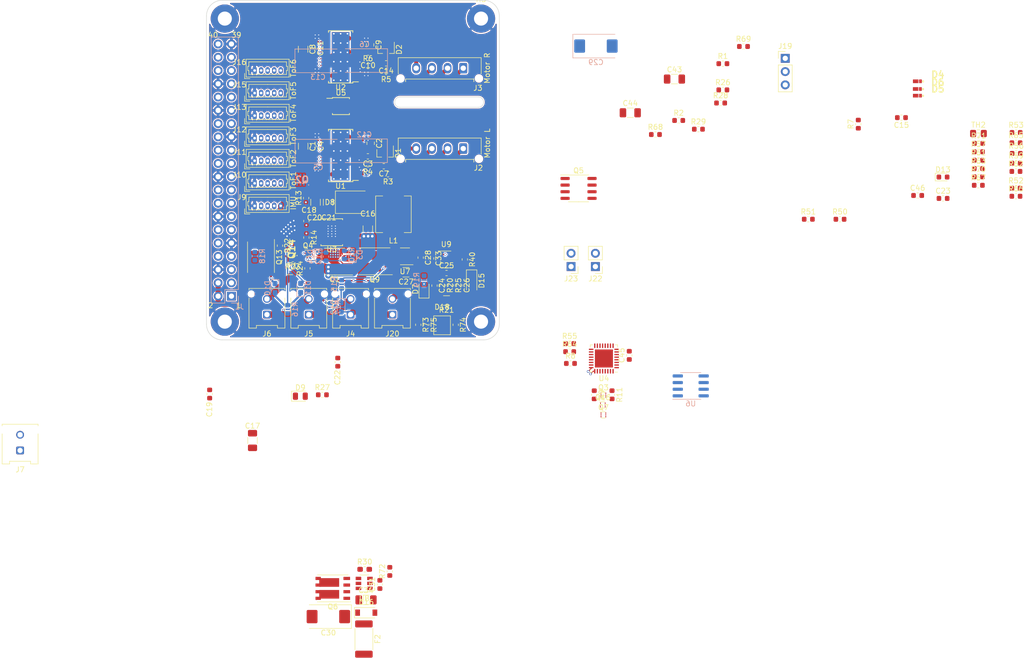
<source format=kicad_pcb>
(kicad_pcb (version 20171130) (host pcbnew "(5.1.6)-1")
  (title_block (title Rysboard) (date 2020-08-23) (rev 4.2) (company "Koło Naukowe Robotyki Bionik") (comment 1 "RPi4 hat for MiniRyś robot"))
  (layers (0 F.Cu power) (1 In1.Cu signal) (2 In2.Cu signal) (31 B.Cu power) (34 B.Paste user) (35 F.Paste user) (36 B.SilkS user hide) (37 F.SilkS user hide) (38 B.Mask user) (39 F.Mask user) (44 Edge.Cuts user))
  (net 0 "")
  (net 1 GND)
  (net 2 +3V3)
  (net 3 "Net-(C2-Pad2)")
  (net 4 Vdrive)
  (net 5 "Net-(C3-Pad2)")
  (net 6 "Net-(C3-Pad1)")
  (net 7 "Net-(C9-Pad2)")
  (net 8 "Net-(C10-Pad2)")
  (net 9 "Net-(C10-Pad1)")
  (net 10 +5V)
  (net 11 "Net-(D3-Pad2)")
  (net 12 "Net-(D7-Pad2)")
  (net 13 /TOF5_EN)
  (net 14 /TOF4_EN)
  (net 15 /TOF6_EN)
  (net 16 /TOF2_EN)
  (net 17 /TOF3_EN)
  (net 18 /I2C5_SCL)
  (net 19 /I2C5_SDA)
  (net 20 /TOF1_EN)
  (net 21 /I2C3_SCL)
  (net 22 /~SPI_CS0)
  (net 23 /SPI_CLK)
  (net 24 /SPI_MISO)
  (net 25 /SPI_MOSI)
  (net 26 /~MOTOR_STBY)
  (net 27 /I2C3_SDA)
  (net 28 /I2C1_SCL)
  (net 29 /I2C1_SDA)
  (net 30 "Net-(J2-Pad4)")
  (net 31 "Net-(J2-Pad3)")
  (net 32 "Net-(J2-Pad2)")
  (net 33 "Net-(J2-Pad1)")
  (net 34 "Net-(J3-Pad4)")
  (net 35 "Net-(J3-Pad3)")
  (net 36 "Net-(J3-Pad2)")
  (net 37 "Net-(J3-Pad1)")
  (net 38 "Net-(R3-Pad2)")
  (net 39 "Net-(R5-Pad2)")
  (net 40 "/Motor Drivers/SPI_BRIDGE")
  (net 41 /MOTOR_BUSY)
  (net 42 /MOTOR_FLAG)
  (net 43 "/Motor Drivers/~BUSY_1")
  (net 44 "/Motor Drivers/~BUSY_2")
  (net 45 "/Motor Drivers/~FLAG_1")
  (net 46 "/Motor Drivers/~FLAG_2")
  (net 47 "Net-(D10-Pad2)")
  (net 48 "Net-(D8-Pad2)")
  (net 49 "Net-(C15-Pad1)")
  (net 50 MCU_3.3V)
  (net 51 +24V)
  (net 52 +BATT)
  (net 53 "Net-(D10-Pad1)")
  (net 54 "Net-(D11-Pad2)")
  (net 55 "Net-(D12-Pad2)")
  (net 56 "Net-(J1-Pad28)")
  (net 57 "Net-(J1-Pad27)")
  (net 58 "Net-(J1-Pad16)")
  (net 59 /MCU_USART_TX)
  (net 60 /MCU_USART_RX)
  (net 61 V_CELL3)
  (net 62 "Net-(J9-Pad2)")
  (net 63 /Sensors/TOF_5V)
  (net 64 /SWDIO)
  (net 65 /SWCLK)
  (net 66 /MCU_RST)
  (net 67 "/Power Supply/Battery_Balancing/V_BAT_AF_PROT-")
  (net 68 "Net-(Q3-Pad2)")
  (net 69 "Net-(Q3-Pad5)")
  (net 70 "Net-(Q7-Pad5)")
  (net 71 +12V)
  (net 72 "Net-(Q9-Pad2)")
  (net 73 /PWM_FAN)
  (net 74 /ENABLE_RAIL_5V)
  (net 75 "Net-(C28-Pad2)")
  (net 76 V_CELL2)
  (net 77 V_CELL1)
  (net 78 "/Power Supply/Battery_Balancing/SRP_C")
  (net 79 "Net-(D13-Pad2)")
  (net 80 "/Power Supply/Battery_Balancing/SRN_C")
  (net 81 /VOLTAGE_PROBE_20V)
  (net 82 /BOARD_TEMP_PROBE_1)
  (net 83 /VOLTAGE_PROBE_5V)
  (net 84 /VBAT_1)
  (net 85 /VBAT_2)
  (net 86 /VBAT_3)
  (net 87 /ENABLE_STEPPER_MOTORS)
  (net 88 "Net-(U1-Pad7)")
  (net 89 "Net-(U1-Pad8)")
  (net 90 "Net-(U1-Pad25)")
  (net 91 "Net-(U2-Pad7)")
  (net 92 "Net-(U2-Pad8)")
  (net 93 "Net-(U2-Pad25)")
  (net 94 Bat_Current_Pos)
  (net 95 "Net-(U4-Pad26)")
  (net 96 /ENABLE_TOFS)
  (net 97 "Net-(U6-Pad4)")
  (net 98 "Net-(U6-Pad5)")
  (net 99 "Net-(Q14-Pad2)")
  (net 100 "Net-(Q14-Pad5)")
  (net 101 "Net-(Q6-Pad2)")
  (net 102 "Net-(J19-Pad2)")
  (net 103 "Net-(Q2-Pad4)")
  (net 104 "Net-(Q9-Pad4)")
  (net 105 MCU_ANALOG_SENSOR_V)
  (net 106 /FAN_TACH)
  (net 107 "Net-(D14-Pad2)")
  (net 108 "Net-(D15-Pad1)")
  (net 109 "Net-(D18-Pad2)")
  (net 110 "Net-(D18-Pad3)")
  (net 111 "Net-(D18-Pad4)")
  (net 112 "Net-(F2-Pad2)")
  (net 113 "Net-(J1-Pad26)")
  (net 114 "Net-(Q13-Pad1)")
  (net 115 "Net-(Q13-Pad2)")
  (net 116 "Net-(Q16-Pad5)")
  (net 117 /CHASSIS_TEMP_PROBE_1)
  (net 118 /CHASSIS_TEMP_PROBE_2)
  (net 119 /ENABLE_SENSORS)
  (net 120 /ENABLE_CHARGING)
  (net 121 /LED_R)
  (net 122 /LED_G)
  (net 123 /LED_B)
  (net 124 "Net-(U4-Pad7)")
  (net 125 "/Power Supply/Battery_Balancing/V_BAT_AF_PROT+")
  (net 126 "/Power Supply/Batterry_Charging_Powes_Spply/VCAP")
  (net 127 "Net-(C34-Pad1)")
  (net 128 "Net-(F1-Pad2)")
  (net 129 /RPI_UART_RXD)
  (net 130 /RPI_UART_TXD)
  (net 131 "Net-(J4-Pad2)")
  (net 132 "Net-(J5-Pad2)")
  (net 133 "Net-(Q4-Pad2)")
  (net 134 "Net-(Q16-Pad3)")
  (net 135 "Net-(R8-Pad1)")
  (net 136 "Net-(U4-Pad11)")
  (net 137 "Net-(U4-Pad12)")
  (net 138 "Net-(U4-Pad13)")
  (net 139 "Net-(J20-Pad1)")
  (net 140 "Net-(U4-Pad23)")
  (net 141 "Net-(Q4-Pad5)")
  (net 142 "Net-(Q3-Pad3)")
  (net 143 "Net-(D9-Pad1)")
  (net 144 "Net-(Q2-Pad2)")
  (net 145 "/Power Supply/SW")
  (net 146 "/Power Supply/FB")
  (net 147 "/Power Supply/ST_Down_12V")
  (module Diode_SMD:D_0603_1608Metric_Pad1.05x0.95mm_HandSolder (layer B.Cu) (at 88.4 120.75 270)
    (fp_text reference D10 (at 0 1.43 90) (layer B.SilkS) (effects (justify mirror)))
    (fp_text value "TESDU5V0 ")
    (pad 2 smd roundrect (at 0.875 0 270) (size 1.05 0.95) (layers B.Cu B.Paste B.Mask) (net 47 "Net-(D10-Pad2)"))
    (pad 1 smd roundrect (at -0.875 0 270) (size 1.05 0.95) (layers B.Cu B.Paste B.Mask) (net 53 "Net-(D10-Pad1)"))
  )
  (module Package_TO_SOT_SMD:SOT-23-6 (layer F.Cu) (at 113.256 114.65 180)
    (fp_text reference U7 (at 0 -2.9) (layer F.SilkS))
    (fp_text value LM74700)
    (pad 5 smd rect (at 1.1 0 180) (size 1.06 0.65) (layers F.Cu F.Paste F.Mask) (net 104 "Net-(Q9-Pad4)"))
    (pad 6 smd rect (at 1.1 -0.95 180) (size 1.06 0.65) (layers F.Cu F.Paste F.Mask) (net 125 "/Power Supply/Battery_Balancing/V_BAT_AF_PROT+"))
    (pad 4 smd rect (at 1.1 0.95 180) (size 1.06 0.65) (layers F.Cu F.Paste F.Mask) (net 52 +BATT))
    (pad 3 smd rect (at -1.1 0.95 180) (size 1.06 0.65) (layers F.Cu F.Paste F.Mask) (net 125 "/Power Supply/Battery_Balancing/V_BAT_AF_PROT+"))
    (pad 2 smd rect (at -1.1 0 180) (size 1.06 0.65) (layers F.Cu F.Paste F.Mask) (net 67 "/Power Supply/Battery_Balancing/V_BAT_AF_PROT-"))
    (pad 1 smd rect (at -1.1 -0.95 180) (size 1.06 0.65) (layers F.Cu F.Paste F.Mask) (net 75 "Net-(C28-Pad2)"))
  )
  (module Capacitor_SMD:C_0603_1608Metric (layer F.Cu) (at 100.4 134.9 270)
    (fp_text reference C22 (at 2.95 0.05 90) (layer F.SilkS))
    (fp_text value 100n)
    (pad 2 smd roundrect (at 0.7875 0 270) (size 0.875 0.95) (layers F.Cu F.Paste F.Mask) (net 1 GND))
    (pad 1 smd roundrect (at -0.7875 0 270) (size 0.875 0.95) (layers F.Cu F.Paste F.Mask) (net 10 +5V))
  )
  (module Connector_Molex:Molex_Micro-Fit_3.0_43650-0415_1x04_P3.00mm_Vertical (layer F.Cu) (at 124.4 94.025 180)
    (fp_text reference J2 (at -2.9 -3.7) (layer F.SilkS))
    (fp_text value "Motor L" (at -4.6 1 90) (layer F.SilkS))
    (pad 4 thru_hole oval (at 9 0 180) (size 1.5 2.02) (drill 1.02) (layers *.Cu *.Mask) (net 30 "Net-(J2-Pad4)"))
    (pad 3 thru_hole oval (at 6 0 180) (size 1.5 2.02) (drill 1.02) (layers *.Cu *.Mask) (net 31 "Net-(J2-Pad3)"))
    (pad 2 thru_hole oval (at 3 0 180) (size 1.5 2.02) (drill 1.02) (layers *.Cu *.Mask) (net 32 "Net-(J2-Pad2)"))
    (pad 1 thru_hole roundrect (at 0 0 180) (size 1.5 2.02) (drill 1.02) (layers *.Cu *.Mask) (roundrect_rratio 0.166667) (net 33 "Net-(J2-Pad1)"))
    (pad "" np_thru_hole circle (at 12 -1.96 180) (size 1.27 1.27) (drill 1.27) (layers *.Cu *.Mask))
    (pad "" np_thru_hole circle (at -3 -1.96 180) (size 1.27 1.27) (drill 1.27) (layers *.Cu *.Mask))
  )
  (module Capacitor_SMD:C_0603_1608Metric (layer F.Cu) (at 75.9 141 270)
    (fp_text reference C19 (at 2.9625 0.05 90) (layer F.SilkS))
    (fp_text value 10n)
    (pad 2 smd roundrect (at 0.7875 0 270) (size 0.875 0.95) (layers F.Cu F.Paste F.Mask) (net 1 GND))
    (pad 1 smd roundrect (at -0.7875 0 270) (size 0.875 0.95) (layers F.Cu F.Paste F.Mask) (net 10 +5V))
  )
  (module rysboard:L_6.7x6.7_H2.2 (layer F.Cu) (at 111.05 106.6 90)
    (fp_text reference L1 (at -5.05 0 180) (layer F.SilkS))
    (fp_text value 3.3uH)
    (pad 1 smd rect (at -3 0 90) (size 2.3 3.5) (layers F.Cu F.Paste F.Mask) (net 145 "/Power Supply/SW"))
    (pad 2 smd rect (at 3 0 90) (size 2.3 3.5) (layers F.Cu F.Paste F.Mask) (net 48 "Net-(D8-Pad2)"))
  )
  (module Capacitor_SMD:C_1206_3216Metric (layer F.Cu) (at 106.15 109.4 90)
    (fp_text reference C16 (at 2.9 0) (layer F.SilkS))
    (fp_text value 10u)
    (pad 2 smd roundrect (at 1.4 0 90) (size 1.25 1.75) (layers F.Cu F.Paste F.Mask) (roundrect_rratio 0.2) (net 1 GND))
    (pad 1 smd roundrect (at -1.4 0 90) (size 1.25 1.75) (layers F.Cu F.Paste F.Mask) (roundrect_rratio 0.2) (net 147 "/Power Supply/ST_Down_12V"))
  )
  (module MountingHole:MountingHole_2.7mm_M2.5_Pad (layer F.Cu) (at 127.8 127.15)
    (fp_text reference H4)
    (fp_text value MountingHole_Pad)
    (pad 1 thru_hole circle (at 0 0) (size 5.4 5.4) (drill 2.7) (layers *.Cu *.Mask) (net 1 GND))
  )
  (module MountingHole:MountingHole_2.7mm_M2.5_Pad (layer F.Cu) (at 78.8 69.15)
    (fp_text reference H2)
    (fp_text value MountingHole_Pad)
    (pad 1 thru_hole circle (at 0 0) (size 5.4 5.4) (drill 2.7) (layers *.Cu *.Mask) (net 1 GND))
  )
  (module MountingHole:MountingHole_2.7mm_M2.5_Pad (layer F.Cu) (at 78.8 127.15)
    (fp_text reference H1)
    (fp_text value MountingHole_Pad)
    (pad 1 thru_hole circle (at 0 0) (size 5.4 5.4) (drill 2.7) (layers *.Cu *.Mask) (net 1 GND))
  )
  (module Connector_Molex:Molex_Micro-Fit_3.0_43650-0415_1x04_P3.00mm_Vertical (layer F.Cu) (at 124.4 78.64 180)
    (fp_text reference J3 (at -2.8 -3.8) (layer F.SilkS))
    (fp_text value "Motor R" (at -4.572 0 90) (layer F.SilkS))
    (pad 4 thru_hole oval (at 9 0 180) (size 1.5 2.02) (drill 1.02) (layers *.Cu *.Mask) (net 34 "Net-(J3-Pad4)"))
    (pad 3 thru_hole oval (at 6 0 180) (size 1.5 2.02) (drill 1.02) (layers *.Cu *.Mask) (net 35 "Net-(J3-Pad3)"))
    (pad 2 thru_hole oval (at 3 0 180) (size 1.5 2.02) (drill 1.02) (layers *.Cu *.Mask) (net 36 "Net-(J3-Pad2)"))
    (pad 1 thru_hole roundrect (at 0 0 180) (size 1.5 2.02) (drill 1.02) (layers *.Cu *.Mask) (roundrect_rratio 0.166667) (net 37 "Net-(J3-Pad1)"))
    (pad "" np_thru_hole circle (at 12 -1.96 180) (size 1.27 1.27) (drill 1.27) (layers *.Cu *.Mask))
    (pad "" np_thru_hole circle (at -3 -1.96 180) (size 1.27 1.27) (drill 1.27) (layers *.Cu *.Mask))
  )
  (module Package_SO:TI_SO-PowerPAD-8 (layer F.Cu) (at 99.256 110.032)
    (fp_text reference U3 (at 0 3.278) (layer F.SilkS))
    (fp_text value ST1S10)
    (pad 9 smd rect (at -0.6025 -0.775) (size 1.205 1.55) (layers F.Cu F.Paste F.Mask) (net 1 GND))
    (pad 9 smd rect (at -0.6025 0.775) (size 1.205 1.55) (layers F.Cu F.Paste F.Mask) (net 1 GND))
    (pad 9 smd rect (at 0.6025 -0.775) (size 1.205 1.55) (layers F.Cu F.Paste F.Mask) (net 1 GND))
    (pad 9 smd rect (at 0.6025 0.775) (size 1.205 1.55) (layers F.Cu F.Paste F.Mask) (net 1 GND))
    (pad 8 smd rect (at 2.78 -1.905) (size 1.91 0.61) (layers F.Cu F.Paste F.Mask) (net 1 GND))
    (pad 7 smd rect (at 2.78 -0.635) (size 1.91 0.61) (layers F.Cu F.Paste F.Mask) (net 145 "/Power Supply/SW"))
    (pad 6 smd rect (at 2.78 0.635) (size 1.91 0.61) (layers F.Cu F.Paste F.Mask) (net 147 "/Power Supply/ST_Down_12V"))
    (pad 5 smd rect (at 2.78 1.905) (size 1.91 0.61) (layers F.Cu F.Paste F.Mask) (net 1 GND))
    (pad 4 smd rect (at -2.78 1.905) (size 1.91 0.61) (layers F.Cu F.Paste F.Mask) (net 1 GND))
    (pad 3 smd rect (at -2.78 0.635) (size 1.91 0.61) (layers F.Cu F.Paste F.Mask) (net 146 "/Power Supply/FB"))
    (pad 2 smd rect (at -2.78 -0.635) (size 1.91 0.61) (layers F.Cu F.Paste F.Mask) (net 147 "/Power Supply/ST_Down_12V"))
    (pad 1 smd rect (at -2.78 -1.905) (size 1.91 0.61) (layers F.Cu F.Paste F.Mask) (net 147 "/Power Supply/ST_Down_12V"))
  )
  (module Diode_SMD:D_SMB (layer F.Cu) (at 103.5 104.3)
    (fp_text reference D8 (at -4.6 0) (layer F.SilkS))
    (fp_text value SK52)
    (pad 2 smd rect (at 2.15 0) (size 2.5 2.3) (layers F.Cu F.Paste F.Mask) (net 48 "Net-(D8-Pad2)"))
    (pad 1 smd rect (at -2.15 0) (size 2.5 2.3) (layers F.Cu F.Paste F.Mask) (net 10 +5V))
  )
  (module Package_SO:HTSSOP-28-1EP_4.4x9.7mm_P0.65mm_EP3.4x9.5mm_ThermalVias (layer F.Cu) (at 100.95 76.5 180)
    (fp_text reference U2 (at 0 -5.8) (layer F.SilkS))
    (fp_text value L6470)
    (pad 29 smd rect (at 0 0 180) (size 3.4 9.5) (layers B.Cu) (net 1 GND))
    (pad 29 thru_hole circle (at -1.3 4.45 180) (size 0.6 0.6) (drill 0.3) (layers *.Cu) (net 1 GND))
    (pad 29 thru_hole circle (at 0 4.45 180) (size 0.6 0.6) (drill 0.3) (layers *.Cu) (net 1 GND))
    (pad 29 thru_hole circle (at 1.3 4.45 180) (size 0.6 0.6) (drill 0.3) (layers *.Cu) (net 1 GND))
    (pad 29 thru_hole circle (at -1.3 2.67 180) (size 0.6 0.6) (drill 0.3) (layers *.Cu) (net 1 GND))
    (pad 29 thru_hole circle (at 0 2.67 180) (size 0.6 0.6) (drill 0.3) (layers *.Cu) (net 1 GND))
    (pad 29 thru_hole circle (at 1.3 2.67 180) (size 0.6 0.6) (drill 0.3) (layers *.Cu) (net 1 GND))
    (pad 29 thru_hole circle (at -1.3 0.89 180) (size 0.6 0.6) (drill 0.3) (layers *.Cu) (net 1 GND))
    (pad 29 thru_hole circle (at 0 0.89 180) (size 0.6 0.6) (drill 0.3) (layers *.Cu) (net 1 GND))
    (pad 29 thru_hole circle (at 1.3 0.89 180) (size 0.6 0.6) (drill 0.3) (layers *.Cu) (net 1 GND))
    (pad 29 thru_hole circle (at -1.3 -0.89 180) (size 0.6 0.6) (drill 0.3) (layers *.Cu) (net 1 GND))
    (pad 29 thru_hole circle (at 0 -0.89 180) (size 0.6 0.6) (drill 0.3) (layers *.Cu) (net 1 GND))
    (pad 29 thru_hole circle (at 1.3 -0.89 180) (size 0.6 0.6) (drill 0.3) (layers *.Cu) (net 1 GND))
    (pad 29 thru_hole circle (at -1.3 -2.67 180) (size 0.6 0.6) (drill 0.3) (layers *.Cu) (net 1 GND))
    (pad 29 thru_hole circle (at 0 -2.67 180) (size 0.6 0.6) (drill 0.3) (layers *.Cu) (net 1 GND))
    (pad 29 thru_hole circle (at 1.3 -2.67 180) (size 0.6 0.6) (drill 0.3) (layers *.Cu) (net 1 GND))
    (pad 29 thru_hole circle (at 1.3 -4.45 180) (size 0.6 0.6) (drill 0.3) (layers *.Cu) (net 1 GND))
    (pad 29 thru_hole circle (at 0 -4.45 180) (size 0.6 0.6) (drill 0.3) (layers *.Cu) (net 1 GND))
    (pad 29 thru_hole circle (at -1.3 -4.45 180) (size 0.6 0.6) (drill 0.3) (layers *.Cu) (net 1 GND))
    (pad 29 smd rect (at 0 0 180) (size 3.4 9.5) (layers F.Cu F.Mask) (net 1 GND))
    (pad 28 smd rect (at 2.85 -4.225 180) (size 1.1 0.4) (layers F.Cu F.Paste F.Mask) (net 37 "Net-(J3-Pad1)"))
    (pad 27 smd rect (at 2.85 -3.575 180) (size 1.1 0.4) (layers F.Cu F.Paste F.Mask) (net 1 GND))
    (pad 26 smd rect (at 2.85 -2.925 180) (size 1.1 0.4) (layers F.Cu F.Paste F.Mask) (net 4 Vdrive))
    (pad 25 smd rect (at 2.85 -2.275 180) (size 1.1 0.4) (layers F.Cu F.Paste F.Mask) (net 93 "Net-(U2-Pad25)"))
    (pad 24 smd rect (at 2.85 -1.625 180) (size 1.1 0.4) (layers F.Cu F.Paste F.Mask) (net 46 "/Motor Drivers/~FLAG_2"))
    (pad 23 smd rect (at 2.85 -0.975 180) (size 1.1 0.4) (layers F.Cu F.Paste F.Mask) (net 22 /~SPI_CS0))
    (pad 22 smd rect (at 2.85 -0.325 180) (size 1.1 0.4) (layers F.Cu F.Paste F.Mask) (net 44 "/Motor Drivers/~BUSY_2"))
    (pad 21 smd rect (at 2.85 0.325 180) (size 1.1 0.4) (layers F.Cu F.Paste F.Mask) (net 1 GND))
    (pad 20 smd rect (at 2.85 0.975 180) (size 1.1 0.4) (layers F.Cu F.Paste F.Mask) (net 40 "/Motor Drivers/SPI_BRIDGE"))
    (pad 19 smd rect (at 2.85 1.625 180) (size 1.1 0.4) (layers F.Cu F.Paste F.Mask) (net 23 /SPI_CLK))
    (pad 18 smd rect (at 2.85 2.275 180) (size 1.1 0.4) (layers F.Cu F.Paste F.Mask) (net 24 /SPI_MISO))
    (pad 17 smd rect (at 2.85 2.925 180) (size 1.1 0.4) (layers F.Cu F.Paste F.Mask) (net 2 +3V3))
    (pad 16 smd rect (at 2.85 3.575 180) (size 1.1 0.4) (layers F.Cu F.Paste F.Mask) (net 4 Vdrive))
    (pad 15 smd rect (at 2.85 4.225 180) (size 1.1 0.4) (layers F.Cu F.Paste F.Mask) (net 34 "Net-(J3-Pad4)"))
    (pad 14 smd rect (at -2.85 4.225 180) (size 1.1 0.4) (layers F.Cu F.Paste F.Mask) (net 35 "Net-(J3-Pad3)"))
    (pad 13 smd rect (at -2.85 3.575 180) (size 1.1 0.4) (layers F.Cu F.Paste F.Mask) (net 1 GND))
    (pad 12 smd rect (at -2.85 2.925 180) (size 1.1 0.4) (layers F.Cu F.Paste F.Mask) (net 4 Vdrive))
    (pad 11 smd rect (at -2.85 2.275 180) (size 1.1 0.4) (layers F.Cu F.Paste F.Mask) (net 7 "Net-(C9-Pad2)"))
    (pad 10 smd rect (at -2.85 1.625 180) (size 1.1 0.4) (layers F.Cu F.Paste F.Mask) (net 8 "Net-(C10-Pad2)"))
    (pad 9 smd rect (at -2.85 0.975 180) (size 1.1 0.4) (layers F.Cu F.Paste F.Mask) (net 1 GND))
    (pad 8 smd rect (at -2.85 0.325 180) (size 1.1 0.4) (layers F.Cu F.Paste F.Mask) (net 92 "Net-(U2-Pad8)"))
    (pad 7 smd rect (at -2.85 -0.325 180) (size 1.1 0.4) (layers F.Cu F.Paste F.Mask) (net 91 "Net-(U2-Pad7)"))
    (pad 6 smd rect (at -2.85 -0.975 180) (size 1.1 0.4) (layers F.Cu F.Paste F.Mask) (net 2 +3V3))
    (pad 5 smd rect (at -2.85 -1.625 180) (size 1.1 0.4) (layers F.Cu F.Paste F.Mask) (net 39 "Net-(R5-Pad2)"))
    (pad 4 smd rect (at -2.85 -2.275 180) (size 1.1 0.4) (layers F.Cu F.Paste F.Mask) (net 2 +3V3))
    (pad 3 smd rect (at -2.85 -2.925 180) (size 1.1 0.4) (layers F.Cu F.Paste F.Mask) (net 26 /~MOTOR_STBY))
    (pad 2 smd rect (at -2.85 -3.575 180) (size 1.1 0.4) (layers F.Cu F.Paste F.Mask) (net 4 Vdrive))
    (pad 1 smd rect (at -2.85 -4.225 180) (size 1.1 0.4) (layers F.Cu F.Paste F.Mask) (net 36 "Net-(J3-Pad2)"))
  )
  (module Package_SO:HTSSOP-28-1EP_4.4x9.7mm_P0.65mm_EP3.4x9.5mm_ThermalVias (layer F.Cu) (at 100.95 95.375 180)
    (fp_text reference U1 (at 0 -5.825) (layer F.SilkS))
    (fp_text value L6470)
    (pad 29 smd rect (at 0 0 180) (size 3.4 9.5) (layers B.Cu) (net 1 GND))
    (pad 29 thru_hole circle (at -1.3 4.45 180) (size 0.6 0.6) (drill 0.3) (layers *.Cu) (net 1 GND))
    (pad 29 thru_hole circle (at 0 4.45 180) (size 0.6 0.6) (drill 0.3) (layers *.Cu) (net 1 GND))
    (pad 29 thru_hole circle (at 1.3 4.45 180) (size 0.6 0.6) (drill 0.3) (layers *.Cu) (net 1 GND))
    (pad 29 thru_hole circle (at -1.3 2.67 180) (size 0.6 0.6) (drill 0.3) (layers *.Cu) (net 1 GND))
    (pad 29 thru_hole circle (at 0 2.67 180) (size 0.6 0.6) (drill 0.3) (layers *.Cu) (net 1 GND))
    (pad 29 thru_hole circle (at 1.3 2.67 180) (size 0.6 0.6) (drill 0.3) (layers *.Cu) (net 1 GND))
    (pad 29 thru_hole circle (at -1.3 0.89 180) (size 0.6 0.6) (drill 0.3) (layers *.Cu) (net 1 GND))
    (pad 29 thru_hole circle (at 0 0.89 180) (size 0.6 0.6) (drill 0.3) (layers *.Cu) (net 1 GND))
    (pad 29 thru_hole circle (at 1.3 0.89 180) (size 0.6 0.6) (drill 0.3) (layers *.Cu) (net 1 GND))
    (pad 29 thru_hole circle (at -1.3 -0.89 180) (size 0.6 0.6) (drill 0.3) (layers *.Cu) (net 1 GND))
    (pad 29 thru_hole circle (at 0 -0.89 180) (size 0.6 0.6) (drill 0.3) (layers *.Cu) (net 1 GND))
    (pad 29 thru_hole circle (at 1.3 -0.89 180) (size 0.6 0.6) (drill 0.3) (layers *.Cu) (net 1 GND))
    (pad 29 thru_hole circle (at -1.3 -2.67 180) (size 0.6 0.6) (drill 0.3) (layers *.Cu) (net 1 GND))
    (pad 29 thru_hole circle (at 0 -2.67 180) (size 0.6 0.6) (drill 0.3) (layers *.Cu) (net 1 GND))
    (pad 29 thru_hole circle (at 1.3 -2.67 180) (size 0.6 0.6) (drill 0.3) (layers *.Cu) (net 1 GND))
    (pad 29 thru_hole circle (at 1.3 -4.45 180) (size 0.6 0.6) (drill 0.3) (layers *.Cu) (net 1 GND))
    (pad 29 thru_hole circle (at 0 -4.45 180) (size 0.6 0.6) (drill 0.3) (layers *.Cu) (net 1 GND))
    (pad 29 thru_hole circle (at -1.3 -4.45 180) (size 0.6 0.6) (drill 0.3) (layers *.Cu) (net 1 GND))
    (pad 29 smd rect (at 0 0 180) (size 3.4 9.5) (layers F.Cu F.Mask) (net 1 GND))
    (pad 28 smd rect (at 2.85 -4.225 180) (size 1.1 0.4) (layers F.Cu F.Paste F.Mask) (net 33 "Net-(J2-Pad1)"))
    (pad 27 smd rect (at 2.85 -3.575 180) (size 1.1 0.4) (layers F.Cu F.Paste F.Mask) (net 1 GND))
    (pad 26 smd rect (at 2.85 -2.925 180) (size 1.1 0.4) (layers F.Cu F.Paste F.Mask) (net 4 Vdrive))
    (pad 25 smd rect (at 2.85 -2.275 180) (size 1.1 0.4) (layers F.Cu F.Paste F.Mask) (net 90 "Net-(U1-Pad25)"))
    (pad 24 smd rect (at 2.85 -1.625 180) (size 1.1 0.4) (layers F.Cu F.Paste F.Mask) (net 45 "/Motor Drivers/~FLAG_1"))
    (pad 23 smd rect (at 2.85 -0.975 180) (size 1.1 0.4) (layers F.Cu F.Paste F.Mask) (net 22 /~SPI_CS0))
    (pad 22 smd rect (at 2.85 -0.325 180) (size 1.1 0.4) (layers F.Cu F.Paste F.Mask) (net 43 "/Motor Drivers/~BUSY_1"))
    (pad 21 smd rect (at 2.85 0.325 180) (size 1.1 0.4) (layers F.Cu F.Paste F.Mask) (net 1 GND))
    (pad 20 smd rect (at 2.85 0.975 180) (size 1.1 0.4) (layers F.Cu F.Paste F.Mask) (net 25 /SPI_MOSI))
    (pad 19 smd rect (at 2.85 1.625 180) (size 1.1 0.4) (layers F.Cu F.Paste F.Mask) (net 23 /SPI_CLK))
    (pad 18 smd rect (at 2.85 2.275 180) (size 1.1 0.4) (layers F.Cu F.Paste F.Mask) (net 40 "/Motor Drivers/SPI_BRIDGE"))
    (pad 17 smd rect (at 2.85 2.925 180) (size 1.1 0.4) (layers F.Cu F.Paste F.Mask) (net 2 +3V3))
    (pad 16 smd rect (at 2.85 3.575 180) (size 1.1 0.4) (layers F.Cu F.Paste F.Mask) (net 4 Vdrive))
    (pad 15 smd rect (at 2.85 4.225 180) (size 1.1 0.4) (layers F.Cu F.Paste F.Mask) (net 30 "Net-(J2-Pad4)"))
    (pad 14 smd rect (at -2.85 4.225 180) (size 1.1 0.4) (layers F.Cu F.Paste F.Mask) (net 31 "Net-(J2-Pad3)"))
    (pad 13 smd rect (at -2.85 3.575 180) (size 1.1 0.4) (layers F.Cu F.Paste F.Mask) (net 1 GND))
    (pad 12 smd rect (at -2.85 2.925 180) (size 1.1 0.4) (layers F.Cu F.Paste F.Mask) (net 4 Vdrive))
    (pad 11 smd rect (at -2.85 2.275 180) (size 1.1 0.4) (layers F.Cu F.Paste F.Mask) (net 3 "Net-(C2-Pad2)"))
    (pad 10 smd rect (at -2.85 1.625 180) (size 1.1 0.4) (layers F.Cu F.Paste F.Mask) (net 5 "Net-(C3-Pad2)"))
    (pad 9 smd rect (at -2.85 0.975 180) (size 1.1 0.4) (layers F.Cu F.Paste F.Mask) (net 1 GND))
    (pad 8 smd rect (at -2.85 0.325 180) (size 1.1 0.4) (layers F.Cu F.Paste F.Mask) (net 89 "Net-(U1-Pad8)"))
    (pad 7 smd rect (at -2.85 -0.325 180) (size 1.1 0.4) (layers F.Cu F.Paste F.Mask) (net 88 "Net-(U1-Pad7)"))
    (pad 6 smd rect (at -2.85 -0.975 180) (size 1.1 0.4) (layers F.Cu F.Paste F.Mask) (net 2 +3V3))
    (pad 5 smd rect (at -2.85 -1.625 180) (size 1.1 0.4) (layers F.Cu F.Paste F.Mask) (net 38 "Net-(R3-Pad2)"))
    (pad 4 smd rect (at -2.85 -2.275 180) (size 1.1 0.4) (layers F.Cu F.Paste F.Mask) (net 2 +3V3))
    (pad 3 smd rect (at -2.85 -2.925 180) (size 1.1 0.4) (layers F.Cu F.Paste F.Mask) (net 26 /~MOTOR_STBY))
    (pad 2 smd rect (at -2.85 -3.575 180) (size 1.1 0.4) (layers F.Cu F.Paste F.Mask) (net 4 Vdrive))
    (pad 1 smd rect (at -2.85 -4.225 180) (size 1.1 0.4) (layers F.Cu F.Paste F.Mask) (net 32 "Net-(J2-Pad2)"))
  )
  (module Connector_Molex:Molex_PicoBlade_53047-0510_1x05_P1.25mm_Vertical (layer F.Cu) (at 84.492 104.99)
    (fp_text reference J9 (at -2.442 -1.64) (layer F.SilkS))
    (fp_text value IMU (at 7.408 -0.54 90) (layer F.SilkS))
    (pad 5 thru_hole oval (at 5 0) (size 0.8 1.3) (drill 0.5) (layers *.Cu *.Mask) (net 10 +5V))
    (pad 4 thru_hole oval (at 3.75 0) (size 0.8 1.3) (drill 0.5) (layers *.Cu *.Mask) (net 29 /I2C1_SDA))
    (pad 3 thru_hole oval (at 2.5 0) (size 0.8 1.3) (drill 0.5) (layers *.Cu *.Mask) (net 28 /I2C1_SCL))
    (pad 2 thru_hole oval (at 1.25 0) (size 0.8 1.3) (drill 0.5) (layers *.Cu *.Mask) (net 62 "Net-(J9-Pad2)"))
    (pad 1 thru_hole roundrect (at 0 0) (size 0.8 1.3) (drill 0.5) (layers *.Cu *.Mask) (net 1 GND))
  )
  (module Connector_Molex:Molex_PicoBlade_53047-0510_1x05_P1.25mm_Vertical (layer F.Cu) (at 84.492 79.082)
    (fp_text reference J16 (at -2.892 -1.582) (layer F.SilkS))
    (fp_text value ToF6 (at 7.408 -0.432 90) (layer F.SilkS))
    (pad 5 thru_hole oval (at 5 0) (size 0.8 1.3) (drill 0.5) (layers *.Cu *.Mask) (net 63 /Sensors/TOF_5V))
    (pad 4 thru_hole oval (at 3.75 0) (size 0.8 1.3) (drill 0.5) (layers *.Cu *.Mask) (net 19 /I2C5_SDA))
    (pad 3 thru_hole oval (at 2.5 0) (size 0.8 1.3) (drill 0.5) (layers *.Cu *.Mask) (net 18 /I2C5_SCL))
    (pad 2 thru_hole oval (at 1.25 0) (size 0.8 1.3) (drill 0.5) (layers *.Cu *.Mask) (net 15 /TOF6_EN))
    (pad 1 thru_hole roundrect (at 0 0) (size 0.8 1.3) (drill 0.5) (layers *.Cu *.Mask) (net 1 GND))
  )
  (module Connector_Molex:Molex_PicoBlade_53047-0510_1x05_P1.25mm_Vertical (layer F.Cu) (at 84.492 83.4)
    (fp_text reference J15 (at -2.892 -1.6) (layer F.SilkS))
    (fp_text value ToF5 (at 7.408 -0.45 90) (layer F.SilkS))
    (pad 5 thru_hole oval (at 5 0) (size 0.8 1.3) (drill 0.5) (layers *.Cu *.Mask) (net 63 /Sensors/TOF_5V))
    (pad 4 thru_hole oval (at 3.75 0) (size 0.8 1.3) (drill 0.5) (layers *.Cu *.Mask) (net 19 /I2C5_SDA))
    (pad 3 thru_hole oval (at 2.5 0) (size 0.8 1.3) (drill 0.5) (layers *.Cu *.Mask) (net 18 /I2C5_SCL))
    (pad 2 thru_hole oval (at 1.25 0) (size 0.8 1.3) (drill 0.5) (layers *.Cu *.Mask) (net 13 /TOF5_EN))
    (pad 1 thru_hole roundrect (at 0 0) (size 0.8 1.3) (drill 0.5) (layers *.Cu *.Mask) (net 1 GND))
  )
  (module Connector_Molex:Molex_PicoBlade_53047-0510_1x05_P1.25mm_Vertical (layer F.Cu) (at 84.492 87.718)
    (fp_text reference J13 (at -2.892 -1.618) (layer F.SilkS))
    (fp_text value ToF4 (at 7.408 -0.468 90) (layer F.SilkS))
    (pad 5 thru_hole oval (at 5 0) (size 0.8 1.3) (drill 0.5) (layers *.Cu *.Mask) (net 63 /Sensors/TOF_5V))
    (pad 4 thru_hole oval (at 3.75 0) (size 0.8 1.3) (drill 0.5) (layers *.Cu *.Mask) (net 19 /I2C5_SDA))
    (pad 3 thru_hole oval (at 2.5 0) (size 0.8 1.3) (drill 0.5) (layers *.Cu *.Mask) (net 18 /I2C5_SCL))
    (pad 2 thru_hole oval (at 1.25 0) (size 0.8 1.3) (drill 0.5) (layers *.Cu *.Mask) (net 14 /TOF4_EN))
    (pad 1 thru_hole roundrect (at 0 0) (size 0.8 1.3) (drill 0.5) (layers *.Cu *.Mask) (net 1 GND))
  )
  (module Connector_Molex:Molex_PicoBlade_53047-0510_1x05_P1.25mm_Vertical (layer F.Cu) (at 84.492 92.036)
    (fp_text reference J12 (at -2.892 -1.636) (layer F.SilkS))
    (fp_text value ToF3 (at 7.408 -0.386 90) (layer F.SilkS))
    (pad 5 thru_hole oval (at 5 0) (size 0.8 1.3) (drill 0.5) (layers *.Cu *.Mask) (net 63 /Sensors/TOF_5V))
    (pad 4 thru_hole oval (at 3.75 0) (size 0.8 1.3) (drill 0.5) (layers *.Cu *.Mask) (net 27 /I2C3_SDA))
    (pad 3 thru_hole oval (at 2.5 0) (size 0.8 1.3) (drill 0.5) (layers *.Cu *.Mask) (net 21 /I2C3_SCL))
    (pad 2 thru_hole oval (at 1.25 0) (size 0.8 1.3) (drill 0.5) (layers *.Cu *.Mask) (net 17 /TOF3_EN))
    (pad 1 thru_hole roundrect (at 0 0) (size 0.8 1.3) (drill 0.5) (layers *.Cu *.Mask) (net 1 GND))
  )
  (module Connector_Molex:Molex_PicoBlade_53047-0510_1x05_P1.25mm_Vertical (layer F.Cu) (at 84.492 96.354)
    (fp_text reference J11 (at -2.892 -1.654) (layer F.SilkS))
    (fp_text value ToF2 (at 7.408 -0.404 90) (layer F.SilkS))
    (pad 5 thru_hole oval (at 5 0) (size 0.8 1.3) (drill 0.5) (layers *.Cu *.Mask) (net 63 /Sensors/TOF_5V))
    (pad 4 thru_hole oval (at 3.75 0) (size 0.8 1.3) (drill 0.5) (layers *.Cu *.Mask) (net 27 /I2C3_SDA))
    (pad 3 thru_hole oval (at 2.5 0) (size 0.8 1.3) (drill 0.5) (layers *.Cu *.Mask) (net 21 /I2C3_SCL))
    (pad 2 thru_hole oval (at 1.25 0) (size 0.8 1.3) (drill 0.5) (layers *.Cu *.Mask) (net 16 /TOF2_EN))
    (pad 1 thru_hole roundrect (at 0 0) (size 0.8 1.3) (drill 0.5) (layers *.Cu *.Mask) (net 1 GND))
  )
  (module Connector_Molex:Molex_PicoBlade_53047-0510_1x05_P1.25mm_Vertical (layer F.Cu) (at 84.492 100.672)
    (fp_text reference J10 (at -2.892 -1.622) (layer F.SilkS))
    (fp_text value ToF1 (at 7.408 -0.522 90) (layer F.SilkS))
    (pad 5 thru_hole oval (at 5 0) (size 0.8 1.3) (drill 0.5) (layers *.Cu *.Mask) (net 63 /Sensors/TOF_5V))
    (pad 4 thru_hole oval (at 3.75 0) (size 0.8 1.3) (drill 0.5) (layers *.Cu *.Mask) (net 27 /I2C3_SDA))
    (pad 3 thru_hole oval (at 2.5 0) (size 0.8 1.3) (drill 0.5) (layers *.Cu *.Mask) (net 21 /I2C3_SCL))
    (pad 2 thru_hole oval (at 1.25 0) (size 0.8 1.3) (drill 0.5) (layers *.Cu *.Mask) (net 20 /TOF1_EN))
    (pad 1 thru_hole roundrect (at 0 0) (size 0.8 1.3) (drill 0.5) (layers *.Cu *.Mask) (net 1 GND))
  )
  (module Connector_PinSocket_2.54mm:PinSocket_2x20_P2.54mm_Vertical (layer B.Cu) (at 80.0645 122.2711)
    (fp_text reference J1 (at 1.5355 2.0289 180) (layer B.SilkS) (effects (justify mirror)))
    (fp_text value RPi4)
    (fp_text user 40 (at -3.5145 -49.9711) (layer F.SilkS))
    (fp_text user 39 (at 0.9355 -49.9711) (layer F.SilkS))
    (fp_text user 2 (at -3.9645 1.7789) (layer F.SilkS))
    (fp_text user 1 (at 1.3855 1.7789) (layer F.SilkS))
    (pad 40 thru_hole oval (at -2.54 -48.26) (size 1.7 1.7) (drill 1) (layers *.Cu *.Mask) (net 13 /TOF5_EN))
    (pad 39 thru_hole oval (at 0 -48.26) (size 1.7 1.7) (drill 1) (layers *.Cu *.Mask) (net 1 GND))
    (pad 38 thru_hole oval (at -2.54 -45.72) (size 1.7 1.7) (drill 1) (layers *.Cu *.Mask) (net 14 /TOF4_EN))
    (pad 37 thru_hole oval (at 0 -45.72) (size 1.7 1.7) (drill 1) (layers *.Cu *.Mask) (net 15 /TOF6_EN))
    (pad 36 thru_hole oval (at -2.54 -43.18) (size 1.7 1.7) (drill 1) (layers *.Cu *.Mask) (net 16 /TOF2_EN))
    (pad 35 thru_hole oval (at 0 -43.18) (size 1.7 1.7) (drill 1) (layers *.Cu *.Mask) (net 17 /TOF3_EN))
    (pad 34 thru_hole oval (at -2.54 -40.64) (size 1.7 1.7) (drill 1) (layers *.Cu *.Mask) (net 1 GND))
    (pad 33 thru_hole oval (at 0 -40.64) (size 1.7 1.7) (drill 1) (layers *.Cu *.Mask) (net 18 /I2C5_SCL))
    (pad 32 thru_hole oval (at -2.54 -38.1) (size 1.7 1.7) (drill 1) (layers *.Cu *.Mask) (net 19 /I2C5_SDA))
    (pad 31 thru_hole oval (at 0 -38.1) (size 1.7 1.7) (drill 1) (layers *.Cu *.Mask) (net 20 /TOF1_EN))
    (pad 30 thru_hole oval (at -2.54 -35.56) (size 1.7 1.7) (drill 1) (layers *.Cu *.Mask) (net 1 GND))
    (pad 29 thru_hole oval (at 0 -35.56) (size 1.7 1.7) (drill 1) (layers *.Cu *.Mask) (net 21 /I2C3_SCL))
    (pad 28 thru_hole oval (at -2.54 -33.02) (size 1.7 1.7) (drill 1) (layers *.Cu *.Mask) (net 56 "Net-(J1-Pad28)"))
    (pad 27 thru_hole oval (at 0 -33.02) (size 1.7 1.7) (drill 1) (layers *.Cu *.Mask) (net 57 "Net-(J1-Pad27)"))
    (pad 26 thru_hole oval (at -2.54 -30.48) (size 1.7 1.7) (drill 1) (layers *.Cu *.Mask) (net 113 "Net-(J1-Pad26)"))
    (pad 25 thru_hole oval (at 0 -30.48) (size 1.7 1.7) (drill 1) (layers *.Cu *.Mask) (net 1 GND))
    (pad 24 thru_hole oval (at -2.54 -27.94) (size 1.7 1.7) (drill 1) (layers *.Cu *.Mask) (net 22 /~SPI_CS0))
    (pad 23 thru_hole oval (at 0 -27.94) (size 1.7 1.7) (drill 1) (layers *.Cu *.Mask) (net 23 /SPI_CLK))
    (pad 22 thru_hole oval (at -2.54 -25.4) (size 1.7 1.7) (drill 1) (layers *.Cu *.Mask) (net 65 /SWCLK))
    (pad 21 thru_hole oval (at 0 -25.4) (size 1.7 1.7) (drill 1) (layers *.Cu *.Mask) (net 24 /SPI_MISO))
    (pad 20 thru_hole oval (at -2.54 -22.86) (size 1.7 1.7) (drill 1) (layers *.Cu *.Mask) (net 1 GND))
    (pad 19 thru_hole oval (at 0 -22.86) (size 1.7 1.7) (drill 1) (layers *.Cu *.Mask) (net 25 /SPI_MOSI))
    (pad 18 thru_hole oval (at -2.54 -20.32) (size 1.7 1.7) (drill 1) (layers *.Cu *.Mask) (net 64 /SWDIO))
    (pad 17 thru_hole oval (at 0 -20.32) (size 1.7 1.7) (drill 1) (layers *.Cu *.Mask) (net 2 +3V3))
    (pad 16 thru_hole oval (at -2.54 -17.78) (size 1.7 1.7) (drill 1) (layers *.Cu *.Mask) (net 58 "Net-(J1-Pad16)"))
    (pad 15 thru_hole oval (at 0 -17.78) (size 1.7 1.7) (drill 1) (layers *.Cu *.Mask) (net 26 /~MOTOR_STBY))
    (pad 14 thru_hole oval (at -2.54 -15.24) (size 1.7 1.7) (drill 1) (layers *.Cu *.Mask) (net 1 GND))
    (pad 13 thru_hole oval (at 0 -15.24) (size 1.7 1.7) (drill 1) (layers *.Cu *.Mask) (net 41 /MOTOR_BUSY))
    (pad 12 thru_hole oval (at -2.54 -12.7) (size 1.7 1.7) (drill 1) (layers *.Cu *.Mask) (net 66 /MCU_RST))
    (pad 11 thru_hole oval (at 0 -12.7) (size 1.7 1.7) (drill 1) (layers *.Cu *.Mask) (net 42 /MOTOR_FLAG))
    (pad 10 thru_hole oval (at -2.54 -10.16) (size 1.7 1.7) (drill 1) (layers *.Cu *.Mask) (net 129 /RPI_UART_RXD))
    (pad 9 thru_hole oval (at 0 -10.16) (size 1.7 1.7) (drill 1) (layers *.Cu *.Mask) (net 1 GND))
    (pad 8 thru_hole oval (at -2.54 -7.62) (size 1.7 1.7) (drill 1) (layers *.Cu *.Mask) (net 130 /RPI_UART_TXD))
    (pad 7 thru_hole oval (at 0 -7.62) (size 1.7 1.7) (drill 1) (layers *.Cu *.Mask) (net 27 /I2C3_SDA))
    (pad 6 thru_hole oval (at -2.54 -5.08) (size 1.7 1.7) (drill 1) (layers *.Cu *.Mask) (net 1 GND))
    (pad 5 thru_hole oval (at 0 -5.08) (size 1.7 1.7) (drill 1) (layers *.Cu *.Mask) (net 28 /I2C1_SCL))
    (pad 4 thru_hole oval (at -2.54 -2.54) (size 1.7 1.7) (drill 1) (layers *.Cu *.Mask) (net 10 +5V))
    (pad 3 thru_hole oval (at 0 -2.54) (size 1.7 1.7) (drill 1) (layers *.Cu *.Mask) (net 29 /I2C1_SDA))
    (pad 2 thru_hole oval (at -2.54 0) (size 1.7 1.7) (drill 1) (layers *.Cu *.Mask) (net 10 +5V))
    (pad 1 thru_hole rect (at 0 0) (size 1.7 1.7) (drill 1) (layers *.Cu *.Mask) (net 2 +3V3))
  )
  (module Capacitor_SMD:C_1206_3216Metric (layer F.Cu) (at 98.55 104.3 270)
    (fp_text reference C21 (at 2.95 -0.15) (layer F.SilkS))
    (fp_text value 10u)
    (pad 2 smd roundrect (at 1.4 0 270) (size 1.25 1.75) (layers F.Cu F.Paste F.Mask) (roundrect_rratio 0.2) (net 1 GND))
    (pad 1 smd roundrect (at -1.4 0 270) (size 1.25 1.75) (layers F.Cu F.Paste F.Mask) (roundrect_rratio 0.2) (net 10 +5V))
  )
  (module Capacitor_SMD:C_1206_3216Metric (layer F.Cu) (at 96.15 104.3 270)
    (fp_text reference C20 (at 2.95 0.2) (layer F.SilkS))
    (fp_text value 10u)
    (pad 2 smd roundrect (at 1.4 0 270) (size 1.25 1.75) (layers F.Cu F.Paste F.Mask) (roundrect_rratio 0.2) (net 1 GND))
    (pad 1 smd roundrect (at -1.4 0 270) (size 1.25 1.75) (layers F.Cu F.Paste F.Mask) (roundrect_rratio 0.2) (net 10 +5V))
  )
  (module Capacitor_SMD:C_0603_1608Metric (layer F.Cu) (at 94.4 107.9 90)
    (fp_text reference C18 (at 2.1 0.5) (layer F.SilkS))
    (fp_text value 100n)
    (pad 2 smd roundrect (at 0.7875 0 90) (size 0.875 0.95) (layers F.Cu F.Paste F.Mask) (net 1 GND))
    (pad 1 smd roundrect (at -0.7875 0 90) (size 0.875 0.95) (layers F.Cu F.Paste F.Mask) (net 147 "/Power Supply/ST_Down_12V"))
  )
  (module Capacitor_SMD:C_1206_3216Metric (layer F.Cu) (at 84.1 149.9 270)
    (fp_text reference C17 (at -2.8 0) (layer F.SilkS))
    (fp_text value 10u)
    (pad 2 smd roundrect (at 1.4 0 270) (size 1.25 1.75) (layers F.Cu F.Paste F.Mask) (roundrect_rratio 0.2) (net 1 GND))
    (pad 1 smd roundrect (at -1.4 0 270) (size 1.25 1.75) (layers F.Cu F.Paste F.Mask) (roundrect_rratio 0.2) (net 147 "/Power Supply/ST_Down_12V"))
  )
  (module MountingHole:MountingHole_2.7mm_M2.5_Pad (layer F.Cu) (at 127.8 69.15)
    (fp_text reference H3 (at 0 -3.7) (layer F.SilkS))
    (fp_text value MountingHole_Pad)
    (pad 1 thru_hole circle (at 0 0) (size 5.4 5.4) (drill 2.7) (layers *.Cu *.Mask) (net 1 GND))
  )
  (module Connector_Molex:Molex_Micro-Fit_3.0_43045-0212_2x01_P3.00mm_Vertical (layer F.Cu) (at 102.856 125.8 180)
    (fp_text reference J4 (at 0 -3.67) (layer F.SilkS))
    (fp_text value Cell3)
    (pad 2 thru_hole circle (at 0 3 180) (size 1.5 1.5) (drill 1) (layers *.Cu *.Mask) (net 131 "Net-(J4-Pad2)"))
    (pad 1 thru_hole roundrect (at 0 0 180) (size 1.5 1.5) (drill 1) (layers *.Cu *.Mask) (roundrect_rratio 0.166667) (net 55 "Net-(D12-Pad2)"))
    (pad "" np_thru_hole circle (at 3 3.94 180) (size 1 1) (drill 1) (layers *.Cu *.Mask))
    (pad "" np_thru_hole circle (at -3 3.94 180) (size 1 1) (drill 1) (layers *.Cu *.Mask))
  )
  (module Connector_Molex:Molex_Micro-Fit_3.0_43045-0212_2x01_P3.00mm_Vertical (layer F.Cu) (at 94.856 125.8 180)
    (fp_text reference J5 (at 0 -3.67) (layer F.SilkS))
    (fp_text value Cell2)
    (pad 2 thru_hole circle (at 0 3 180) (size 1.5 1.5) (drill 1) (layers *.Cu *.Mask) (net 132 "Net-(J5-Pad2)"))
    (pad 1 thru_hole roundrect (at 0 0 180) (size 1.5 1.5) (drill 1) (layers *.Cu *.Mask) (roundrect_rratio 0.166667) (net 131 "Net-(J4-Pad2)"))
    (pad "" np_thru_hole circle (at 3 3.94 180) (size 1 1) (drill 1) (layers *.Cu *.Mask))
    (pad "" np_thru_hole circle (at -3 3.94 180) (size 1 1) (drill 1) (layers *.Cu *.Mask))
  )
  (module Connector_Molex:Molex_Micro-Fit_3.0_43045-0212_2x01_P3.00mm_Vertical (layer F.Cu) (at 86.856 125.8 180)
    (fp_text reference J6 (at 0 -3.67) (layer F.SilkS))
    (fp_text value Cell1)
    (pad 2 thru_hole circle (at 0 3 180) (size 1.5 1.5) (drill 1) (layers *.Cu *.Mask) (net 128 "Net-(F1-Pad2)"))
    (pad 1 thru_hole roundrect (at 0 0 180) (size 1.5 1.5) (drill 1) (layers *.Cu *.Mask) (roundrect_rratio 0.166667) (net 132 "Net-(J5-Pad2)"))
    (pad "" np_thru_hole circle (at 3 3.94 180) (size 1 1) (drill 1) (layers *.Cu *.Mask))
    (pad "" np_thru_hole circle (at -3 3.94 180) (size 1 1) (drill 1) (layers *.Cu *.Mask))
  )
  (module Connector_Molex:Molex_Micro-Fit_3.0_43045-0212_2x01_P3.00mm_Vertical (layer F.Cu) (at 110.856 125.8 180)
    (fp_text reference J20 (at 0 -3.67) (layer F.SilkS))
    (fp_text value Power_SW)
    (pad 2 thru_hole circle (at 0 3 180) (size 1.5 1.5) (drill 1) (layers *.Cu *.Mask) (net 125 "/Power Supply/Battery_Balancing/V_BAT_AF_PROT+"))
    (pad 1 thru_hole roundrect (at 0 0 180) (size 1.5 1.5) (drill 1) (layers *.Cu *.Mask) (roundrect_rratio 0.166667) (net 139 "Net-(J20-Pad1)"))
    (pad "" np_thru_hole circle (at 3 3.94 180) (size 1 1) (drill 1) (layers *.Cu *.Mask))
    (pad "" np_thru_hole circle (at -3 3.94 180) (size 1 1) (drill 1) (layers *.Cu *.Mask))
  )
  (module Capacitor_SMD:C_1206_3216Metric (layer F.Cu) (at 93.79 93.57 270)
    (fp_text reference C1 (at 0 -1.82 90) (layer F.SilkS))
    (fp_text value 10u)
    (pad 2 smd roundrect (at 1.4 0 270) (size 1.25 1.75) (layers F.Cu F.Paste F.Mask) (roundrect_rratio 0.2) (net 1 GND))
    (pad 1 smd roundrect (at -1.4 0 270) (size 1.25 1.75) (layers F.Cu F.Paste F.Mask) (roundrect_rratio 0.2) (net 2 +3V3))
  )
  (module Capacitor_SMD:C_0805_2012Metric (layer F.Cu) (at 106.69 93.01 270)
    (fp_text reference C2 (at 0 -1.65 90) (layer F.SilkS))
    (fp_text value 220n)
    (pad 2 smd roundrect (at 0.9375 0 270) (size 0.975 1.4) (layers F.Cu F.Paste F.Mask) (net 3 "Net-(C2-Pad2)"))
    (pad 1 smd roundrect (at -0.9375 0 270) (size 0.975 1.4) (layers F.Cu F.Paste F.Mask) (net 4 Vdrive))
  )
  (module Capacitor_SMD:C_0603_1608Metric (layer F.Cu) (at 106.16 95.51 180)
    (fp_text reference C3 (at 0 -1.43) (layer F.SilkS))
    (fp_text value 10n)
    (pad 2 smd roundrect (at 0.7875 0 180) (size 0.875 0.95) (layers F.Cu F.Paste F.Mask) (net 5 "Net-(C3-Pad2)"))
    (pad 1 smd roundrect (at -0.7875 0 180) (size 0.875 0.95) (layers F.Cu F.Paste F.Mask) (net 6 "Net-(C3-Pad1)"))
  )
  (module Capacitor_SMD:C_0603_1608Metric (layer F.Cu) (at 95.74 93.57 270)
    (fp_text reference C4 (at 0 -1.43 90) (layer F.SilkS))
    (fp_text value 100n)
    (pad 2 smd roundrect (at 0.7875 0 270) (size 0.875 0.95) (layers F.Cu F.Paste F.Mask) (net 1 GND))
    (pad 1 smd roundrect (at -0.7875 0 270) (size 0.875 0.95) (layers F.Cu F.Paste F.Mask) (net 2 +3V3))
  )
  (module Capacitor_Tantalum_SMD:CP_EIA-7343-31_Kemet-D (layer B.Cu) (at 96.65 94.52)
    (fp_text reference C5 (at 0 3.1) (layer B.SilkS) (effects (justify mirror)))
    (fp_text value 47u)
    (pad 2 smd roundrect (at 3.1125 0) (size 2.075 2.55) (layers B.Cu B.Paste B.Mask) (roundrect_rratio 0.120482) (net 1 GND))
    (pad 1 smd roundrect (at -3.1125 0) (size 2.075 2.55) (layers B.Cu B.Paste B.Mask) (roundrect_rratio 0.120482) (net 4 Vdrive))
  )
  (module Capacitor_Tantalum_SMD:CP_EIA-7343-31_Kemet-D (layer B.Cu) (at 105.5025 77.18 180)
    (fp_text reference C6 (at 0 3.1) (layer B.SilkS) (effects (justify mirror)))
    (fp_text value 47u)
    (pad 2 smd roundrect (at 3.1125 0 180) (size 2.075 2.55) (layers B.Cu B.Paste B.Mask) (roundrect_rratio 0.120482) (net 1 GND))
    (pad 1 smd roundrect (at -3.1125 0 180) (size 2.075 2.55) (layers B.Cu B.Paste B.Mask) (roundrect_rratio 0.120482) (net 4 Vdrive))
  )
  (module Capacitor_SMD:C_0603_1608Metric (layer F.Cu) (at 109.2 97.41 180)
    (fp_text reference C7 (at 0 -1.43) (layer F.SilkS))
    (fp_text value 100n)
    (pad 2 smd roundrect (at 0.7875 0 180) (size 0.875 0.95) (layers F.Cu F.Paste F.Mask) (net 1 GND))
    (pad 1 smd roundrect (at -0.7875 0 180) (size 0.875 0.95) (layers F.Cu F.Paste F.Mask) (net 4 Vdrive))
  )
  (module Capacitor_SMD:C_1206_3216Metric (layer F.Cu) (at 93.77 75.02 270)
    (fp_text reference C8 (at 0 -1.82 90) (layer F.SilkS))
    (fp_text value 10u)
    (pad 2 smd roundrect (at 1.4 0 270) (size 1.25 1.75) (layers F.Cu F.Paste F.Mask) (roundrect_rratio 0.2) (net 1 GND))
    (pad 1 smd roundrect (at -1.4 0 270) (size 1.25 1.75) (layers F.Cu F.Paste F.Mask) (roundrect_rratio 0.2) (net 2 +3V3))
  )
  (module Capacitor_SMD:C_0805_2012Metric (layer F.Cu) (at 106.58 74.18 270)
    (fp_text reference C9 (at 0 -1.65 90) (layer F.SilkS))
    (fp_text value 220n)
    (pad 2 smd roundrect (at 0.9375 0 270) (size 0.975 1.4) (layers F.Cu F.Paste F.Mask) (net 7 "Net-(C9-Pad2)"))
    (pad 1 smd roundrect (at -0.9375 0 270) (size 0.975 1.4) (layers F.Cu F.Paste F.Mask) (net 4 Vdrive))
  )
  (module Capacitor_SMD:C_0603_1608Metric (layer F.Cu) (at 106.18 76.67 180)
    (fp_text reference C10 (at 0 -1.43) (layer F.SilkS))
    (fp_text value 10n)
    (pad 2 smd roundrect (at 0.7875 0 180) (size 0.875 0.95) (layers F.Cu F.Paste F.Mask) (net 8 "Net-(C10-Pad2)"))
    (pad 1 smd roundrect (at -0.7875 0 180) (size 0.875 0.95) (layers F.Cu F.Paste F.Mask) (net 9 "Net-(C10-Pad1)"))
  )
  (module Capacitor_SMD:C_0603_1608Metric (layer F.Cu) (at 95.66 74.84 270)
    (fp_text reference C11 (at 0 -1.43 90) (layer F.SilkS))
    (fp_text value 100n)
    (pad 2 smd roundrect (at 0.7875 0 270) (size 0.875 0.95) (layers F.Cu F.Paste F.Mask) (net 1 GND))
    (pad 1 smd roundrect (at -0.7875 0 270) (size 0.875 0.95) (layers F.Cu F.Paste F.Mask) (net 2 +3V3))
  )
  (module Capacitor_Tantalum_SMD:CP_EIA-7343-31_Kemet-D (layer B.Cu) (at 105.47 94.45 180)
    (fp_text reference C12 (at 0 3.1) (layer B.SilkS) (effects (justify mirror)))
    (fp_text value 47u)
    (pad 2 smd roundrect (at 3.1125 0 180) (size 2.075 2.55) (layers B.Cu B.Paste B.Mask) (roundrect_rratio 0.120482) (net 1 GND))
    (pad 1 smd roundrect (at -3.1125 0 180) (size 2.075 2.55) (layers B.Cu B.Paste B.Mask) (roundrect_rratio 0.120482) (net 4 Vdrive))
  )
  (module Capacitor_Tantalum_SMD:CP_EIA-7343-31_Kemet-D (layer B.Cu) (at 96.62 77.24)
    (fp_text reference C13 (at 0 3.1) (layer B.SilkS) (effects (justify mirror)))
    (fp_text value 47u)
    (pad 2 smd roundrect (at 3.1125 0) (size 2.075 2.55) (layers B.Cu B.Paste B.Mask) (roundrect_rratio 0.120482) (net 1 GND))
    (pad 1 smd roundrect (at -3.1125 0) (size 2.075 2.55) (layers B.Cu B.Paste B.Mask) (roundrect_rratio 0.120482) (net 4 Vdrive))
  )
  (module Capacitor_SMD:C_0603_1608Metric (layer F.Cu) (at 109.65 77.71 180)
    (fp_text reference C14 (at 0 -1.43) (layer F.SilkS))
    (fp_text value 100n)
    (pad 2 smd roundrect (at 0.7875 0 180) (size 0.875 0.95) (layers F.Cu F.Paste F.Mask) (net 1 GND))
    (pad 1 smd roundrect (at -0.7875 0 180) (size 0.875 0.95) (layers F.Cu F.Paste F.Mask) (net 4 Vdrive))
  )
  (module Capacitor_SMD:C_0603_1608Metric (layer F.Cu) (at 208.2 88.1 180)
    (fp_text reference C15 (at 0 -1.43) (layer F.SilkS))
    (fp_text value 1uF)
    (pad 2 smd roundrect (at 0.7875 0 180) (size 0.875 0.95) (layers F.Cu F.Paste F.Mask) (net 1 GND))
    (pad 1 smd roundrect (at -0.7875 0 180) (size 0.875 0.95) (layers F.Cu F.Paste F.Mask) (net 49 "Net-(C15-Pad1)"))
  )
  (module Capacitor_SMD:C_0603_1608Metric (layer F.Cu) (at 216.160001 103.565001)
    (fp_text reference C23 (at 0 -1.43) (layer F.SilkS))
    (fp_text value 100n)
    (pad 2 smd roundrect (at 0.7875 0) (size 0.875 0.95) (layers F.Cu F.Paste F.Mask) (net 1 GND))
    (pad 1 smd roundrect (at -0.7875 0) (size 0.875 0.95) (layers F.Cu F.Paste F.Mask) (net 50 MCU_3.3V))
  )
  (module Capacitor_SMD:C_0603_1608Metric (layer F.Cu) (at 118.9 120.25 270)
    (fp_text reference C24 (at 0 -1.43 90) (layer F.SilkS))
    (fp_text value 0.1uF)
    (pad 2 smd roundrect (at 0.7875 0 270) (size 0.875 0.95) (layers F.Cu F.Paste F.Mask) (net 67 "/Power Supply/Battery_Balancing/V_BAT_AF_PROT-"))
    (pad 1 smd roundrect (at -0.7875 0 270) (size 0.875 0.95) (layers F.Cu F.Paste F.Mask) (net 78 "/Power Supply/Battery_Balancing/SRP_C"))
  )
  (module Capacitor_SMD:C_0603_1608Metric (layer F.Cu) (at 121.2 117.85)
    (fp_text reference C25 (at 0 -1.43) (layer F.SilkS))
    (fp_text value 0.1uF)
    (pad 2 smd roundrect (at 0.7875 0) (size 0.875 0.95) (layers F.Cu F.Paste F.Mask) (net 80 "/Power Supply/Battery_Balancing/SRN_C"))
    (pad 1 smd roundrect (at -0.7875 0) (size 0.875 0.95) (layers F.Cu F.Paste F.Mask) (net 78 "/Power Supply/Battery_Balancing/SRP_C"))
  )
  (module Capacitor_SMD:C_0603_1608Metric (layer F.Cu) (at 123.65 120.2 270)
    (fp_text reference C26 (at 0 -1.43 90) (layer F.SilkS))
    (fp_text value 0.1uF)
    (pad 2 smd roundrect (at 0.7875 0 270) (size 0.875 0.95) (layers F.Cu F.Paste F.Mask) (net 1 GND))
    (pad 1 smd roundrect (at -0.7875 0 270) (size 0.875 0.95) (layers F.Cu F.Paste F.Mask) (net 80 "/Power Supply/Battery_Balancing/SRN_C"))
  )
  (module Capacitor_SMD:C_0603_1608Metric (layer F.Cu) (at 116.25 114.9 270)
    (fp_text reference C28 (at 0 -1.43 90) (layer F.SilkS))
    (fp_text value 0.1uF)
    (pad 2 smd roundrect (at 0.7875 0 270) (size 0.875 0.95) (layers F.Cu F.Paste F.Mask) (net 75 "Net-(C28-Pad2)"))
    (pad 1 smd roundrect (at -0.7875 0 270) (size 0.875 0.95) (layers F.Cu F.Paste F.Mask) (net 67 "/Power Supply/Battery_Balancing/V_BAT_AF_PROT-"))
  )
  (module Capacitor_Tantalum_SMD:CP_EIA-7343-31_Kemet-D (layer F.Cu) (at 98.6 183.6 180)
    (fp_text reference C30 (at 0 -3.1) (layer F.SilkS))
    (fp_text value 47uF)
    (pad 2 smd roundrect (at 3.1125 0 180) (size 2.075 2.55) (layers F.Cu F.Paste F.Mask) (roundrect_rratio 0.120482) (net 1 GND))
    (pad 1 smd roundrect (at -3.1125 0 180) (size 2.075 2.55) (layers F.Cu F.Paste F.Mask) (roundrect_rratio 0.120482) (net 52 +BATT))
  )
  (module Capacitor_SMD:C_0603_1608Metric (layer F.Cu) (at 108.456 177.45 90)
    (fp_text reference C31 (at 0 -1.43 90) (layer F.SilkS))
    (fp_text value 0.1uF)
    (pad 2 smd roundrect (at 0.7875 0 90) (size 0.875 0.95) (layers F.Cu F.Paste F.Mask) (net 1 GND))
    (pad 1 smd roundrect (at -0.7875 0 90) (size 0.875 0.95) (layers F.Cu F.Paste F.Mask) (net 126 "/Power Supply/Batterry_Charging_Powes_Spply/VCAP"))
  )
  (module Capacitor_SMD:C_0603_1608Metric_Pad1.05x0.95mm_HandSolder (layer F.Cu) (at 118.25 115.05 270)
    (fp_text reference C33 (at 0 -1.43 90) (layer F.SilkS))
    (fp_text value 0.1uF10%)
    (pad 2 smd roundrect (at 0.875 0 270) (size 1.05 0.95) (layers F.Cu F.Paste F.Mask) (net 67 "/Power Supply/Battery_Balancing/V_BAT_AF_PROT-"))
    (pad 1 smd roundrect (at -0.875 0 270) (size 1.05 0.95) (layers F.Cu F.Paste F.Mask) (net 105 MCU_ANALOG_SENSOR_V))
  )
  (module Capacitor_SMD:C_1206_3216Metric (layer F.Cu) (at 105.806 180.4)
    (fp_text reference C34 (at 0 -1.82) (layer F.SilkS))
    (fp_text value 10uF)
    (pad 2 smd roundrect (at 1.4 0) (size 1.25 1.75) (layers F.Cu F.Paste F.Mask) (roundrect_rratio 0.2) (net 1 GND))
    (pad 1 smd roundrect (at -1.4 0) (size 1.25 1.75) (layers F.Cu F.Paste F.Mask) (roundrect_rratio 0.2) (net 127 "Net-(C34-Pad1)"))
  )
  (module Capacitor_SMD:C_1206_3216Metric (layer F.Cu) (at 164.790001 80.725001)
    (fp_text reference C43 (at 0 -1.82) (layer F.SilkS))
    (fp_text value 10u)
    (pad 2 smd roundrect (at 1.4 0) (size 1.25 1.75) (layers F.Cu F.Paste F.Mask) (roundrect_rratio 0.2) (net 1 GND))
    (pad 1 smd roundrect (at -1.4 0) (size 1.25 1.75) (layers F.Cu F.Paste F.Mask) (roundrect_rratio 0.2) (net 4 Vdrive))
  )
  (module Capacitor_SMD:C_1206_3216Metric (layer F.Cu) (at 156.340001 87.175001)
    (fp_text reference C44 (at 0 -1.82) (layer F.SilkS))
    (fp_text value 10u)
    (pad 2 smd roundrect (at 1.4 0) (size 1.25 1.75) (layers F.Cu F.Paste F.Mask) (roundrect_rratio 0.2) (net 1 GND))
    (pad 1 smd roundrect (at -1.4 0) (size 1.25 1.75) (layers F.Cu F.Paste F.Mask) (roundrect_rratio 0.2) (net 4 Vdrive))
  )
  (module Capacitor_SMD:C_0603_1608Metric (layer F.Cu) (at 156.15 133.6 90)
    (fp_text reference C45 (at 0 -1.43 90) (layer F.SilkS))
    (fp_text value 0.1uF)
    (pad 2 smd roundrect (at 0.7875 0 90) (size 0.875 0.95) (layers F.Cu F.Paste F.Mask) (net 1 GND))
    (pad 1 smd roundrect (at -0.7875 0 90) (size 0.875 0.95) (layers F.Cu F.Paste F.Mask) (net 50 MCU_3.3V))
  )
  (module Capacitor_SMD:C_0603_1608Metric (layer F.Cu) (at 211.3 103)
    (fp_text reference C46 (at 0 -1.43) (layer F.SilkS))
    (fp_text value 100n)
    (pad 2 smd roundrect (at 0.7875 0) (size 0.875 0.95) (layers F.Cu F.Paste F.Mask) (net 1 GND))
    (pad 1 smd roundrect (at -0.7875 0) (size 0.875 0.95) (layers F.Cu F.Paste F.Mask) (net 106 /FAN_TACH))
  )
  (module Package_TO_SOT_SMD:SOT-23 (layer F.Cu) (at 109.45 94.9 270)
    (fp_text reference D1 (at 0 -2.5 90) (layer F.SilkS))
    (fp_text value BAV99)
    (pad 3 smd rect (at 1 0 270) (size 0.9 0.8) (layers F.Cu F.Paste F.Mask) (net 6 "Net-(C3-Pad1)"))
    (pad 2 smd rect (at -1 0.95 270) (size 0.9 0.8) (layers F.Cu F.Paste F.Mask) (net 3 "Net-(C2-Pad2)"))
    (pad 1 smd rect (at -1 -0.95 270) (size 0.9 0.8) (layers F.Cu F.Paste F.Mask) (net 4 Vdrive))
  )
  (module Package_TO_SOT_SMD:SOT-23 (layer F.Cu) (at 109.63 75.06 270)
    (fp_text reference D2 (at 0 -2.5 90) (layer F.SilkS))
    (fp_text value BAV99)
    (pad 3 smd rect (at 1 0 270) (size 0.9 0.8) (layers F.Cu F.Paste F.Mask) (net 9 "Net-(C10-Pad1)"))
    (pad 2 smd rect (at -1 0.95 270) (size 0.9 0.8) (layers F.Cu F.Paste F.Mask) (net 7 "Net-(C9-Pad2)"))
    (pad 1 smd rect (at -1 -0.95 270) (size 0.9 0.8) (layers F.Cu F.Paste F.Mask) (net 4 Vdrive))
  )
  (module Diode_SMD:D_0603_1608Metric (layer B.Cu) (at 103.2 114.35 90)
    (fp_text reference D3 (at 0 1.43 90) (layer B.SilkS) (effects (justify mirror)))
    (fp_text value "TSZU52C10 RG")
    (pad 2 smd roundrect (at 0.7875 0 90) (size 0.875 0.95) (layers B.Cu B.Paste B.Mask) (net 11 "Net-(D3-Pad2)"))
    (pad 1 smd roundrect (at -0.7875 0 90) (size 0.875 0.95) (layers B.Cu B.Paste B.Mask) (net 52 +BATT))
  )
  (module SamacSys_Parts:DSN2_1 (layer F.Cu) (at 211.25 81.15 180)
    (fp_text reference D4 (at -3.91 1.277) (layer F.SilkS) (effects (font (size 1.27 1.27) (thickness 0.254))))
    (fp_text value NSR20F30NXT5G hide)
    (pad 2 smd rect (at 0.325 0 270) (size 0.7 1.05) (layers F.Cu F.Paste F.Mask) (net 51 +24V))
    (pad 1 smd rect (at -0.59 0 180) (size 0.52 0.7) (layers F.Cu F.Paste F.Mask) (net 49 "Net-(C15-Pad1)"))
  )
  (module SamacSys_Parts:DSN2_1 (layer F.Cu) (at 211.25 83.9 180)
    (fp_text reference D5 (at -3.91 1.277) (layer F.SilkS) (effects (font (size 1.27 1.27) (thickness 0.254))))
    (fp_text value NSR20F30NXT5G hide)
    (pad 2 smd rect (at 0.325 0 270) (size 0.7 1.05) (layers F.Cu F.Paste F.Mask) (net 52 +BATT))
    (pad 1 smd rect (at -0.59 0 180) (size 0.52 0.7) (layers F.Cu F.Paste F.Mask) (net 49 "Net-(C15-Pad1)"))
  )
  (module SamacSys_Parts:DSN2_1 (layer F.Cu) (at 211.238999 82.619999 180)
    (fp_text reference D6 (at -3.91 1.277) (layer F.SilkS) (effects (font (size 1.27 1.27) (thickness 0.254))))
    (fp_text value NSR20F30NXT5G hide)
    (pad 2 smd rect (at 0.325 0 270) (size 0.7 1.05) (layers F.Cu F.Paste F.Mask) (net 10 +5V))
    (pad 1 smd rect (at -0.59 0 180) (size 0.52 0.7) (layers F.Cu F.Paste F.Mask) (net 49 "Net-(C15-Pad1)"))
  )
  (module LED_SMD:LED_0805_2012Metric (layer F.Cu) (at 116.9 120.95 90)
    (fp_text reference D7 (at 0 -1.65 90) (layer F.SilkS))
    (fp_text value LED)
    (pad 2 smd roundrect (at 0.9375 0 90) (size 0.975 1.4) (layers F.Cu F.Paste F.Mask) (net 12 "Net-(D7-Pad2)"))
    (pad 1 smd roundrect (at -0.9375 0 90) (size 0.975 1.4) (layers F.Cu F.Paste F.Mask) (net 67 "/Power Supply/Battery_Balancing/V_BAT_AF_PROT-"))
  )
  (module Diode_SMD:D_0603_1608Metric_Pad1.05x0.95mm_HandSolder (layer B.Cu) (at 93.3 120.7 90)
    (fp_text reference D11 (at 0 1.43 90) (layer B.SilkS) (effects (justify mirror)))
    (fp_text value "TESDU5V0 ")
    (pad 2 smd roundrect (at 0.875 0 90) (size 1.05 0.95) (layers B.Cu B.Paste B.Mask) (net 54 "Net-(D11-Pad2)"))
    (pad 1 smd roundrect (at -0.875 0 90) (size 1.05 0.95) (layers B.Cu B.Paste B.Mask) (net 47 "Net-(D10-Pad2)"))
  )
  (module Diode_SMD:D_0603_1608Metric_Pad1.05x0.95mm_HandSolder (layer B.Cu) (at 101.05 124.4 270)
    (fp_text reference D12 (at 0 1.43 90) (layer B.SilkS) (effects (justify mirror)))
    (fp_text value "TESDU5V0 ")
    (pad 2 smd roundrect (at 0.875 0 270) (size 1.05 0.95) (layers B.Cu B.Paste B.Mask) (net 55 "Net-(D12-Pad2)"))
    (pad 1 smd roundrect (at -0.875 0 270) (size 1.05 0.95) (layers B.Cu B.Paste B.Mask) (net 54 "Net-(D11-Pad2)"))
  )
  (module Diode_SMD:D_0603_1608Metric (layer F.Cu) (at 216.150001 99.475001)
    (fp_text reference D13 (at 0 -1.43) (layer F.SilkS))
    (fp_text value "TSZU52C10 RG")
    (pad 2 smd roundrect (at 0.7875 0) (size 0.875 0.95) (layers F.Cu F.Paste F.Mask) (net 79 "Net-(D13-Pad2)"))
    (pad 1 smd roundrect (at -0.7875 0) (size 0.875 0.95) (layers F.Cu F.Paste F.Mask) (net 71 +12V))
  )
  (module Diode_SMD:D_0603_1608Metric (layer B.Cu) (at 96.65 114.7 270)
    (fp_text reference D14 (at 0 1.43 90) (layer B.SilkS) (effects (justify mirror)))
    (fp_text value "TSZU52C10 RG")
    (pad 2 smd roundrect (at 0.7875 0 270) (size 0.875 0.95) (layers B.Cu B.Paste B.Mask) (net 107 "Net-(D14-Pad2)"))
    (pad 1 smd roundrect (at -0.7875 0 270) (size 0.875 0.95) (layers B.Cu B.Paste B.Mask) (net 71 +12V))
  )
  (module Diode_SMD:D_SOD-123F (layer F.Cu) (at 126 119.45 270)
    (fp_text reference D15 (at -0.127 -1.905 90) (layer F.SilkS))
    (fp_text value KDZVTR2.0B)
    (pad 2 smd rect (at 1.4 0 270) (size 1.1 1.1) (layers F.Cu F.Paste F.Mask) (net 1 GND))
    (pad 1 smd rect (at -1.4 0 270) (size 1.1 1.1) (layers F.Cu F.Paste F.Mask) (net 108 "Net-(D15-Pad1)"))
  )
  (module Diode_SMD:D_SOD-123 (layer F.Cu) (at 105.85 182.85)
    (fp_text reference D16 (at 0 -2) (layer F.SilkS))
    (fp_text value "PTVS30VS1UR,115 ")
    (pad 2 smd rect (at 1.65 0) (size 0.9 1.2) (layers F.Cu F.Paste F.Mask) (net 1 GND))
    (pad 1 smd rect (at -1.65 0) (size 0.9 1.2) (layers F.Cu F.Paste F.Mask) (net 127 "Net-(C34-Pad1)"))
  )
  (module rysboard:KRTBDWLM32.32-T4U6-JW+AAAB-J3+R4S6-5V (layer F.Cu) (at 120.35 127.95)
    (fp_text reference D18 (at 0 -3.6) (layer F.SilkS))
    (fp_text value LED_ABRG)
    (pad 1 smd rect (at 0 0.02) (size 0.6 0.25) (layers F.Cu F.Paste F.Mask) (net 50 MCU_3.3V))
    (pad 1 smd rect (at 0 0.47) (size 2.5 0.65) (layers F.Cu F.Paste F.Mask) (net 50 MCU_3.3V))
    (pad 1 smd rect (at 0.95 1.17) (size 0.6 0.8) (layers F.Cu F.Paste F.Mask) (net 50 MCU_3.3V))
    (pad 4 smd rect (at 0.95 -0.975) (size 0.9 1.35) (layers F.Cu F.Paste F.Mask) (net 111 "Net-(D18-Pad4)"))
    (pad 1 smd rect (at 0 1.17) (size 0.5 0.8) (layers F.Cu F.Paste F.Mask) (net 50 MCU_3.3V))
    (pad 3 smd rect (at 0 -1.125) (size 0.5 1.05) (layers F.Cu F.Paste F.Mask) (net 110 "Net-(D18-Pad3)"))
    (pad 1 smd rect (at -0.95 1.17) (size 0.6 0.8) (layers F.Cu F.Paste F.Mask) (net 50 MCU_3.3V))
    (pad 2 smd rect (at -0.95 -0.975) (size 0.9 1.35) (layers F.Cu B.Adhes F.Mask) (net 109 "Net-(D18-Pad2)"))
  )
  (module Fuse:Fuse_1206_3216Metric (layer F.Cu) (at 91.194 117.258)
    (fp_text reference F1 (at 0.609999 -0.835001) (layer F.SilkS))
    (fp_text value "Fuse 3A")
    (pad 2 smd roundrect (at 1.4 0) (size 1.25 1.75) (layers F.Cu F.Paste F.Mask) (roundrect_rratio 0.2) (net 128 "Net-(F1-Pad2)"))
    (pad 1 smd roundrect (at -1.4 0) (size 1.25 1.75) (layers F.Cu F.Paste F.Mask) (roundrect_rratio 0.2) (net 53 "Net-(D10-Pad1)"))
  )
  (module Fuse:Fuse_2512_6332Metric (layer F.Cu) (at 105.4 187.9 270)
    (fp_text reference F2 (at 0 -2.62 90) (layer F.SilkS))
    (fp_text value Fuse)
    (pad 2 smd roundrect (at 2.9 0 270) (size 1.35 3.35) (layers F.Cu F.Paste F.Mask) (roundrect_rratio 0.185185) (net 112 "Net-(F2-Pad2)"))
    (pad 1 smd roundrect (at -2.9 0 270) (size 1.35 3.35) (layers F.Cu F.Paste F.Mask) (roundrect_rratio 0.185185) (net 127 "Net-(C34-Pad1)"))
  )
  (module Connector_PinHeader_2.54mm:PinHeader_1x03_P2.54mm_Vertical (layer F.Cu) (at 185.980001 76.755001)
    (fp_text reference J19 (at 0 -2.33) (layer F.SilkS))
    (fp_text value Fan_Connector)
    (pad 3 thru_hole oval (at 0 5.08) (size 1.7 1.7) (drill 1) (layers *.Cu *.Mask) (net 106 /FAN_TACH))
    (pad 2 thru_hole oval (at 0 2.54) (size 1.7 1.7) (drill 1) (layers *.Cu *.Mask) (net 102 "Net-(J19-Pad2)"))
    (pad 1 thru_hole rect (at 0 0) (size 1.7 1.7) (drill 1) (layers *.Cu *.Mask) (net 1 GND))
  )
  (module Connector_Molex:Molex_Micro-Fit_3.0_43045-0212_2x01_P3.00mm_Vertical (layer F.Cu) (at 39.65 151.8 180)
    (fp_text reference J7 (at 0 -3.67) (layer F.SilkS))
    (fp_text value Conn_01x02)
    (pad 2 thru_hole circle (at 0 3 180) (size 1.5 1.5) (drill 1) (layers *.Cu *.Mask) (net 112 "Net-(F2-Pad2)"))
    (pad 1 thru_hole roundrect (at 0 0 180) (size 1.5 1.5) (drill 1) (layers *.Cu *.Mask) (roundrect_rratio 0.166667) (net 1 GND))
    (pad "" np_thru_hole circle (at 3 3.94 180) (size 1 1) (drill 1) (layers *.Cu *.Mask))
    (pad "" np_thru_hole circle (at -3 3.94 180) (size 1 1) (drill 1) (layers *.Cu *.Mask))
  )
  (module Connector_PinHeader_2.54mm:PinHeader_1x02_P2.54mm_Vertical (layer F.Cu) (at 149.669999 116.604999 180)
    (fp_text reference J22 (at 0 -2.33) (layer F.SilkS))
    (fp_text value CH1_T)
    (pad 2 thru_hole oval (at 0 2.54 180) (size 1.7 1.7) (drill 1) (layers *.Cu *.Mask) (net 117 /CHASSIS_TEMP_PROBE_1))
    (pad 1 thru_hole rect (at 0 0 180) (size 1.7 1.7) (drill 1) (layers *.Cu *.Mask) (net 1 GND))
  )
  (module Connector_PinHeader_2.54mm:PinHeader_1x02_P2.54mm_Vertical (layer F.Cu) (at 145.019999 116.604999 180)
    (fp_text reference J23 (at 0 -2.33) (layer F.SilkS))
    (fp_text value CH2_T)
    (pad 2 thru_hole oval (at 0 2.54 180) (size 1.7 1.7) (drill 1) (layers *.Cu *.Mask) (net 118 /CHASSIS_TEMP_PROBE_2))
    (pad 1 thru_hole rect (at 0 0 180) (size 1.7 1.7) (drill 1) (layers *.Cu *.Mask) (net 1 GND))
  )
  (module Package_SO:SO-8_3.9x4.9mm_P1.27mm (layer F.Cu) (at 99.806 115.65 180)
    (fp_text reference Q1 (at 0 -3.4) (layer F.SilkS))
    (fp_text value DMP3036SSD-13)
    (pad 8 smd roundrect (at 2.575 -1.905 180) (size 1.75 0.6) (layers F.Cu F.Paste F.Mask) (net 147 "/Power Supply/ST_Down_12V"))
    (pad 7 smd roundrect (at 2.575 -0.635 180) (size 1.75 0.6) (layers F.Cu F.Paste F.Mask) (net 147 "/Power Supply/ST_Down_12V"))
    (pad 6 smd roundrect (at 2.575 0.635 180) (size 1.75 0.6) (layers F.Cu F.Paste F.Mask) (net 71 +12V))
    (pad 5 smd roundrect (at 2.575 1.905 180) (size 1.75 0.6) (layers F.Cu F.Paste F.Mask) (net 71 +12V))
    (pad 4 smd roundrect (at -2.575 1.905 180) (size 1.75 0.6) (layers F.Cu F.Paste F.Mask) (net 11 "Net-(D3-Pad2)"))
    (pad 3 smd roundrect (at -2.575 0.635 180) (size 1.75 0.6) (layers F.Cu F.Paste F.Mask) (net 52 +BATT))
    (pad 2 smd roundrect (at -2.575 -0.635 180) (size 1.75 0.6) (layers F.Cu F.Paste F.Mask) (net 107 "Net-(D14-Pad2)"))
    (pad 1 smd roundrect (at -2.575 -1.905 180) (size 1.75 0.6) (layers F.Cu F.Paste F.Mask) (net 71 +12V))
  )
  (module Package_TO_SOT_SMD:SOT-963 (layer F.Cu) (at 94.7 114.05)
    (fp_text reference Q4 (at 0.01 -1.43) (layer F.SilkS))
    (fp_text value NST847BDP6T5G)
    (pad 6 smd rect (at 0.45 -0.35) (size 0.2 0.2) (layers F.Cu F.Paste F.Mask) (net 11 "Net-(D3-Pad2)"))
    (pad 5 smd rect (at 0.45 0) (size 0.2 0.2) (layers F.Cu F.Paste F.Mask) (net 141 "Net-(Q4-Pad5)"))
    (pad 4 smd rect (at 0.45 0.35) (size 0.2 0.2) (layers F.Cu F.Paste F.Mask) (net 1 GND))
    (pad 3 smd rect (at -0.45 0.35) (size 0.2 0.2) (layers F.Cu F.Paste F.Mask) (net 107 "Net-(D14-Pad2)"))
    (pad 2 smd rect (at -0.45 0) (size 0.2 0.2) (layers F.Cu F.Paste F.Mask) (net 133 "Net-(Q4-Pad2)"))
    (pad 1 smd rect (at -0.45 -0.35) (size 0.2 0.2) (layers F.Cu F.Paste F.Mask) (net 1 GND))
  )
  (module Package_SO:SO-8_3.9x4.9mm_P1.27mm (layer F.Cu) (at 146.45 101.65)
    (fp_text reference Q5 (at 0 -3.4) (layer F.SilkS))
    (fp_text value DMP3036SSD-13)
    (pad 8 smd roundrect (at 2.575 -1.905) (size 1.75 0.6) (layers F.Cu F.Paste F.Mask) (net 102 "Net-(J19-Pad2)"))
    (pad 7 smd roundrect (at 2.575 -0.635) (size 1.75 0.6) (layers F.Cu F.Paste F.Mask) (net 102 "Net-(J19-Pad2)"))
    (pad 6 smd roundrect (at 2.575 0.635) (size 1.75 0.6) (layers F.Cu F.Paste F.Mask) (net 4 Vdrive))
    (pad 5 smd roundrect (at 2.575 1.905) (size 1.75 0.6) (layers F.Cu F.Paste F.Mask) (net 4 Vdrive))
    (pad 4 smd roundrect (at -2.575 1.905) (size 1.75 0.6) (layers F.Cu F.Paste F.Mask) (net 142 "Net-(Q3-Pad3)"))
    (pad 3 smd roundrect (at -2.575 0.635) (size 1.75 0.6) (layers F.Cu F.Paste F.Mask) (net 52 +BATT))
    (pad 2 smd roundrect (at -2.575 -0.635) (size 1.75 0.6) (layers F.Cu F.Paste F.Mask) (net 79 "Net-(D13-Pad2)"))
    (pad 1 smd roundrect (at -2.575 -1.905) (size 1.75 0.6) (layers F.Cu F.Paste F.Mask) (net 71 +12V))
  )
  (module Package_SO:PowerPAK_SO-8_Dual (layer F.Cu) (at 99.45 178.2 180)
    (fp_text reference Q6 (at 0 -3.5) (layer F.SilkS))
    (fp_text value Si7938DP-T1-GE3)
    (pad 6 smd rect (at 0.69 1.13 180) (size 3.81 1.65) (layers F.Cu F.Paste F.Mask))
    (pad 5 smd rect (at 0.69 -1.13 180) (size 3.81 1.65) (layers F.Cu F.Paste F.Mask) (net 52 +BATT))
    (pad 5 smd rect (at 2.795 -1.905 180) (size 1.02 0.61) (layers F.Cu F.Paste F.Mask) (net 52 +BATT))
    (pad 5 smd rect (at 2.795 -0.635 180) (size 1.02 0.61) (layers F.Cu F.Paste F.Mask) (net 52 +BATT))
    (pad 6 smd rect (at 2.795 0.635 180) (size 1.02 0.61) (layers F.Cu F.Paste F.Mask))
    (pad 6 smd rect (at 2.795 1.905 180) (size 1.02 0.61) (layers F.Cu F.Paste F.Mask))
    (pad 4 smd rect (at -2.67 1.905 180) (size 1.27 0.61) (layers F.Cu F.Paste F.Mask))
    (pad 3 smd rect (at -2.67 0.635 180) (size 1.27 0.61) (layers F.Cu F.Paste F.Mask))
    (pad 2 smd rect (at -2.67 -0.635 180) (size 1.27 0.61) (layers F.Cu F.Paste F.Mask) (net 101 "Net-(Q6-Pad2)"))
    (pad 1 smd rect (at -2.67 -1.905 180) (size 1.27 0.61) (layers F.Cu F.Paste F.Mask) (net 127 "Net-(C34-Pad1)"))
  )
  (module Package_TO_SOT_SMD:SOT-963 (layer F.Cu) (at 151.2 145)
    (fp_text reference Q7 (at 0.01 -1.43) (layer F.SilkS))
    (fp_text value NST847BDP6T5G)
    (pad 6 smd rect (at 0.45 -0.35) (size 0.2 0.2) (layers F.Cu F.Paste F.Mask))
    (pad 5 smd rect (at 0.45 0) (size 0.2 0.2) (layers F.Cu F.Paste F.Mask) (net 70 "Net-(Q7-Pad5)"))
    (pad 4 smd rect (at 0.45 0.35) (size 0.2 0.2) (layers F.Cu F.Paste F.Mask) (net 1 GND))
    (pad 3 smd rect (at -0.45 0.35) (size 0.2 0.2) (layers F.Cu F.Paste F.Mask) (net 103 "Net-(Q2-Pad4)"))
    (pad 2 smd rect (at -0.45 0) (size 0.2 0.2) (layers F.Cu F.Paste F.Mask))
    (pad 1 smd rect (at -0.45 -0.35) (size 0.2 0.2) (layers F.Cu F.Paste F.Mask))
  )
  (module Package_SO:PowerPAK_SO-8_Dual (layer F.Cu) (at 107.456 115.6 180)
    (fp_text reference Q9 (at 0 -3.5) (layer F.SilkS))
    (fp_text value Si7938DP-T1-GE3)
    (pad 6 smd rect (at 0.69 1.13 180) (size 3.81 1.65) (layers F.Cu F.Paste F.Mask) (net 52 +BATT))
    (pad 5 smd rect (at 0.69 -1.13 180) (size 3.81 1.65) (layers F.Cu F.Paste F.Mask) (net 55 "Net-(D12-Pad2)"))
    (pad 5 smd rect (at 2.795 -1.905 180) (size 1.02 0.61) (layers F.Cu F.Paste F.Mask) (net 55 "Net-(D12-Pad2)"))
    (pad 5 smd rect (at 2.795 -0.635 180) (size 1.02 0.61) (layers F.Cu F.Paste F.Mask) (net 55 "Net-(D12-Pad2)"))
    (pad 6 smd rect (at 2.795 0.635 180) (size 1.02 0.61) (layers F.Cu F.Paste F.Mask) (net 52 +BATT))
    (pad 6 smd rect (at 2.795 1.905 180) (size 1.02 0.61) (layers F.Cu F.Paste F.Mask) (net 52 +BATT))
    (pad 4 smd rect (at -2.67 1.905 180) (size 1.27 0.61) (layers F.Cu F.Paste F.Mask) (net 104 "Net-(Q9-Pad4)"))
    (pad 3 smd rect (at -2.67 0.635 180) (size 1.27 0.61) (layers F.Cu F.Paste F.Mask) (net 125 "/Power Supply/Battery_Balancing/V_BAT_AF_PROT+"))
    (pad 2 smd rect (at -2.67 -0.635 180) (size 1.27 0.61) (layers F.Cu F.Paste F.Mask) (net 72 "Net-(Q9-Pad2)"))
    (pad 1 smd rect (at -2.67 -1.905 180) (size 1.27 0.61) (layers F.Cu F.Paste F.Mask) (net 67 "/Power Supply/Battery_Balancing/V_BAT_AF_PROT-"))
  )
  (module Package_SO:PowerPAK_SO-8_Dual (layer F.Cu) (at 85.714 114.818 270)
    (fp_text reference Q13 (at 0 -3.5 90) (layer F.SilkS))
    (fp_text value SI7997DP-T1-GE3)
    (pad 6 smd rect (at 0.69 1.13 270) (size 3.81 1.65) (layers F.Cu F.Paste F.Mask) (net 139 "Net-(J20-Pad1)"))
    (pad 5 smd rect (at 0.69 -1.13 270) (size 3.81 1.65) (layers F.Cu F.Paste F.Mask) (net 53 "Net-(D10-Pad1)"))
    (pad 5 smd rect (at 2.795 -1.905 270) (size 1.02 0.61) (layers F.Cu F.Paste F.Mask) (net 53 "Net-(D10-Pad1)"))
    (pad 5 smd rect (at 2.795 -0.635 270) (size 1.02 0.61) (layers F.Cu F.Paste F.Mask) (net 53 "Net-(D10-Pad1)"))
    (pad 6 smd rect (at 2.795 0.635 270) (size 1.02 0.61) (layers F.Cu F.Paste F.Mask) (net 139 "Net-(J20-Pad1)"))
    (pad 6 smd rect (at 2.795 1.905 270) (size 1.02 0.61) (layers F.Cu F.Paste F.Mask) (net 139 "Net-(J20-Pad1)"))
    (pad 4 smd rect (at -2.67 1.905 270) (size 1.27 0.61) (layers F.Cu F.Paste F.Mask) (net 115 "Net-(Q13-Pad2)"))
    (pad 3 smd rect (at -2.67 0.635 270) (size 1.27 0.61) (layers F.Cu F.Paste F.Mask) (net 114 "Net-(Q13-Pad1)"))
    (pad 2 smd rect (at -2.67 -0.635 270) (size 1.27 0.61) (layers F.Cu F.Paste F.Mask) (net 115 "Net-(Q13-Pad2)"))
    (pad 1 smd rect (at -2.67 -1.905 270) (size 1.27 0.61) (layers F.Cu F.Paste F.Mask) (net 114 "Net-(Q13-Pad1)"))
  )
  (module SamacSys_Parts:DMP2075UFDB7 (layer F.Cu) (at 91.6 112.95 90)
    (fp_text reference Q14 (at -0.3 0 -90) (layer F.SilkS) (effects (font (size 1.27 1.27) (thickness 0.254))))
    (fp_text value DMP2075UFDB-7-alt hide)
    (pad 8 smd rect (at 0.525 0 90) (size 0.6 1) (layers F.Cu F.Paste F.Mask) (net 47 "Net-(D10-Pad2)"))
    (pad 7 smd rect (at -0.525 0 90) (size 0.6 1) (layers F.Cu F.Paste F.Mask) (net 54 "Net-(D11-Pad2)"))
    (pad 6 smd rect (at -0.65 -0.9 90) (size 0.35 0.5) (layers F.Cu F.Paste F.Mask) (net 54 "Net-(D11-Pad2)"))
    (pad 5 smd rect (at 0 -0.9 90) (size 0.35 0.5) (layers F.Cu F.Paste F.Mask) (net 100 "Net-(Q14-Pad5)"))
    (pad 4 smd rect (at 0.65 -0.9 90) (size 0.35 0.5) (layers F.Cu F.Paste F.Mask) (net 76 V_CELL2))
    (pad 3 smd rect (at 0.65 0.9 90) (size 0.35 0.5) (layers F.Cu F.Paste F.Mask) (net 47 "Net-(D10-Pad2)"))
    (pad 2 smd rect (at 0 0.9 90) (size 0.35 0.5) (layers F.Cu F.Paste F.Mask) (net 99 "Net-(Q14-Pad2)"))
    (pad 1 smd rect (at -0.65 0.9 90) (size 0.35 0.5) (layers F.Cu F.Paste F.Mask) (net 77 V_CELL1))
  )
  (module Package_TO_SOT_SMD:SOT-963 (layer F.Cu) (at 151.1 143.1)
    (fp_text reference Q16 (at 0.01 -1.43) (layer F.SilkS))
    (fp_text value NST847BDP6T5G)
    (pad 6 smd rect (at 0.45 -0.35) (size 0.2 0.2) (layers F.Cu F.Paste F.Mask))
    (pad 5 smd rect (at 0.45 0) (size 0.2 0.2) (layers F.Cu F.Paste F.Mask) (net 116 "Net-(Q16-Pad5)"))
    (pad 4 smd rect (at 0.45 0.35) (size 0.2 0.2) (layers F.Cu F.Paste F.Mask) (net 1 GND))
    (pad 3 smd rect (at -0.45 0.35) (size 0.2 0.2) (layers F.Cu F.Paste F.Mask) (net 134 "Net-(Q16-Pad3)"))
    (pad 2 smd rect (at -0.45 0) (size 0.2 0.2) (layers F.Cu F.Paste F.Mask))
    (pad 1 smd rect (at -0.45 -0.35) (size 0.2 0.2) (layers F.Cu F.Paste F.Mask))
  )
  (module Resistor_SMD:R_0603_1608Metric (layer F.Cu) (at 174.050001 77.775001)
    (fp_text reference R1 (at 0 -1.43) (layer F.SilkS))
    (fp_text value 40k)
    (pad 2 smd roundrect (at 0.7875 0) (size 0.875 0.95) (layers F.Cu F.Paste F.Mask) (net 26 /~MOTOR_STBY))
    (pad 1 smd roundrect (at -0.7875 0) (size 0.875 0.95) (layers F.Cu F.Paste F.Mask) (net 2 +3V3))
  )
  (module Resistor_SMD:R_0603_1608Metric (layer F.Cu) (at 165.600001 88.645001)
    (fp_text reference R2 (at 0 -1.43) (layer F.SilkS))
    (fp_text value 40k)
    (pad 2 smd roundrect (at 0.7875 0) (size 0.875 0.95) (layers F.Cu F.Paste F.Mask) (net 43 "/Motor Drivers/~BUSY_1"))
    (pad 1 smd roundrect (at -0.7875 0) (size 0.875 0.95) (layers F.Cu F.Paste F.Mask) (net 2 +3V3))
  )
  (module Resistor_SMD:R_0603_1608Metric (layer F.Cu) (at 110.02 98.93 180)
    (fp_text reference R3 (at 0 -1.43) (layer F.SilkS))
    (fp_text value 27k1%)
    (pad 2 smd roundrect (at 0.7875 0 180) (size 0.875 0.95) (layers F.Cu F.Paste F.Mask) (net 38 "Net-(R3-Pad2)"))
    (pad 1 smd roundrect (at -0.7875 0 180) (size 0.875 0.95) (layers F.Cu F.Paste F.Mask) (net 4 Vdrive))
  )
  (module Resistor_SMD:R_0603_1608Metric (layer F.Cu) (at 106.16 97.03 180)
    (fp_text reference R4 (at 0 -1.43) (layer F.SilkS))
    (fp_text value 10k1%)
    (pad 2 smd roundrect (at 0.7875 0 180) (size 0.875 0.95) (layers F.Cu F.Paste F.Mask) (net 1 GND))
    (pad 1 smd roundrect (at -0.7875 0 180) (size 0.875 0.95) (layers F.Cu F.Paste F.Mask) (net 38 "Net-(R3-Pad2)"))
  )
  (module Resistor_SMD:R_0603_1608Metric (layer F.Cu) (at 109.65 79.35 180)
    (fp_text reference R5 (at 0 -1.43) (layer F.SilkS))
    (fp_text value 27k1%)
    (pad 2 smd roundrect (at 0.7875 0 180) (size 0.875 0.95) (layers F.Cu F.Paste F.Mask) (net 39 "Net-(R5-Pad2)"))
    (pad 1 smd roundrect (at -0.7875 0 180) (size 0.875 0.95) (layers F.Cu F.Paste F.Mask) (net 4 Vdrive))
  )
  (module Resistor_SMD:R_0603_1608Metric (layer F.Cu) (at 106.18 78.22)
    (fp_text reference R6 (at 0 -1.43) (layer F.SilkS))
    (fp_text value 10k1%)
    (pad 2 smd roundrect (at 0.7875 0) (size 0.875 0.95) (layers F.Cu F.Paste F.Mask) (net 1 GND))
    (pad 1 smd roundrect (at -0.7875 0) (size 0.875 0.95) (layers F.Cu F.Paste F.Mask) (net 39 "Net-(R5-Pad2)"))
  )
  (module Resistor_SMD:R_0603_1608Metric (layer F.Cu) (at 199.95 89.35 90)
    (fp_text reference R7 (at 0 -1.43 90) (layer F.SilkS))
    (fp_text value 10KR)
    (pad 2 smd roundrect (at 0.7875 0 90) (size 0.875 0.95) (layers F.Cu F.Paste F.Mask) (net 79 "Net-(D13-Pad2)"))
    (pad 1 smd roundrect (at -0.7875 0 90) (size 0.875 0.95) (layers F.Cu F.Paste F.Mask) (net 71 +12V))
  )
  (module Resistor_SMD:R_0603_1608Metric (layer F.Cu) (at 144.9 135.15)
    (fp_text reference R8 (at 0 -1.43) (layer F.SilkS))
    (fp_text value 10k)
    (pad 2 smd roundrect (at 0.7875 0) (size 0.875 0.95) (layers F.Cu F.Paste F.Mask) (net 133 "Net-(Q4-Pad2)"))
    (pad 1 smd roundrect (at -0.7875 0) (size 0.875 0.95) (layers F.Cu F.Paste F.Mask) (net 135 "Net-(R8-Pad1)"))
  )
  (module Resistor_SMD:R_0603_1608Metric (layer F.Cu) (at 149.45 141.15 270)
    (fp_text reference R9 (at 0 -1.43 90) (layer F.SilkS))
    (fp_text value 1k)
    (pad 2 smd roundrect (at 0.7875 0 270) (size 0.875 0.95) (layers F.Cu F.Paste F.Mask) (net 68 "Net-(Q3-Pad2)"))
    (pad 1 smd roundrect (at -0.7875 0 270) (size 0.875 0.95) (layers F.Cu F.Paste F.Mask) (net 73 /PWM_FAN))
  )
  (module Resistor_SMD:R_0603_1608Metric (layer B.Cu) (at 101.65 114.35 90)
    (fp_text reference R10 (at 0 1.43 270) (layer B.SilkS) (effects (justify mirror)))
    (fp_text value 110KR)
    (pad 2 smd roundrect (at 0.7875 0 90) (size 0.875 0.95) (layers B.Cu B.Paste B.Mask) (net 11 "Net-(D3-Pad2)"))
    (pad 1 smd roundrect (at -0.7875 0 90) (size 0.875 0.95) (layers B.Cu B.Paste B.Mask) (net 52 +BATT))
  )
  (module Resistor_SMD:R_0603_1608Metric (layer F.Cu) (at 152.85 141.15 270)
    (fp_text reference R11 (at 0 -1.43 90) (layer F.SilkS))
    (fp_text value 10k)
    (pad 2 smd roundrect (at 0.7875 0 270) (size 0.875 0.95) (layers F.Cu F.Paste F.Mask) (net 141 "Net-(Q4-Pad5)"))
    (pad 1 smd roundrect (at -0.7875 0 270) (size 0.875 0.95) (layers F.Cu F.Paste F.Mask) (net 74 /ENABLE_RAIL_5V))
  )
  (module Resistor_SMD:R_0603_1608Metric (layer B.Cu) (at 98.15 114.7 270)
    (fp_text reference R12 (at 0 1.43 90) (layer B.SilkS) (effects (justify mirror)))
    (fp_text value 110KR)
    (pad 2 smd roundrect (at 0.7875 0 270) (size 0.875 0.95) (layers B.Cu B.Paste B.Mask) (net 107 "Net-(D14-Pad2)"))
    (pad 1 smd roundrect (at -0.7875 0 270) (size 0.875 0.95) (layers B.Cu B.Paste B.Mask) (net 71 +12V))
  )
  (module Resistor_SMD:R_0603_1608Metric (layer F.Cu) (at 94.35 103.5 90)
    (fp_text reference R13 (at 0 -1.43 90) (layer F.SilkS))
    (fp_text value 110k1%)
    (pad 2 smd roundrect (at 0.7875 0 90) (size 0.875 0.95) (layers F.Cu F.Paste F.Mask) (net 10 +5V))
    (pad 1 smd roundrect (at -0.7875 0 90) (size 0.875 0.95) (layers F.Cu F.Paste F.Mask) (net 146 "/Power Supply/FB"))
  )
  (module Resistor_SMD:R_0603_1608Metric (layer F.Cu) (at 94.4 111.05 270)
    (fp_text reference R14 (at 0 -1.43 90) (layer F.SilkS))
    (fp_text value 21k1%)
    (pad 2 smd roundrect (at 0.7875 0 270) (size 0.875 0.95) (layers F.Cu F.Paste F.Mask) (net 1 GND))
    (pad 1 smd roundrect (at -0.7875 0 270) (size 0.875 0.95) (layers F.Cu F.Paste F.Mask) (net 146 "/Power Supply/FB"))
  )
  (module Resistor_SMD:R_0603_1608Metric (layer B.Cu) (at 101.15 120 270)
    (fp_text reference R15 (at 0 1.43 270) (layer B.SilkS) (effects (justify mirror)))
    (fp_text value 10KR)
    (pad 2 smd roundrect (at 0.7875 0 270) (size 0.875 0.95) (layers B.Cu B.Paste B.Mask) (net 54 "Net-(D11-Pad2)"))
    (pad 1 smd roundrect (at -0.7875 0 270) (size 0.875 0.95) (layers B.Cu B.Paste B.Mask) (net 72 "Net-(Q9-Pad2)"))
  )
  (module Resistor_SMD:R_0603_1608Metric (layer B.Cu) (at 90.806 124.8 90)
    (fp_text reference R16 (at 0 1.43 270) (layer B.SilkS) (effects (justify mirror)))
    (fp_text value 100R)
    (pad 2 smd roundrect (at 0.7875 0 90) (size 0.875 0.95) (layers B.Cu B.Paste B.Mask) (net 47 "Net-(D10-Pad2)"))
    (pad 1 smd roundrect (at -0.7875 0 90) (size 0.875 0.95) (layers B.Cu B.Paste B.Mask) (net 132 "Net-(J5-Pad2)"))
  )
  (module Resistor_SMD:R_0603_1608Metric (layer B.Cu) (at 99.006 124.4 90)
    (fp_text reference R17 (at 0 1.43 90) (layer B.SilkS) (effects (justify mirror)))
    (fp_text value 100R)
    (pad 2 smd roundrect (at 0.7875 0 90) (size 0.875 0.95) (layers B.Cu B.Paste B.Mask) (net 54 "Net-(D11-Pad2)"))
    (pad 1 smd roundrect (at -0.7875 0 90) (size 0.875 0.95) (layers B.Cu B.Paste B.Mask) (net 131 "Net-(J4-Pad2)"))
  )
  (module Resistor_SMD:R_0603_1608Metric (layer B.Cu) (at 84.544 114.608 90)
    (fp_text reference R18 (at 0 1.43 270) (layer B.SilkS) (effects (justify mirror)))
    (fp_text value 100R)
    (pad 2 smd roundrect (at 0.7875 0 90) (size 0.875 0.95) (layers B.Cu B.Paste B.Mask) (net 61 V_CELL3))
    (pad 1 smd roundrect (at -0.7875 0 90) (size 0.875 0.95) (layers B.Cu B.Paste B.Mask) (net 139 "Net-(J20-Pad1)"))
  )
  (module Resistor_SMD:R_0603_1608Metric (layer B.Cu) (at 116.9 119.15 270)
    (fp_text reference R19 (at 0 1.43 90) (layer B.SilkS) (effects (justify mirror)))
    (fp_text value 10K)
    (pad 2 smd roundrect (at 0.7875 0 270) (size 0.875 0.95) (layers B.Cu B.Paste B.Mask) (net 12 "Net-(D7-Pad2)"))
    (pad 1 smd roundrect (at -0.7875 0 270) (size 0.875 0.95) (layers B.Cu B.Paste B.Mask) (net 52 +BATT))
  )
  (module Resistor_SMD:R_0603_1608Metric (layer F.Cu) (at 120.45 120.2 270)
    (fp_text reference R20 (at 0 -1.43 90) (layer F.SilkS))
    (fp_text value 100R)
    (pad 2 smd roundrect (at 0.7875 0 270) (size 0.875 0.95) (layers F.Cu F.Paste F.Mask) (net 67 "/Power Supply/Battery_Balancing/V_BAT_AF_PROT-"))
    (pad 1 smd roundrect (at -0.7875 0 270) (size 0.875 0.95) (layers F.Cu F.Paste F.Mask) (net 78 "/Power Supply/Battery_Balancing/SRP_C"))
  )
  (module Resistor_SMD:R_1206_3216Metric_Pad1.42x1.75mm_HandSolder (layer F.Cu) (at 121.2 123.1 180)
    (fp_text reference R21 (at 0 -1.82) (layer F.SilkS))
    (fp_text value 10mOhm1%)
    (pad 2 smd roundrect (at 1.4875 0 180) (size 1.425 1.75) (layers F.Cu F.Paste F.Mask) (roundrect_rratio 0.175439) (net 67 "/Power Supply/Battery_Balancing/V_BAT_AF_PROT-"))
    (pad 1 smd roundrect (at -1.4875 0 180) (size 1.425 1.75) (layers F.Cu F.Paste F.Mask) (roundrect_rratio 0.175439) (net 1 GND))
  )
  (module Resistor_SMD:R_0603_1608Metric (layer F.Cu) (at 89.344 112.608 270)
    (fp_text reference R22 (at 0 -1.43 270) (layer F.SilkS))
    (fp_text value 10KR)
    (pad 2 smd roundrect (at 0.7875 0 270) (size 0.875 0.95) (layers F.Cu F.Paste F.Mask) (net 115 "Net-(Q13-Pad2)"))
    (pad 1 smd roundrect (at -0.7875 0 270) (size 0.875 0.95) (layers F.Cu F.Paste F.Mask) (net 76 V_CELL2))
  )
  (module Resistor_SMD:R_0603_1608Metric (layer F.Cu) (at 91.8 115.2 180)
    (fp_text reference R23 (at 0 -1.43) (layer F.SilkS))
    (fp_text value 10KR)
    (pad 2 smd roundrect (at 0.7875 0 180) (size 0.875 0.95) (layers F.Cu F.Paste F.Mask) (net 100 "Net-(Q14-Pad5)"))
    (pad 1 smd roundrect (at -0.7875 0 180) (size 0.875 0.95) (layers F.Cu F.Paste F.Mask) (net 77 V_CELL1))
  )
  (module Resistor_SMD:R_0603_1608Metric (layer F.Cu) (at 94.6 116.95 90)
    (fp_text reference R24 (at 0 -1.43 -90) (layer F.SilkS))
    (fp_text value 10KR)
    (pad 2 smd roundrect (at 0.7875 0 90) (size 0.875 0.95) (layers F.Cu F.Paste F.Mask) (net 99 "Net-(Q14-Pad2)"))
    (pad 1 smd roundrect (at -0.7875 0 90) (size 0.875 0.95) (layers F.Cu F.Paste F.Mask) (net 67 "/Power Supply/Battery_Balancing/V_BAT_AF_PROT-"))
  )
  (module Resistor_SMD:R_0603_1608Metric (layer F.Cu) (at 122.05 120.2 270)
    (fp_text reference R25 (at 0 -1.43 90) (layer F.SilkS))
    (fp_text value 100R)
    (pad 2 smd roundrect (at 0.7875 0 270) (size 0.875 0.95) (layers F.Cu F.Paste F.Mask) (net 1 GND))
    (pad 1 smd roundrect (at -0.7875 0 270) (size 0.875 0.95) (layers F.Cu F.Paste F.Mask) (net 80 "/Power Supply/Battery_Balancing/SRN_C"))
  )
  (module Resistor_SMD:R_0603_1608Metric (layer F.Cu) (at 174.050001 82.795001)
    (fp_text reference R26 (at 0 -1.43) (layer F.SilkS))
    (fp_text value 40k)
    (pad 2 smd roundrect (at 0.7875 0) (size 0.875 0.95) (layers F.Cu F.Paste F.Mask) (net 44 "/Motor Drivers/~BUSY_2"))
    (pad 1 smd roundrect (at -0.7875 0) (size 0.875 0.95) (layers F.Cu F.Paste F.Mask) (net 2 +3V3))
  )
  (module Resistor_SMD:R_0603_1608Metric (layer F.Cu) (at 173.620001 85.305001)
    (fp_text reference R28 (at 0 -1.43) (layer F.SilkS))
    (fp_text value 40k)
    (pad 2 smd roundrect (at 0.7875 0) (size 0.875 0.95) (layers F.Cu F.Paste F.Mask) (net 45 "/Motor Drivers/~FLAG_1"))
    (pad 1 smd roundrect (at -0.7875 0) (size 0.875 0.95) (layers F.Cu F.Paste F.Mask) (net 2 +3V3))
  )
  (module Resistor_SMD:R_0603_1608Metric (layer F.Cu) (at 169.370001 90.315001)
    (fp_text reference R29 (at 0 -1.43) (layer F.SilkS))
    (fp_text value 40k)
    (pad 2 smd roundrect (at 0.7875 0) (size 0.875 0.95) (layers F.Cu F.Paste F.Mask) (net 46 "/Motor Drivers/~FLAG_2"))
    (pad 1 smd roundrect (at -0.7875 0) (size 0.875 0.95) (layers F.Cu F.Paste F.Mask) (net 2 +3V3))
  )
  (module Resistor_SMD:R_0603_1608Metric_Pad1.05x0.95mm_HandSolder (layer F.Cu) (at 105.55 174.55)
    (fp_text reference R30 (at 0 -1.43) (layer F.SilkS))
    (fp_text value 10KR)
    (pad 2 smd roundrect (at 0.875 0) (size 1.05 0.95) (layers F.Cu F.Paste F.Mask) (net 134 "Net-(Q16-Pad3)"))
    (pad 1 smd roundrect (at -0.875 0) (size 1.05 0.95) (layers F.Cu F.Paste F.Mask) (net 127 "Net-(C34-Pad1)"))
  )
  (module Resistor_SMD:R_0603_1608Metric (layer F.Cu) (at 124.7 115.25 270)
    (fp_text reference R40 (at 0 -1.43 90) (layer F.SilkS))
    (fp_text value 10KR)
    (pad 2 smd roundrect (at 0.7875 0 270) (size 0.875 0.95) (layers F.Cu F.Paste F.Mask) (net 108 "Net-(D15-Pad1)"))
    (pad 1 smd roundrect (at -0.7875 0 270) (size 0.875 0.95) (layers F.Cu F.Paste F.Mask) (net 105 MCU_ANALOG_SENSOR_V))
  )
  (module Resistor_SMD:R_0603_1608Metric (layer F.Cu) (at 196.45 107.55)
    (fp_text reference R50 (at 0 -1.43) (layer F.SilkS))
    (fp_text value 1KR)
    (pad 2 smd roundrect (at 0.7875 0) (size 0.875 0.95) (layers F.Cu F.Paste F.Mask) (net 96 /ENABLE_TOFS))
    (pad 1 smd roundrect (at -0.7875 0) (size 0.875 0.95) (layers F.Cu F.Paste F.Mask) (net 70 "Net-(Q7-Pad5)"))
  )
  (module Resistor_SMD:R_0603_1608Metric (layer F.Cu) (at 190.390001 107.545001)
    (fp_text reference R51 (at 0 -1.43) (layer F.SilkS))
    (fp_text value 10KR)
    (pad 2 smd roundrect (at 0.7875 0) (size 0.875 0.95) (layers F.Cu F.Paste F.Mask) (net 103 "Net-(Q2-Pad4)"))
    (pad 1 smd roundrect (at -0.7875 0) (size 0.875 0.95) (layers F.Cu F.Paste F.Mask) (net 10 +5V))
  )
  (module Resistor_SMD:R_0603_1608Metric (layer F.Cu) (at 230.1 101.6)
    (fp_text reference R52 (at 0 -1.43) (layer F.SilkS))
    (fp_text value 9KR0.5%)
    (pad 2 smd roundrect (at 0.7875 0) (size 0.875 0.95) (layers F.Cu F.Paste F.Mask) (net 81 /VOLTAGE_PROBE_20V))
    (pad 1 smd roundrect (at -0.7875 0) (size 0.875 0.95) (layers F.Cu F.Paste F.Mask) (net 51 +24V))
  )
  (module Resistor_SMD:R_0603_1608Metric (layer F.Cu) (at 230.130001 90.955001)
    (fp_text reference R53 (at 0 -1.43) (layer F.SilkS))
    (fp_text value 1KR0.5%)
    (pad 2 smd roundrect (at 0.7875 0) (size 0.875 0.95) (layers F.Cu F.Paste F.Mask) (net 81 /VOLTAGE_PROBE_20V))
    (pad 1 smd roundrect (at -0.7875 0) (size 0.875 0.95) (layers F.Cu F.Paste F.Mask) (net 1 GND))
  )
  (module Resistor_SMD:R_0603_1608Metric (layer F.Cu) (at 144.75 131.35)
    (fp_text reference R55 (at 0 -1.43) (layer F.SilkS))
    (fp_text value 10KR)
    (pad 2 smd roundrect (at 0.7875 0) (size 0.875 0.95) (layers F.Cu F.Paste F.Mask) (net 82 /BOARD_TEMP_PROBE_1))
    (pad 1 smd roundrect (at -0.7875 0) (size 0.875 0.95) (layers F.Cu F.Paste F.Mask) (net 105 MCU_ANALOG_SENSOR_V))
  )
  (module Resistor_SMD:R_0603_1608Metric (layer F.Cu) (at 230.15 94.95)
    (fp_text reference R56 (at 0 -1.43) (layer F.SilkS))
    (fp_text value 10KR)
    (pad 2 smd roundrect (at 0.7875 0) (size 0.875 0.95) (layers F.Cu F.Paste F.Mask) (net 83 /VOLTAGE_PROBE_5V))
    (pad 1 smd roundrect (at -0.7875 0) (size 0.875 0.95) (layers F.Cu F.Paste F.Mask) (net 10 +5V))
  )
  (module Resistor_SMD:R_0603_1608Metric (layer F.Cu) (at 222.920001 94.635001)
    (fp_text reference R57 (at 0 -1.43) (layer F.SilkS))
    (fp_text value 5KR)
    (pad 2 smd roundrect (at 0.7875 0) (size 0.875 0.95) (layers F.Cu F.Paste F.Mask) (net 1 GND))
    (pad 1 smd roundrect (at -0.7875 0) (size 0.875 0.95) (layers F.Cu F.Paste F.Mask) (net 83 /VOLTAGE_PROBE_5V))
  )
  (module Resistor_SMD:R_0603_1608Metric (layer F.Cu) (at 230.120001 96.825001)
    (fp_text reference R59 (at 0 -1.43) (layer F.SilkS))
    (fp_text value 10KR)
    (pad 2 smd roundrect (at 0.7875 0) (size 0.875 0.95) (layers F.Cu F.Paste F.Mask) (net 117 /CHASSIS_TEMP_PROBE_1))
    (pad 1 smd roundrect (at -0.7875 0) (size 0.875 0.95) (layers F.Cu F.Paste F.Mask) (net 105 MCU_ANALOG_SENSOR_V))
  )
  (module Resistor_SMD:R_0603_1608Metric (layer F.Cu) (at 222.920001 96.25)
    (fp_text reference R61 (at 0 -1.43) (layer F.SilkS))
    (fp_text value 10KR)
    (pad 2 smd roundrect (at 0.7875 0) (size 0.875 0.95) (layers F.Cu F.Paste F.Mask) (net 118 /CHASSIS_TEMP_PROBE_2))
    (pad 1 smd roundrect (at -0.7875 0) (size 0.875 0.95) (layers F.Cu F.Paste F.Mask) (net 105 MCU_ANALOG_SENSOR_V))
  )
  (module Resistor_SMD:R_0603_1608Metric (layer F.Cu) (at 230.1 98.4)
    (fp_text reference R62 (at 0 -1.43) (layer F.SilkS))
    (fp_text value 10KR)
    (pad 2 smd roundrect (at 0.7875 0) (size 0.875 0.95) (layers F.Cu F.Paste F.Mask) (net 84 /VBAT_1))
    (pad 1 smd roundrect (at -0.7875 0) (size 0.875 0.95) (layers F.Cu F.Paste F.Mask) (net 77 V_CELL1))
  )
  (module Resistor_SMD:R_0603_1608Metric (layer F.Cu) (at 222.920001 97.855001)
    (fp_text reference R63 (at 0 -1.43) (layer F.SilkS))
    (fp_text value 20KR)
    (pad 2 smd roundrect (at 0.7875 0) (size 0.875 0.95) (layers F.Cu F.Paste F.Mask) (net 1 GND))
    (pad 1 smd roundrect (at -0.7875 0) (size 0.875 0.95) (layers F.Cu F.Paste F.Mask) (net 84 /VBAT_1))
  )
  (module Resistor_SMD:R_0603_1608Metric (layer F.Cu) (at 144.75 132.9)
    (fp_text reference R64 (at 0 -1.43) (layer F.SilkS))
    (fp_text value 10KR)
    (pad 2 smd roundrect (at 0.7875 0) (size 0.875 0.95) (layers F.Cu F.Paste F.Mask) (net 119 /ENABLE_SENSORS))
    (pad 1 smd roundrect (at -0.7875 0) (size 0.875 0.95) (layers F.Cu F.Paste F.Mask) (net 144 "Net-(Q2-Pad2)"))
  )
  (module Resistor_SMD:R_0603_1608Metric (layer F.Cu) (at 230.110001 92.925001)
    (fp_text reference R65 (at 0 -1.43) (layer F.SilkS))
    (fp_text value 5KR)
    (pad 2 smd roundrect (at 0.7875 0) (size 0.875 0.95) (layers F.Cu F.Paste F.Mask) (net 1 GND))
    (pad 1 smd roundrect (at -0.7875 0) (size 0.875 0.95) (layers F.Cu F.Paste F.Mask) (net 85 /VBAT_2))
  )
  (module Resistor_SMD:R_0603_1608Metric (layer F.Cu) (at 230.1 103.15)
    (fp_text reference R66 (at 0 -1.43) (layer F.SilkS))
    (fp_text value 100KR)
    (pad 2 smd roundrect (at 0.7875 0) (size 0.875 0.95) (layers F.Cu F.Paste F.Mask) (net 144 "Net-(Q2-Pad2)"))
    (pad 1 smd roundrect (at -0.7875 0) (size 0.875 0.95) (layers F.Cu F.Paste F.Mask) (net 50 MCU_3.3V))
  )
  (module Resistor_SMD:R_0603_1608Metric (layer F.Cu) (at 222.9 101.05)
    (fp_text reference R67 (at 0 -1.43) (layer F.SilkS))
    (fp_text value 2.8KR)
    (pad 2 smd roundrect (at 0.7875 0) (size 0.875 0.95) (layers F.Cu F.Paste F.Mask) (net 1 GND))
    (pad 1 smd roundrect (at -0.7875 0) (size 0.875 0.95) (layers F.Cu F.Paste F.Mask) (net 86 /VBAT_3))
  )
  (module Resistor_SMD:R_0603_1608Metric (layer F.Cu) (at 161.150001 91.335001)
    (fp_text reference R68 (at 0 -1.43) (layer F.SilkS))
    (fp_text value 10KR)
    (pad 2 smd roundrect (at 0.7875 0) (size 0.875 0.95) (layers F.Cu F.Paste F.Mask) (net 87 /ENABLE_STEPPER_MOTORS))
    (pad 1 smd roundrect (at -0.7875 0) (size 0.875 0.95) (layers F.Cu F.Paste F.Mask) (net 69 "Net-(Q3-Pad5)"))
  )
  (module Resistor_SMD:R_0603_1608Metric (layer F.Cu) (at 177.990001 74.485001)
    (fp_text reference R69 (at 0 -1.43) (layer F.SilkS))
    (fp_text value 110KR)
    (pad 2 smd roundrect (at 0.7875 0) (size 0.875 0.95) (layers F.Cu F.Paste F.Mask) (net 142 "Net-(Q3-Pad3)"))
    (pad 1 smd roundrect (at -0.7875 0) (size 0.875 0.95) (layers F.Cu F.Paste F.Mask) (net 52 +BATT))
  )
  (module Resistor_SMD:R_0603_1608Metric (layer F.Cu) (at 222.910001 99.425001)
    (fp_text reference R70 (at 0 -1.43) (layer F.SilkS))
    (fp_text value 10KR)
    (pad 2 smd roundrect (at 0.7875 0) (size 0.875 0.95) (layers F.Cu F.Paste F.Mask) (net 85 /VBAT_2))
    (pad 1 smd roundrect (at -0.7875 0) (size 0.875 0.95) (layers F.Cu F.Paste F.Mask) (net 76 V_CELL2))
  )
  (module Resistor_SMD:R_0603_1608Metric (layer F.Cu) (at 222.960001 93.025001)
    (fp_text reference R71 (at 0 -1.43) (layer F.SilkS))
    (fp_text value 10KR)
    (pad 2 smd roundrect (at 0.7875 0) (size 0.875 0.95) (layers F.Cu F.Paste F.Mask) (net 86 /VBAT_3))
    (pad 1 smd roundrect (at -0.7875 0) (size 0.875 0.95) (layers F.Cu F.Paste F.Mask) (net 61 V_CELL3))
  )
  (module Resistor_SMD:R_0603_1608Metric (layer F.Cu) (at 110.35 174.95 90)
    (fp_text reference R72 (at 0 -1.43 90) (layer F.SilkS))
    (fp_text value 10KR)
    (pad 2 smd roundrect (at 0.7875 0 90) (size 0.875 0.95) (layers F.Cu F.Paste F.Mask) (net 116 "Net-(Q16-Pad5)"))
    (pad 1 smd roundrect (at -0.7875 0 90) (size 0.875 0.95) (layers F.Cu F.Paste F.Mask) (net 120 /ENABLE_CHARGING))
  )
  (module Resistor_SMD:R_0603_1608Metric (layer F.Cu) (at 115.8 127.75 270)
    (fp_text reference R73 (at 0 -1.43 90) (layer F.SilkS))
    (fp_text value 1KR)
    (pad 2 smd roundrect (at 0.7875 0 270) (size 0.875 0.95) (layers F.Cu F.Paste F.Mask) (net 121 /LED_R))
    (pad 1 smd roundrect (at -0.7875 0 270) (size 0.875 0.95) (layers F.Cu F.Paste F.Mask) (net 110 "Net-(D18-Pad3)"))
  )
  (module Resistor_SMD:R_0603_1608Metric (layer F.Cu) (at 122.95 127.75 270)
    (fp_text reference R74 (at 0 -1.43 90) (layer F.SilkS))
    (fp_text value 1KR)
    (pad 2 smd roundrect (at 0.7875 0 270) (size 0.875 0.95) (layers F.Cu F.Paste F.Mask) (net 122 /LED_G))
    (pad 1 smd roundrect (at -0.7875 0 270) (size 0.875 0.95) (layers F.Cu F.Paste F.Mask) (net 111 "Net-(D18-Pad4)"))
  )
  (module Resistor_SMD:R_0603_1608Metric (layer F.Cu) (at 117.35 127.75 270)
    (fp_text reference R75 (at 0 -1.43 90) (layer F.SilkS))
    (fp_text value 1KR)
    (pad 2 smd roundrect (at 0.7875 0 270) (size 0.875 0.95) (layers F.Cu F.Paste F.Mask) (net 123 /LED_B))
    (pad 1 smd roundrect (at -0.7875 0 270) (size 0.875 0.95) (layers F.Cu F.Paste F.Mask) (net 109 "Net-(D18-Pad2)"))
  )
  (module Resistor_SMD:R_0805_2012Metric_Pad1.15x1.40mm_HandSolder (layer F.Cu) (at 222.930001 91.145001)
    (fp_text reference TH2 (at 0 -1.65) (layer F.SilkS))
    (fp_text value Thermistor_PTC)
    (pad 2 smd roundrect (at 1.025 0) (size 1.15 1.4) (layers F.Cu F.Paste F.Mask) (roundrect_rratio 0.217391) (net 1 GND))
    (pad 1 smd roundrect (at -1.025 0) (size 1.15 1.4) (layers F.Cu F.Paste F.Mask) (roundrect_rratio 0.217391) (net 82 /BOARD_TEMP_PROBE_1))
  )
  (module Package_DFN_QFN:QFN-32-1EP_5x5mm_P0.5mm_EP3.45x3.45mm (layer F.Cu) (at 151.3 134.2 180)
    (fp_text reference U4 (at 0 -3.82) (layer F.SilkS))
    (fp_text value STM32G031K8Ux)
    (pad 33 smd rect (at 0 0 180) (size 3.45 3.45) (layers F.Cu F.Mask))
    (pad 32 smd roundrect (at -1.75 -2.4375 180) (size 0.25 0.875) (layers F.Cu F.Paste F.Mask) (net 120 /ENABLE_CHARGING))
    (pad 31 smd roundrect (at -1.25 -2.4375 180) (size 0.25 0.875) (layers F.Cu F.Paste F.Mask) (net 81 /VOLTAGE_PROBE_20V))
    (pad 30 smd roundrect (at -0.75 -2.4375 180) (size 0.25 0.875) (layers F.Cu F.Paste F.Mask) (net 106 /FAN_TACH))
    (pad 29 smd roundrect (at -0.25 -2.4375 180) (size 0.25 0.875) (layers F.Cu F.Paste F.Mask) (net 73 /PWM_FAN))
    (pad 28 smd roundrect (at 0.25 -2.4375 180) (size 0.25 0.875) (layers F.Cu F.Paste F.Mask) (net 96 /ENABLE_TOFS))
    (pad 27 smd roundrect (at 0.75 -2.4375 180) (size 0.25 0.875) (layers F.Cu F.Paste F.Mask) (net 87 /ENABLE_STEPPER_MOTORS))
    (pad 26 smd roundrect (at 1.25 -2.4375 180) (size 0.25 0.875) (layers F.Cu F.Paste F.Mask) (net 95 "Net-(U4-Pad26)"))
    (pad 25 smd roundrect (at 1.75 -2.4375 180) (size 0.25 0.875) (layers F.Cu F.Paste F.Mask) (net 65 /SWCLK))
    (pad 24 smd roundrect (at 2.4375 -1.75 180) (size 0.875 0.25) (layers F.Cu F.Paste F.Mask) (net 64 /SWDIO))
    (pad 23 smd roundrect (at 2.4375 -1.25 180) (size 0.875 0.25) (layers F.Cu F.Paste F.Mask) (net 140 "Net-(U4-Pad23)"))
    (pad 22 smd roundrect (at 2.4375 -0.75 180) (size 0.875 0.25) (layers F.Cu F.Paste F.Mask) (net 94 Bat_Current_Pos))
    (pad 21 smd roundrect (at 2.4375 -0.25 180) (size 0.875 0.25) (layers F.Cu F.Paste F.Mask) (net 60 /MCU_USART_RX))
    (pad 20 smd roundrect (at 2.4375 0.25 180) (size 0.875 0.25) (layers F.Cu F.Paste F.Mask) (net 74 /ENABLE_RAIL_5V))
    (pad 19 smd roundrect (at 2.4375 0.75 180) (size 0.875 0.25) (layers F.Cu F.Paste F.Mask) (net 59 /MCU_USART_TX))
    (pad 18 smd roundrect (at 2.4375 1.25 180) (size 0.875 0.25) (layers F.Cu F.Paste F.Mask) (net 119 /ENABLE_SENSORS))
    (pad 17 smd roundrect (at 2.4375 1.75 180) (size 0.875 0.25) (layers F.Cu F.Paste F.Mask) (net 82 /BOARD_TEMP_PROBE_1))
    (pad 16 smd roundrect (at 1.75 2.4375 180) (size 0.25 0.875) (layers F.Cu F.Paste F.Mask) (net 86 /VBAT_3))
    (pad 15 smd roundrect (at 1.25 2.4375 180) (size 0.25 0.875) (layers F.Cu F.Paste F.Mask) (net 85 /VBAT_2))
    (pad 14 smd roundrect (at 0.75 2.4375 180) (size 0.25 0.875) (layers F.Cu F.Paste F.Mask) (net 84 /VBAT_1))
    (pad 13 smd roundrect (at 0.25 2.4375 180) (size 0.25 0.875) (layers F.Cu F.Paste F.Mask) (net 138 "Net-(U4-Pad13)"))
    (pad 12 smd roundrect (at -0.25 2.4375 180) (size 0.25 0.875) (layers F.Cu F.Paste F.Mask) (net 137 "Net-(U4-Pad12)"))
    (pad 11 smd roundrect (at -0.75 2.4375 180) (size 0.25 0.875) (layers F.Cu F.Paste F.Mask) (net 136 "Net-(U4-Pad11)"))
    (pad 10 smd roundrect (at -1.25 2.4375 180) (size 0.25 0.875) (layers F.Cu F.Paste F.Mask) (net 118 /CHASSIS_TEMP_PROBE_2))
    (pad 9 smd roundrect (at -1.75 2.4375 180) (size 0.25 0.875) (layers F.Cu F.Paste F.Mask) (net 117 /CHASSIS_TEMP_PROBE_1))
    (pad 8 smd roundrect (at -2.4375 1.75 180) (size 0.875 0.25) (layers F.Cu F.Paste F.Mask) (net 83 /VOLTAGE_PROBE_5V))
    (pad 7 smd roundrect (at -2.4375 1.25 180) (size 0.875 0.25) (layers F.Cu F.Paste F.Mask) (net 124 "Net-(U4-Pad7)"))
    (pad 6 smd roundrect (at -2.4375 0.75 180) (size 0.875 0.25) (layers F.Cu F.Paste F.Mask) (net 66 /MCU_RST))
    (pad 5 smd roundrect (at -2.4375 0.25 180) (size 0.875 0.25) (layers F.Cu F.Paste F.Mask) (net 1 GND))
    (pad 4 smd roundrect (at -2.4375 -0.25 180) (size 0.875 0.25) (layers F.Cu F.Paste F.Mask) (net 50 MCU_3.3V))
    (pad 3 smd roundrect (at -2.4375 -0.75 180) (size 0.875 0.25) (layers F.Cu F.Paste F.Mask) (net 123 /LED_B))
    (pad 2 smd roundrect (at -2.4375 -1.25 180) (size 0.875 0.25) (layers F.Cu F.Paste F.Mask) (net 122 /LED_G))
    (pad 1 smd roundrect (at -2.4375 -1.75 180) (size 0.875 0.25) (layers F.Cu F.Paste F.Mask) (net 121 /LED_R))
  )
  (module Package_SO:TSSOP-8_3x3mm_P0.65mm (layer F.Cu) (at 101 85.9)
    (fp_text reference U5 (at 0 -2.55) (layer F.SilkS))
    (fp_text value 74HC2G00)
    (pad 8 smd rect (at 2.15 -0.975) (size 1.1 0.4) (layers F.Cu F.Paste F.Mask) (net 2 +3V3))
    (pad 7 smd rect (at 2.15 -0.325) (size 1.1 0.4) (layers F.Cu F.Paste F.Mask) (net 42 /MOTOR_FLAG))
    (pad 6 smd rect (at 2.15 0.325) (size 1.1 0.4) (layers F.Cu F.Paste F.Mask) (net 44 "/Motor Drivers/~BUSY_2"))
    (pad 5 smd rect (at 2.15 0.975) (size 1.1 0.4) (layers F.Cu F.Paste F.Mask) (net 43 "/Motor Drivers/~BUSY_1"))
    (pad 4 smd rect (at -2.15 0.975) (size 1.1 0.4) (layers F.Cu F.Paste F.Mask) (net 1 GND))
    (pad 3 smd rect (at -2.15 0.325) (size 1.1 0.4) (layers F.Cu F.Paste F.Mask) (net 41 /MOTOR_BUSY))
    (pad 2 smd rect (at -2.15 -0.325) (size 1.1 0.4) (layers F.Cu F.Paste F.Mask) (net 46 "/Motor Drivers/~FLAG_2"))
    (pad 1 smd rect (at -2.15 -0.975) (size 1.1 0.4) (layers F.Cu F.Paste F.Mask) (net 45 "/Motor Drivers/~FLAG_1"))
  )
  (module Package_SO:SOIC-8_3.9x4.9mm_P1.27mm (layer B.Cu) (at 167.9 139.45)
    (fp_text reference U6 (at 0 3.4) (layer B.SilkS) (effects (justify mirror)))
    (fp_text value L78L33_SO8)
    (pad 8 smd roundrect (at 2.475 1.905) (size 1.95 0.6) (layers B.Cu B.Paste B.Mask) (net 49 "Net-(C15-Pad1)"))
    (pad 7 smd roundrect (at 2.475 0.635) (size 1.95 0.6) (layers B.Cu B.Paste B.Mask) (net 1 GND))
    (pad 6 smd roundrect (at 2.475 -0.635) (size 1.95 0.6) (layers B.Cu B.Paste B.Mask) (net 1 GND))
    (pad 5 smd roundrect (at 2.475 -1.905) (size 1.95 0.6) (layers B.Cu B.Paste B.Mask) (net 98 "Net-(U6-Pad5)"))
    (pad 4 smd roundrect (at -2.475 -1.905) (size 1.95 0.6) (layers B.Cu B.Paste B.Mask) (net 97 "Net-(U6-Pad4)"))
    (pad 3 smd roundrect (at -2.475 -0.635) (size 1.95 0.6) (layers B.Cu B.Paste B.Mask) (net 1 GND))
    (pad 2 smd roundrect (at -2.475 0.635) (size 1.95 0.6) (layers B.Cu B.Paste B.Mask) (net 1 GND))
    (pad 1 smd roundrect (at -2.475 1.905) (size 1.95 0.6) (layers B.Cu B.Paste B.Mask) (net 50 MCU_3.3V))
  )
  (module Package_TO_SOT_SMD:SOT-23-6 (layer F.Cu) (at 105.456 177.25 180)
    (fp_text reference U8 (at 0 -2.9) (layer F.SilkS))
    (fp_text value LM74700)
    (pad 5 smd rect (at 1.1 0 180) (size 1.06 0.65) (layers F.Cu F.Paste F.Mask) (net 101 "Net-(Q6-Pad2)"))
    (pad 6 smd rect (at 1.1 -0.95 180) (size 1.06 0.65) (layers F.Cu F.Paste F.Mask) (net 127 "Net-(C34-Pad1)"))
    (pad 4 smd rect (at 1.1 0.95 180) (size 1.06 0.65) (layers F.Cu F.Paste F.Mask) (net 52 +BATT))
    (pad 3 smd rect (at -1.1 0.95 180) (size 1.06 0.65) (layers F.Cu F.Paste F.Mask) (net 127 "Net-(C34-Pad1)"))
    (pad 2 smd rect (at -1.1 0 180) (size 1.06 0.65) (layers F.Cu F.Paste F.Mask) (net 1 GND))
    (pad 1 smd rect (at -1.1 -0.95 180) (size 1.06 0.65) (layers F.Cu F.Paste F.Mask) (net 126 "/Power Supply/Batterry_Charging_Powes_Spply/VCAP"))
  )
  (module Package_TO_SOT_SMD:SOT-23-6 (layer F.Cu) (at 121.15 115.25)
    (fp_text reference U9 (at 0 -2.9) (layer F.SilkS))
    (fp_text value INA181)
    (pad 5 smd rect (at 1.1 0) (size 1.06 0.65) (layers F.Cu F.Paste F.Mask) (net 108 "Net-(D15-Pad1)"))
    (pad 6 smd rect (at 1.1 -0.95) (size 1.06 0.65) (layers F.Cu F.Paste F.Mask) (net 105 MCU_ANALOG_SENSOR_V))
    (pad 4 smd rect (at 1.1 0.95) (size 1.06 0.65) (layers F.Cu F.Paste F.Mask) (net 80 "/Power Supply/Battery_Balancing/SRN_C"))
    (pad 3 smd rect (at -1.1 0.95) (size 1.06 0.65) (layers F.Cu F.Paste F.Mask) (net 78 "/Power Supply/Battery_Balancing/SRP_C"))
    (pad 2 smd rect (at -1.1 0) (size 1.06 0.65) (layers F.Cu F.Paste F.Mask) (net 67 "/Power Supply/Battery_Balancing/V_BAT_AF_PROT-"))
    (pad 1 smd rect (at -1.1 -0.95) (size 1.06 0.65) (layers F.Cu F.Paste F.Mask) (net 94 Bat_Current_Pos))
  )
  (module Capacitor_SMD:C_1206_3216Metric (layer F.Cu) (at 113.456 117.7 180)
    (fp_text reference C27 (at 0 -1.82) (layer F.SilkS))
    (fp_text value 10uF)
    (pad 2 smd roundrect (at 1.4 0 180) (size 1.25 1.75) (layers F.Cu F.Paste F.Mask) (roundrect_rratio 0.2) (net 125 "/Power Supply/Battery_Balancing/V_BAT_AF_PROT+"))
    (pad 1 smd roundrect (at -1.4 0 180) (size 1.25 1.75) (layers F.Cu F.Paste F.Mask) (roundrect_rratio 0.2) (net 67 "/Power Supply/Battery_Balancing/V_BAT_AF_PROT-"))
  )
  (module Capacitor_Tantalum_SMD:CP_EIA-7343-31_Kemet-D (layer B.Cu) (at 149.77 74.41)
    (fp_text reference C29 (at 0 3.1) (layer B.SilkS) (effects (justify mirror)))
    (fp_text value 47uF)
    (pad 1 smd roundrect (at -3.1125 0) (size 2.075 2.55) (layers B.Cu B.Paste B.Mask) (roundrect_rratio 0.120482) (net 1 GND))
    (pad 2 smd roundrect (at 3.1125 0) (size 2.075 2.55) (layers B.Cu B.Paste B.Mask) (roundrect_rratio 0.120482) (net 52 +BATT))
  )
  (module Package_TO_SOT_SMD:SOT-963 (layer F.Cu) (at 151.2 141.2)
    (fp_text reference Q3 (at 0.01 -1.43) (layer F.SilkS))
    (fp_text value NST847BDP6T5G)
    (pad 1 smd rect (at -0.45 -0.35) (size 0.2 0.2) (layers F.Cu F.Paste F.Mask) (net 1 GND))
    (pad 2 smd rect (at -0.45 0) (size 0.2 0.2) (layers F.Cu F.Paste F.Mask) (net 68 "Net-(Q3-Pad2)"))
    (pad 3 smd rect (at -0.45 0.35) (size 0.2 0.2) (layers F.Cu F.Paste F.Mask) (net 142 "Net-(Q3-Pad3)"))
    (pad 4 smd rect (at 0.45 0.35) (size 0.2 0.2) (layers F.Cu F.Paste F.Mask) (net 1 GND))
    (pad 5 smd rect (at 0.45 0) (size 0.2 0.2) (layers F.Cu F.Paste F.Mask) (net 69 "Net-(Q3-Pad5)"))
    (pad 6 smd rect (at 0.45 -0.35) (size 0.2 0.2) (layers F.Cu F.Paste F.Mask) (net 79 "Net-(D13-Pad2)"))
  )
  (module LED_SMD:LED_0805_2012Metric (layer F.Cu) (at 93.245001 141.420001)
    (fp_text reference D9 (at 0 -1.65) (layer F.SilkS))
    (fp_text value GREEN)
    (pad 1 smd roundrect (at -0.9375 0) (size 0.975 1.4) (layers F.Cu F.Paste F.Mask) (net 143 "Net-(D9-Pad1)"))
    (pad 2 smd roundrect (at 0.9375 0) (size 0.975 1.4) (layers F.Cu F.Paste F.Mask) (net 10 +5V))
  )
  (module Resistor_SMD:R_0603_1608Metric (layer F.Cu) (at 97.455001 141.155001)
    (fp_text reference R27 (at 0 -1.43) (layer F.SilkS))
    (fp_text value 680R)
    (pad 1 smd roundrect (at -0.7875 0) (size 0.875 0.95) (layers F.Cu F.Paste F.Mask) (net 143 "Net-(D9-Pad1)"))
    (pad 2 smd roundrect (at 0.7875 0) (size 0.875 0.95) (layers F.Cu F.Paste F.Mask) (net 1 GND))
  )
  (module SamacSys_Parts:DMP2075UFDB7 (layer B.Cu) (at 93.28 99.99 180)
    (fp_text reference Q2 (at -0.3 0) (layer B.SilkS) (effects (font (size 1.27 1.27) (thickness 0.254)) (justify mirror)))
    (fp_text value DMP2075UFDB hide)
    (pad 1 smd rect (at -0.65 -0.9 180) (size 0.35 0.5) (layers B.Cu B.Paste B.Mask) (net 50 MCU_3.3V))
    (pad 2 smd rect (at 0 -0.9 180) (size 0.35 0.5) (layers B.Cu B.Paste B.Mask) (net 144 "Net-(Q2-Pad2)"))
    (pad 3 smd rect (at 0.65 -0.9 180) (size 0.35 0.5) (layers B.Cu B.Paste B.Mask) (net 10 +5V))
    (pad 4 smd rect (at 0.65 0.9 180) (size 0.35 0.5) (layers B.Cu B.Paste B.Mask) (net 103 "Net-(Q2-Pad4)"))
    (pad 5 smd rect (at 0 0.9 180) (size 0.35 0.5) (layers B.Cu B.Paste B.Mask))
    (pad 6 smd rect (at -0.65 0.9 180) (size 0.35 0.5) (layers B.Cu B.Paste B.Mask) (net 105 MCU_ANALOG_SENSOR_V))
    (pad 7 smd rect (at -0.525 0 180) (size 0.6 1) (layers B.Cu B.Paste B.Mask) (net 105 MCU_ANALOG_SENSOR_V))
    (pad 8 smd rect (at 0.525 0 180) (size 0.6 1) (layers B.Cu B.Paste B.Mask) (net 63 /Sensors/TOF_5V))
  )
  (gr_line (start 78.294 65.6404) (end 128.294 65.6404) (angle 90) (layer Edge.Cuts) (width 0.1))
  (gr_arc (start 78.294 68.6404) (end 75.294 68.6404) (angle 90) (layer Edge.Cuts) (width 0.1))
  (gr_line (start 112.294 84.1404) (end 127.294 84.1404) (angle 90) (layer Edge.Cuts) (width 0.1))
  (gr_line (start 78.294 130.6404) (end 128.294 130.6404) (layer Edge.Cuts) (width 0.1))
  (gr_arc (start 128.294 127.6404) (end 131.294 127.6404) (angle 90) (layer Edge.Cuts) (width 0.1))
  (gr_arc (start 128.294 68.6404) (end 128.294 65.6404) (angle 90) (layer Edge.Cuts) (width 0.1))
  (gr_arc (start 112.294 85.1404) (end 112.294 86.1404) (angle 180) (layer Edge.Cuts) (width 0.1))
  (gr_line (start 112.294 86.1404) (end 127.294 86.1404) (angle 90) (layer Edge.Cuts) (width 0.1))
  (gr_arc (start 127.294 85.1404) (end 127.294 86.1404) (angle -180) (layer Edge.Cuts) (width 0.1))
  (gr_line (start 131.294 127.6404) (end 131.294 68.6404) (angle 90) (layer Edge.Cuts) (width 0.1))
  (gr_arc (start 78.294 127.6404) (end 78.294 130.6404) (angle 90) (layer Edge.Cuts) (width 0.1))
  (gr_line (start 75.294 127.6404) (end 75.294 68.6404) (angle 90) (layer Edge.Cuts) (width 0.1))
  (via (at 96.75 72.28) (size 0.402) (drill 0.202) (layers F.Cu B.Cu) (net 4))
  (via (at 96.75 72.929001) (size 0.402) (drill 0.202) (layers F.Cu B.Cu) (net 4))
  (via (at 96.09 72.929001) (size 0.402) (drill 0.202) (layers F.Cu B.Cu) (net 4))
  (via (at 96.75 78.8) (size 0.402) (drill 0.202) (layers F.Cu B.Cu) (net 4))
  (via (at 96.09 78.8) (size 0.402) (drill 0.202) (layers F.Cu B.Cu) (net 4))
  (via (at 96.75 79.449001) (size 0.402) (drill 0.202) (layers F.Cu B.Cu) (net 4))
  (via (at 96.09 79.449001) (size 0.402) (drill 0.202) (layers F.Cu B.Cu) (net 4))
  (via (at 106.19 72.9) (size 0.402) (drill 0.202) (layers F.Cu B.Cu) (net 4))
  (via (at 105.53 72.9) (size 0.402) (drill 0.202) (layers F.Cu B.Cu) (net 4))
  (via (at 106.19 73.549001) (size 0.402) (drill 0.202) (layers F.Cu B.Cu) (net 4))
  (via (at 105.53 73.549001) (size 0.402) (drill 0.202) (layers F.Cu B.Cu) (net 4))
  (via (at 106.19 79.42) (size 0.402) (drill 0.202) (layers F.Cu B.Cu) (net 4))
  (via (at 105.53 79.42) (size 0.402) (drill 0.202) (layers F.Cu B.Cu) (net 4))
  (via (at 106.19 80.069001) (size 0.402) (drill 0.202) (layers F.Cu B.Cu) (net 4))
  (via (at 105.53 80.069001) (size 0.402) (drill 0.202) (layers F.Cu B.Cu) (net 4))
  (via (at 96.040999 97.64) (size 0.402) (drill 0.202) (layers F.Cu B.Cu) (net 4))
  (via (at 96.040999 98.3) (size 0.402) (drill 0.202) (layers F.Cu B.Cu) (net 4))
  (via (at 96.69 97.64) (size 0.402) (drill 0.202) (layers F.Cu B.Cu) (net 4))
  (via (at 96.69 98.3) (size 0.402) (drill 0.202) (layers F.Cu B.Cu) (net 4))
  (segment (start 96.69 98.3) (end 96.69 98.3) (width 0.4) (layer F.Cu) (net 4))
  (via (at 96.09 91.829001) (size 0.402) (drill 0.202) (layers F.Cu B.Cu) (net 4))
  (via (at 96.75 91.829001) (size 0.402) (drill 0.202) (layers F.Cu B.Cu) (net 4))
  (via (at 96.09 91.18) (size 0.402) (drill 0.202) (layers F.Cu B.Cu) (net 4))
  (via (at 96.75 91.18) (size 0.402) (drill 0.202) (layers F.Cu B.Cu) (net 4))
  (segment (start 96.100999 91.18) (end 96.75 91.829001) (width 0.4) (layer B.Cu) (net 4))
  (segment (start 96.09 91.18) (end 96.100999 91.18) (width 0.4) (layer B.Cu) (net 4))
  (segment (start 96.75 91.829001) (end 96.09 91.829001) (width 0.4) (layer B.Cu) (net 4))
  (segment (start 96.75 91.18) (end 96.75 91.18) (width 0.4) (layer F.Cu) (net 4))
  (segment (start 96.75 91.18) (end 96.75 91.829001) (width 0.4) (layer B.Cu) (net 4))
  (segment (start 94.701001 113.248999) (end 94.25 113.7) (width 0.2) (layer F.Cu) (net 1))
  (segment (start 94.849998 114.4) (end 94.7 114.250002) (width 0.2) (layer F.Cu) (net 1))
  (segment (start 95.15 114.4) (end 94.849998 114.4) (width 0.2) (layer F.Cu) (net 1))
  (segment (start 94.55 113.7) (end 94.25 113.7) (width 0.2) (layer F.Cu) (net 1))
  (segment (start 94.7 113.849998) (end 94.55 113.7) (width 0.2) (layer F.Cu) (net 1))
  (segment (start 94.7 114.250002) (end 94.7 113.849998) (width 0.2) (layer F.Cu) (net 1))
  (segment (start 96.3765 111.8375) (end 96.476 111.937) (width 0.4) (layer F.Cu) (net 1))
  (segment (start 94.4 111.8375) (end 96.3765 111.8375) (width 0.4) (layer F.Cu) (net 1))
  (segment (start 96.476 111.937) (end 97.5235 111.937) (width 0.4) (layer F.Cu) (net 1))
  (segment (start 98.6535 105.8035) (end 98.55 105.7) (width 0.4) (layer F.Cu) (net 1))
  (segment (start 96.15 105.7) (end 98.55 105.7) (width 1.25) (layer F.Cu) (net 1))
  (segment (start 100.85 108) (end 106.15 108) (width 1.25) (layer F.Cu) (net 1))
  (segment (start 98.55 105.7) (end 98.55 107.9485) (width 1.25) (layer F.Cu) (net 1))
  (segment (start 99.65 109.0485) (end 99.8585 109.257) (width 1.25) (layer F.Cu) (net 1))
  (segment (start 99.65 106.8) (end 99.65 109.0485) (width 1.25) (layer F.Cu) (net 1))
  (segment (start 99.65 106.8) (end 100.85 108) (width 1.25) (layer F.Cu) (net 1))
  (segment (start 98.55 105.7) (end 99.65 106.8) (width 1.25) (layer F.Cu) (net 1))
  (segment (start 124.182881 112.064989) (end 127.325001 115.207109) (width 1.25) (layer F.Cu) (net 1))
  (segment (start 127.325001 119.524999) (end 126 120.85) (width 1.25) (layer F.Cu) (net 1))
  (segment (start 127.325001 115.207109) (end 127.325001 119.524999) (width 1.25) (layer F.Cu) (net 1))
  (segment (start 108.323999 112.323999) (end 108.583009 112.064989) (width 1.25) (layer F.Cu) (net 1))
  (segment (start 124.9375 120.85) (end 122.6875 123.1) (width 1.25) (layer F.Cu) (net 1))
  (segment (start 126 120.85) (end 124.9375 120.85) (width 1.25) (layer F.Cu) (net 1))
  (segment (start 98.6535 108.8465) (end 99.2535 108.8465) (width 0.13) (layer F.Cu) (net 1))
  (via (at 99.9535 108.8465) (size 0.402) (drill 0.202) (layers F.Cu B.Cu) (net 1))
  (segment (start 99.2535 108.8465) (end 99.9535 108.8465) (width 0.13) (layer F.Cu) (net 1))
  (via (at 99.2535 108.8465) (size 0.402) (drill 0.202) (layers F.Cu B.Cu) (net 1))
  (segment (start 99.83875 110.82675) (end 99.8585 110.807) (width 0.13) (layer F.Cu) (net 1))
  (segment (start 98.67325 110.82675) (end 99.27325 110.82675) (width 0.13) (layer F.Cu) (net 1))
  (segment (start 99.2535 108.8465) (end 99.2535 109.3465) (width 0.13) (layer F.Cu) (net 1))
  (segment (start 99.2535 109.3465) (end 99.2535 109.8465) (width 0.13) (layer F.Cu) (net 1))
  (via (at 99.2535 109.3465) (size 0.402) (drill 0.202) (layers F.Cu B.Cu) (net 1))
  (segment (start 99.2535 109.8465) (end 99.2535 110.3465) (width 0.13) (layer F.Cu) (net 1))
  (via (at 99.2535 109.8465) (size 0.402) (drill 0.202) (layers F.Cu B.Cu) (net 1))
  (via (at 99.2535 110.3465) (size 0.402) (drill 0.202) (layers F.Cu B.Cu) (net 1))
  (segment (start 99.27325 110.82675) (end 99.83875 110.82675) (width 0.13) (layer F.Cu) (net 1))
  (via (at 99.27325 110.82675) (size 0.402) (drill 0.202) (layers F.Cu B.Cu) (net 1))
  (segment (start 99.9535 112.107) (end 100.170499 112.323999) (width 0.13) (layer F.Cu) (net 1))
  (segment (start 99.9535 108.8465) (end 99.9535 109.3465) (width 0.13) (layer F.Cu) (net 1))
  (segment (start 99.9535 109.3465) (end 99.9535 109.8465) (width 0.13) (layer F.Cu) (net 1))
  (via (at 99.9535 109.3465) (size 0.402) (drill 0.202) (layers F.Cu B.Cu) (net 1))
  (segment (start 99.9535 109.8465) (end 99.9535 110.3465) (width 0.13) (layer F.Cu) (net 1))
  (via (at 99.9535 109.8465) (size 0.402) (drill 0.202) (layers F.Cu B.Cu) (net 1))
  (segment (start 99.9535 110.3465) (end 99.9535 110.8465) (width 0.13) (layer F.Cu) (net 1))
  (via (at 99.9535 110.3465) (size 0.402) (drill 0.202) (layers F.Cu B.Cu) (net 1))
  (via (at 99.9535 110.8465) (size 0.402) (drill 0.202) (layers F.Cu B.Cu) (net 1))
  (segment (start 99.9535 108.8465) (end 98.5535 108.8465) (width 0.13) (layer F.Cu) (net 1))
  (via (at 98.5535 108.8465) (size 0.402) (drill 0.202) (layers F.Cu B.Cu) (net 1))
  (segment (start 98.6535 108.9465) (end 98.5535 108.8465) (width 0.13) (layer F.Cu) (net 1))
  (segment (start 98.6535 108.7465) (end 98.5535 108.8465) (width 0.13) (layer F.Cu) (net 1))
  (segment (start 98.6535 108.1465) (end 98.6535 108.7465) (width 0.13) (layer F.Cu) (net 1))
  (segment (start 98.6535 108.1465) (end 98.6535 105.8035) (width 0.4) (layer F.Cu) (net 1))
  (segment (start 98.6535 108.8465) (end 98.6535 108.1465) (width 0.4) (layer F.Cu) (net 1))
  (segment (start 98.5535 109.3465) (end 98.5535 108.8465) (width 0.13) (layer F.Cu) (net 1))
  (via (at 98.5535 109.3465) (size 0.402) (drill 0.202) (layers F.Cu B.Cu) (net 1))
  (segment (start 98.5535 109.8465) (end 98.5535 109.3465) (width 0.13) (layer F.Cu) (net 1))
  (via (at 98.5535 109.8465) (size 0.402) (drill 0.202) (layers F.Cu B.Cu) (net 1))
  (segment (start 98.5535 110.3465) (end 98.5535 109.8465) (width 0.13) (layer F.Cu) (net 1))
  (via (at 98.5535 110.3465) (size 0.402) (drill 0.202) (layers F.Cu B.Cu) (net 1))
  (via (at 98.5535 110.8465) (size 0.402) (drill 0.202) (layers F.Cu B.Cu) (net 1))
  (segment (start 98.6535 111.144502) (end 98.6535 110.807) (width 1.25) (layer F.Cu) (net 1))
  (segment (start 97.861002 111.937) (end 98.6535 111.144502) (width 1.25) (layer F.Cu) (net 1))
  (segment (start 97.5235 111.937) (end 97.861002 111.937) (width 1.25) (layer F.Cu) (net 1))
  (segment (start 101.037997 112.323999) (end 101.076001 112.323999) (width 1.25) (layer F.Cu) (net 1))
  (segment (start 99.9535 111.239502) (end 101.037997 112.323999) (width 1.25) (layer F.Cu) (net 1))
  (segment (start 99.9535 110.8465) (end 99.9535 111.239502) (width 1.25) (layer F.Cu) (net 1))
  (segment (start 101.076001 112.323999) (end 108.323999 112.323999) (width 1.25) (layer F.Cu) (net 1))
  (segment (start 97.910499 112.323999) (end 97.5235 111.937) (width 1.25) (layer F.Cu) (net 1))
  (segment (start 101.076001 112.323999) (end 97.910499 112.323999) (width 1.25) (layer F.Cu) (net 1))
  (segment (start 98.341501 112.323999) (end 99.8585 110.807) (width 1.25) (layer F.Cu) (net 1))
  (segment (start 97.910499 112.323999) (end 98.341501 112.323999) (width 1.25) (layer F.Cu) (net 1))
  (segment (start 93.14999 111.06249) (end 93.925 111.8375) (width 1.25) (layer F.Cu) (net 1))
  (segment (start 95.275 105.7) (end 93.14999 107.82501) (width 1.25) (layer F.Cu) (net 1))
  (segment (start 93.925 111.8375) (end 94.4 111.8375) (width 1.25) (layer F.Cu) (net 1))
  (segment (start 96.15 105.7) (end 95.275 105.7) (width 1.25) (layer F.Cu) (net 1))
  (segment (start 93.14999 107.82501) (end 91.97499 107.82501) (width 0.13) (layer F.Cu) (net 1))
  (segment (start 91.67499 107.82501) (end 91.35 108.15) (width 0.13) (layer F.Cu) (net 1))
  (segment (start 93.14999 108.84999) (end 92.15001 108.84999) (width 0.13) (layer F.Cu) (net 1))
  (segment (start 93.14999 107.82501) (end 93.14999 108.84999) (width 1.25) (layer F.Cu) (net 1))
  (segment (start 91.55001 108.84999) (end 91.45 108.95) (width 0.13) (layer F.Cu) (net 1))
  (segment (start 93.14999 109.65001) (end 92.14999 109.65001) (width 0.13) (layer F.Cu) (net 1))
  (segment (start 93.14999 109.65001) (end 93.14999 111.06249) (width 1.25) (layer F.Cu) (net 1))
  (segment (start 93.14999 108.84999) (end 93.14999 109.65001) (width 1.25) (layer F.Cu) (net 1))
  (segment (start 91.84999 109.65001) (end 91.6 109.9) (width 0.13) (layer F.Cu) (net 1))
  (segment (start 91.97499 107.82501) (end 91.67499 107.82501) (width 0.13) (layer F.Cu) (net 1))
  (via (at 91.97499 107.82501) (size 0.5) (drill 0.3) (layers F.Cu B.Cu) (net 1))
  (segment (start 91.35 108.15) (end 90.9 108.6) (width 0.13) (layer F.Cu) (net 1))
  (via (at 91.35 108.15) (size 0.5) (drill 0.3) (layers F.Cu B.Cu) (net 1))
  (segment (start 90.9 108.6) (end 90.45 109.05) (width 0.13) (layer F.Cu) (net 1))
  (via (at 90.9 108.6) (size 0.5) (drill 0.3) (layers F.Cu B.Cu) (net 1))
  (segment (start 90.45 109.05) (end 90.05 109.45) (width 0.13) (layer F.Cu) (net 1))
  (via (at 90.45 109.05) (size 0.5) (drill 0.3) (layers F.Cu B.Cu) (net 1))
  (segment (start 90.05 109.45) (end 89.6 109.9) (width 0.13) (layer F.Cu) (net 1))
  (via (at 90.05 109.45) (size 0.5) (drill 0.3) (layers F.Cu B.Cu) (net 1))
  (segment (start 89.6 109.9) (end 89.6 109.9) (width 0.13) (layer F.Cu) (net 1))
  (via (at 89.6 109.9) (size 0.5) (drill 0.3) (layers F.Cu B.Cu) (net 1))
  (segment (start 90.1 110.3) (end 90.1 110.3) (width 0.13) (layer F.Cu) (net 1))
  (via (at 90.1 110.3) (size 0.5) (drill 0.3) (layers F.Cu B.Cu) (net 1))
  (segment (start 90.5 109.9) (end 90.1 110.3) (width 0.13) (layer F.Cu) (net 1))
  (via (at 90.5 109.9) (size 0.5) (drill 0.3) (layers F.Cu B.Cu) (net 1))
  (segment (start 91 109.4) (end 90.5 109.9) (width 0.13) (layer F.Cu) (net 1))
  (via (at 91 109.4) (size 0.5) (drill 0.3) (layers F.Cu B.Cu) (net 1))
  (segment (start 91.45 108.95) (end 91 109.4) (width 0.13) (layer F.Cu) (net 1))
  (via (at 91.45 108.95) (size 0.5) (drill 0.3) (layers F.Cu B.Cu) (net 1))
  (segment (start 92.15001 108.84999) (end 91.55001 108.84999) (width 0.13) (layer F.Cu) (net 1))
  (via (at 92.15001 108.84999) (size 0.5) (drill 0.3) (layers F.Cu B.Cu) (net 1))
  (segment (start 92.14999 109.65001) (end 91.84999 109.65001) (width 0.13) (layer F.Cu) (net 1))
  (via (at 92.14999 109.65001) (size 0.5) (drill 0.3) (layers F.Cu B.Cu) (net 1))
  (segment (start 91.6 109.9) (end 91.2 110.3) (width 0.13) (layer F.Cu) (net 1))
  (via (at 91.6 109.9) (size 0.5) (drill 0.3) (layers F.Cu B.Cu) (net 1))
  (segment (start 91.2 110.3) (end 90.7 110.8) (width 0.13) (layer F.Cu) (net 1))
  (via (at 91.2 110.3) (size 0.5) (drill 0.3) (layers F.Cu B.Cu) (net 1))
  (segment (start 90.7 110.8) (end 90.7 110.8) (width 0.13) (layer F.Cu) (net 1))
  (via (at 90.7 110.8) (size 0.5) (drill 0.3) (layers F.Cu B.Cu) (net 1))
  (segment (start 113.575001 107.829999) (end 113.575001 111.724999) (width 1.25) (layer F.Cu) (net 1))
  (segment (start 113.420001 107.674999) (end 113.575001 107.829999) (width 1.25) (layer F.Cu) (net 1))
  (segment (start 106.475001 107.674999) (end 113.420001 107.674999) (width 1.25) (layer F.Cu) (net 1))
  (segment (start 113.575001 111.724999) (end 113.235011 112.064989) (width 1.25) (layer F.Cu) (net 1))
  (segment (start 106.15 108) (end 106.475001 107.674999) (width 1.25) (layer F.Cu) (net 1))
  (segment (start 113.235011 112.064989) (end 124.182881 112.064989) (width 1.25) (layer F.Cu) (net 1))
  (segment (start 108.583009 112.064989) (end 113.235011 112.064989) (width 1.25) (layer F.Cu) (net 1))
  (segment (start 119.792891 107.674999) (end 124.182881 112.064989) (width 1.25) (layer F.Cu) (net 1))
  (segment (start 113.420001 107.674999) (end 119.792891 107.674999) (width 1.25) (layer F.Cu) (net 1))
  (segment (start 100.95 76.5) (end 100.95 95.375) (width 2.5) (layer B.Cu) (net 1))
  (segment (start 99.65 80.95) (end 99.65 90.925) (width 0.75) (layer B.Cu) (net 1))
  (segment (start 102.25 90.925) (end 102.25 80.95) (width 0.75) (layer B.Cu) (net 1))
  (segment (start 99.65 98.3) (end 99.65 98.045) (width 0.35) (layer F.Cu) (net 1))
  (segment (start 99 98.95) (end 99.65 98.3) (width 0.35) (layer F.Cu) (net 1))
  (segment (start 99.65 99.6) (end 99.65 99.825) (width 0.35) (layer F.Cu) (net 1))
  (segment (start 99 98.95) (end 99.65 99.6) (width 0.35) (layer F.Cu) (net 1))
  (segment (start 98.1 98.95) (end 99 98.95) (width 0.35) (layer F.Cu) (net 1))
  (segment (start 102.25 95.05) (end 102.25 96.265) (width 0.35) (layer F.Cu) (net 1))
  (segment (start 102.9 94.4) (end 102.25 95.05) (width 0.35) (layer F.Cu) (net 1))
  (segment (start 102.25 93.75) (end 102.25 92.705) (width 0.35) (layer F.Cu) (net 1))
  (segment (start 102.9 94.4) (end 102.25 93.75) (width 0.35) (layer F.Cu) (net 1))
  (segment (start 103.8 94.4) (end 102.9 94.4) (width 0.35) (layer F.Cu) (net 1))
  (segment (start 99.085 95.05) (end 99.65 94.485) (width 0.35) (layer F.Cu) (net 1))
  (segment (start 98.1 95.05) (end 99.085 95.05) (width 0.35) (layer F.Cu) (net 1))
  (segment (start 99.65 95.7) (end 99.65 96.265) (width 0.35) (layer F.Cu) (net 1))
  (segment (start 99 95.05) (end 99.65 95.7) (width 0.35) (layer F.Cu) (net 1))
  (segment (start 98.1 95.05) (end 99 95.05) (width 0.35) (layer F.Cu) (net 1))
  (segment (start 96.4325 95.05) (end 95.74 94.3575) (width 0.35) (layer F.Cu) (net 1))
  (segment (start 98.1 95.05) (end 96.4325 95.05) (width 0.35) (layer F.Cu) (net 1))
  (segment (start 94.5625 94.3575) (end 93.81 95.11) (width 0.35) (layer F.Cu) (net 1))
  (segment (start 95.74 94.3575) (end 94.5625 94.3575) (width 0.35) (layer F.Cu) (net 1))
  (segment (start 102.25 98.045) (end 102.25 97.49) (width 0.4) (layer B.Cu) (net 1))
  (via (at 105.3725 97.03) (size 0.402) (drill 0.202) (layers F.Cu B.Cu) (net 1))
  (segment (start 102.25 97.49) (end 102.71 97.03) (width 0.4) (layer B.Cu) (net 1))
  (segment (start 102.71 97.03) (end 105.3725 97.03) (width 0.4) (layer B.Cu) (net 1))
  (segment (start 105.772482 97.03) (end 105.3725 97.03) (width 0.25) (layer F.Cu) (net 1))
  (segment (start 108.04249 97.78001) (end 106.522492 97.78001) (width 0.25) (layer F.Cu) (net 1))
  (segment (start 106.522492 97.78001) (end 105.772482 97.03) (width 0.25) (layer F.Cu) (net 1))
  (segment (start 108.4125 97.41) (end 108.04249 97.78001) (width 0.25) (layer F.Cu) (net 1))
  (segment (start 107.4775 77.71) (end 106.9675 78.22) (width 0.4) (layer F.Cu) (net 1))
  (segment (start 108.8625 77.71) (end 107.4775 77.71) (width 0.4) (layer F.Cu) (net 1))
  (segment (start 106.9675 78.22) (end 106.94 78.22) (width 0.4) (layer F.Cu) (net 1))
  (segment (start 102.25 76.175) (end 102.25 77.39) (width 0.35) (layer F.Cu) (net 1))
  (segment (start 102.9 75.525) (end 102.25 76.175) (width 0.35) (layer F.Cu) (net 1))
  (segment (start 102.25 74.875) (end 102.25 73.83) (width 0.35) (layer F.Cu) (net 1))
  (segment (start 102.9 75.525) (end 102.25 74.875) (width 0.35) (layer F.Cu) (net 1))
  (segment (start 103.8 75.525) (end 102.9 75.525) (width 0.35) (layer F.Cu) (net 1))
  (via (at 106.51 77.74) (size 0.402) (drill 0.202) (layers F.Cu B.Cu) (net 1))
  (segment (start 106.9675 78.22) (end 106.9675 78.1975) (width 0.4) (layer F.Cu) (net 1))
  (segment (start 106.9675 78.1975) (end 106.51 77.74) (width 0.4) (layer F.Cu) (net 1))
  (segment (start 106.51 77.74) (end 106.05 78.2) (width 0.4) (layer B.Cu) (net 1))
  (segment (start 103.06 78.2) (end 102.25 77.39) (width 0.4) (layer B.Cu) (net 1))
  (segment (start 106.05 78.2) (end 103.06 78.2) (width 0.4) (layer B.Cu) (net 1))
  (segment (start 102.9 72.925) (end 102.25 73.575) (width 0.35) (layer F.Cu) (net 1))
  (segment (start 102.25 73.575) (end 102.25 73.83) (width 0.35) (layer F.Cu) (net 1))
  (segment (start 102.25 72.275) (end 102.25 72.05) (width 0.35) (layer F.Cu) (net 1))
  (segment (start 102.9 72.925) (end 102.25 72.275) (width 0.35) (layer F.Cu) (net 1))
  (segment (start 103.8 72.925) (end 102.9 72.925) (width 0.35) (layer F.Cu) (net 1))
  (segment (start 99.085 76.175) (end 99.65 75.61) (width 0.35) (layer F.Cu) (net 1))
  (segment (start 98.1 76.175) (end 99.085 76.175) (width 0.35) (layer F.Cu) (net 1))
  (segment (start 99 76.175) (end 99.65 76.825) (width 0.35) (layer F.Cu) (net 1))
  (segment (start 99.65 76.825) (end 99.65 77.39) (width 0.35) (layer F.Cu) (net 1))
  (segment (start 98.1 76.175) (end 99 76.175) (width 0.35) (layer F.Cu) (net 1))
  (segment (start 99.65 80.725) (end 99.65 80.95) (width 0.35) (layer F.Cu) (net 1))
  (segment (start 99 80.075) (end 99.65 80.725) (width 0.35) (layer F.Cu) (net 1))
  (segment (start 99.65 79.425) (end 99.65 79.17) (width 0.35) (layer F.Cu) (net 1))
  (segment (start 99 80.075) (end 99.65 79.425) (width 0.35) (layer F.Cu) (net 1))
  (segment (start 98.1 80.075) (end 99 80.075) (width 0.35) (layer F.Cu) (net 1))
  (segment (start 102.25 91.15) (end 102.25 90.925) (width 0.35) (layer F.Cu) (net 1))
  (segment (start 102.9 91.8) (end 102.25 91.15) (width 0.35) (layer F.Cu) (net 1))
  (segment (start 103.8 91.8) (end 102.9 91.8) (width 0.35) (layer F.Cu) (net 1))
  (segment (start 102.25 92.4) (end 102.25 92.705) (width 0.4) (layer F.Cu) (net 1))
  (segment (start 102.85 91.8) (end 102.25 92.4) (width 0.4) (layer F.Cu) (net 1))
  (segment (start 103.8 91.8) (end 102.85 91.8) (width 0.4) (layer F.Cu) (net 1))
  (via (at 96.93 73.58) (size 0.402) (drill 0.202) (layers F.Cu B.Cu) (net 2))
  (segment (start 98.1 73.575) (end 96.935 73.575) (width 0.2) (layer F.Cu) (net 2))
  (segment (start 96.935 73.575) (end 96.93 73.58) (width 0.2) (layer F.Cu) (net 2))
  (via (at 96.93 92.45) (size 0.402) (drill 0.202) (layers F.Cu B.Cu) (net 2))
  (segment (start 98.1 92.45) (end 96.93 92.45) (width 0.2) (layer F.Cu) (net 2))
  (segment (start 103.8 78.775) (end 104.155 78.775) (width 0.2) (layer F.Cu) (net 2))
  (segment (start 104.155 78.775) (end 104.16 78.77) (width 0.2) (layer F.Cu) (net 2))
  (segment (start 103.8 77.475) (end 104.165 77.475) (width 0.2) (layer F.Cu) (net 2))
  (segment (start 104.165 77.475) (end 104.17 77.48) (width 0.2) (layer F.Cu) (net 2))
  (segment (start 98.1 73.575) (end 98.395 73.575) (width 0.2) (layer F.Cu) (net 2))
  (segment (start 98.395 73.575) (end 98.4 73.58) (width 0.2) (layer F.Cu) (net 2))
  (via (at 104.502882 96.215958) (size 0.402) (drill 0.202) (layers F.Cu B.Cu) (net 2))
  (segment (start 103.8 96.35) (end 104.36884 96.35) (width 0.2) (layer F.Cu) (net 2))
  (segment (start 104.36884 96.35) (end 104.502882 96.215958) (width 0.2) (layer F.Cu) (net 2))
  (via (at 104.54 97.6) (size 0.402) (drill 0.202) (layers F.Cu B.Cu) (net 2))
  (segment (start 103.8 97.65) (end 104.49 97.65) (width 0.2) (layer F.Cu) (net 2))
  (segment (start 104.49 97.65) (end 104.54 97.6) (width 0.2) (layer F.Cu) (net 2))
  (via (at 104.64 78.751) (size 0.402) (drill 0.202) (layers F.Cu B.Cu) (net 2))
  (segment (start 103.8 78.775) (end 104.616 78.775) (width 0.2) (layer F.Cu) (net 2))
  (segment (start 104.616 78.775) (end 104.64 78.751) (width 0.2) (layer F.Cu) (net 2))
  (segment (start 103.8 77.475) (end 104.615 77.475) (width 0.2) (layer F.Cu) (net 2))
  (via (at 104.63 77.46) (size 0.402) (drill 0.202) (layers F.Cu B.Cu) (net 2))
  (segment (start 104.615 77.475) (end 104.63 77.46) (width 0.2) (layer F.Cu) (net 2))
  (segment (start 96.0725 92.45) (end 96.93 92.45) (width 0.25) (layer F.Cu) (net 2))
  (segment (start 95.74 92.7825) (end 96.0725 92.45) (width 0.25) (layer F.Cu) (net 2))
  (segment (start 95.1275 92.17) (end 95.74 92.7825) (width 0.25) (layer F.Cu) (net 2))
  (segment (start 93.79 92.17) (end 95.1275 92.17) (width 0.25) (layer F.Cu) (net 2))
  (segment (start 95.2275 73.62) (end 95.66 74.0525) (width 0.25) (layer F.Cu) (net 2))
  (segment (start 93.77 73.62) (end 95.2275 73.62) (width 0.25) (layer F.Cu) (net 2))
  (segment (start 96.1325 73.58) (end 96.93 73.58) (width 0.25) (layer F.Cu) (net 2))
  (segment (start 95.66 74.0525) (end 96.1325 73.58) (width 0.25) (layer F.Cu) (net 2))
  (segment (start 108.4175 93.9875) (end 108.5 94.07) (width 0.25) (layer F.Cu) (net 3))
  (segment (start 106.69 93.9875) (end 108.4175 93.9875) (width 0.25) (layer F.Cu) (net 3))
  (segment (start 105.8425 93.1) (end 103.8 93.1) (width 0.4) (layer F.Cu) (net 3))
  (segment (start 106.69 93.9475) (end 105.8425 93.1) (width 0.4) (layer F.Cu) (net 3))
  (segment (start 108.3775 93.9475) (end 108.5 94.07) (width 0.4) (layer F.Cu) (net 3))
  (segment (start 106.69 93.9475) (end 108.3775 93.9475) (width 0.4) (layer F.Cu) (net 3))
  (segment (start 103.8 98.95) (end 104.879001 98.95) (width 0.4) (layer F.Cu) (net 4))
  (segment (start 104.879001 98.95) (end 104.88 98.949001) (width 0.4) (layer F.Cu) (net 4))
  (via (at 105.53 98.949001) (size 0.402) (drill 0.202) (layers F.Cu B.Cu) (net 4))
  (segment (start 104.88 98.949001) (end 105.53 98.949001) (width 0.4) (layer F.Cu) (net 4))
  (via (at 106.19 98.949001) (size 0.402) (drill 0.202) (layers F.Cu B.Cu) (net 4))
  (via (at 105.53 98.3) (size 0.402) (drill 0.202) (layers F.Cu B.Cu) (net 4))
  (segment (start 106.19 98.3) (end 106.19 98.3) (width 0.4) (layer F.Cu) (net 4))
  (via (at 106.19 98.3) (size 0.402) (drill 0.202) (layers F.Cu B.Cu) (net 4))
  (via (at 105.53 91.800999) (size 0.402) (drill 0.202) (layers F.Cu B.Cu) (net 4))
  (segment (start 104.920009 92.41099) (end 105.53 91.800999) (width 0.4) (layer F.Cu) (net 4))
  (segment (start 104.880999 92.45) (end 104.920009 92.41099) (width 0.4) (layer F.Cu) (net 4))
  (segment (start 103.8 92.45) (end 104.880999 92.45) (width 0.4) (layer F.Cu) (net 4))
  (via (at 106.18 91.800999) (size 0.402) (drill 0.202) (layers F.Cu B.Cu) (net 4))
  (segment (start 106.18 91.800999) (end 106.84 91.800999) (width 0.4) (layer F.Cu) (net 4))
  (segment (start 106.18 91.800999) (end 106.18 92.45) (width 0.4) (layer F.Cu) (net 4))
  (via (at 106.19 92.46) (size 0.402) (drill 0.202) (layers F.Cu B.Cu) (net 4))
  (via (at 105.53 92.46) (size 0.402) (drill 0.202) (layers F.Cu B.Cu) (net 4))
  (segment (start 106.84 91.800999) (end 106.84 92.45) (width 0.4) (layer F.Cu) (net 4))
  (segment (start 106.2 92.45) (end 106.19 92.46) (width 0.4) (layer F.Cu) (net 4))
  (segment (start 106.84 92.45) (end 106.2 92.45) (width 0.4) (layer F.Cu) (net 4))
  (segment (start 106.19 92.450999) (end 106.84 91.800999) (width 0.4) (layer F.Cu) (net 4))
  (segment (start 106.19 92.46) (end 106.19 92.450999) (width 0.4) (layer F.Cu) (net 4))
  (segment (start 104.880999 98.949001) (end 105.53 98.3) (width 0.4) (layer F.Cu) (net 4))
  (segment (start 104.88 98.949001) (end 104.880999 98.949001) (width 0.4) (layer F.Cu) (net 4))
  (segment (start 106.19 92.46) (end 106.18 92.45) (width 0.4) (layer F.Cu) (net 4))
  (segment (start 105.53 91.800999) (end 105.53 92.28) (width 0.4) (layer F.Cu) (net 4))
  (segment (start 105.53 92.28) (end 105.36 92.45) (width 0.4) (layer F.Cu) (net 4))
  (segment (start 106.18 92.45) (end 105.36 92.45) (width 0.4) (layer F.Cu) (net 4))
  (segment (start 105.36 92.45) (end 103.8 92.45) (width 0.4) (layer F.Cu) (net 4))
  (segment (start 108.4025 92.0725) (end 106.69 92.0725) (width 0.4) (layer F.Cu) (net 4))
  (segment (start 110.4 94.07) (end 108.4025 92.0725) (width 0.4) (layer F.Cu) (net 4))
  (segment (start 105.53 91.800999) (end 105.53 92.46) (width 0.4) (layer B.Cu) (net 4))
  (segment (start 105.53 92.46) (end 106.19 92.46) (width 0.4) (layer B.Cu) (net 4))
  (segment (start 106.19 91.810999) (end 106.18 91.800999) (width 0.4) (layer B.Cu) (net 4))
  (segment (start 106.19 92.46) (end 106.19 91.810999) (width 0.4) (layer B.Cu) (net 4))
  (segment (start 96.75 91.4) (end 96.75 91.18) (width 0.4) (layer F.Cu) (net 4))
  (segment (start 97.15 91.8) (end 96.75 91.4) (width 0.4) (layer F.Cu) (net 4))
  (segment (start 98.1 91.8) (end 97.15 91.8) (width 0.4) (layer F.Cu) (net 4))
  (segment (start 96.75 91.18) (end 96.75 91.798999) (width 0.4) (layer F.Cu) (net 4))
  (segment (start 96.719998 91.829001) (end 96.75 91.798999) (width 0.4) (layer F.Cu) (net 4))
  (segment (start 96.09 91.829001) (end 96.719998 91.829001) (width 0.4) (layer F.Cu) (net 4))
  (segment (start 96.708999 91.798999) (end 96.75 91.798999) (width 0.4) (layer F.Cu) (net 4))
  (segment (start 96.09 91.18) (end 96.708999 91.798999) (width 0.4) (layer F.Cu) (net 4))
  (segment (start 96.779001 91.8) (end 96.75 91.829001) (width 0.25) (layer F.Cu) (net 4))
  (segment (start 98.1 91.8) (end 96.779001 91.8) (width 0.25) (layer F.Cu) (net 4))
  (segment (start 96.69 97.650999) (end 96.040999 98.3) (width 0.4) (layer F.Cu) (net 4))
  (segment (start 96.69 97.64) (end 96.69 97.650999) (width 0.4) (layer F.Cu) (net 4))
  (segment (start 104.6 93.75) (end 103.8 93.75) (width 0.25) (layer F.Cu) (net 5))
  (segment (start 105.3725 94.5225) (end 104.6 93.75) (width 0.25) (layer F.Cu) (net 5))
  (segment (start 105.3725 95.51) (end 105.3725 94.5225) (width 0.25) (layer F.Cu) (net 5))
  (segment (start 107.5075 96.07) (end 106.9475 95.51) (width 0.25) (layer F.Cu) (net 6))
  (segment (start 109.45 96.07) (end 107.5075 96.07) (width 0.25) (layer F.Cu) (net 6))
  (segment (start 77.5245 119.7311) (end 77.5245 122.2711) (width 1) (layer F.Cu) (net 10))
  (segment (start 81.405603 123.799999) (end 82.5 122.705602) (width 1) (layer F.Cu) (net 10))
  (segment (start 77.851318 123.799999) (end 81.405603 123.799999) (width 1) (layer F.Cu) (net 10))
  (segment (start 77.5245 122.2711) (end 77.5245 123.473181) (width 1) (layer F.Cu) (net 10))
  (segment (start 77.5245 123.473181) (end 77.851318 123.799999) (width 1) (layer F.Cu) (net 10))
  (segment (start 82.5 111.346998) (end 84.696998 109.15) (width 1) (layer F.Cu) (net 10))
  (segment (start 82.5 122.705602) (end 82.5 111.346998) (width 1) (layer F.Cu) (net 10))
  (segment (start 84.696998 109.15) (end 88.482 109.15) (width 1) (layer F.Cu) (net 10))
  (segment (start 98.55 102.9) (end 96.15 102.9) (width 1) (layer F.Cu) (net 10))
  (segment (start 94.5375 102.9) (end 94.35 102.7125) (width 1) (layer F.Cu) (net 10))
  (segment (start 96.15 102.9) (end 94.5375 102.9) (width 1) (layer F.Cu) (net 10))
  (segment (start 98.3625 102.7125) (end 98.55 102.9) (width 1.25) (layer F.Cu) (net 10))
  (segment (start 94.35 102.7125) (end 98.3625 102.7125) (width 1.25) (layer F.Cu) (net 10))
  (segment (start 99.95 102.9) (end 101.35 104.3) (width 1.25) (layer F.Cu) (net 10))
  (segment (start 98.55 102.9) (end 99.95 102.9) (width 1.25) (layer F.Cu) (net 10))
  (segment (start 94.35 102.7125) (end 93.2695 102.7125) (width 1.25) (layer F.Cu) (net 10))
  (segment (start 91.7695 102.7125) (end 89.492 104.99) (width 1) (layer F.Cu) (net 10))
  (segment (start 93.2695 102.7125) (end 91.7695 102.7125) (width 1) (layer F.Cu) (net 10))
  (segment (start 89.492 108.14) (end 88.482 109.15) (width 1) (layer F.Cu) (net 10))
  (segment (start 89.492 104.99) (end 89.492 108.14) (width 1) (layer F.Cu) (net 10))
  (segment (start 95.15 113.7) (end 95.450002 113.7) (width 0.2) (layer F.Cu) (net 11))
  (segment (start 95.450002 113.7) (end 95.5 113.7) (width 0.2) (layer F.Cu) (net 11))
  (via (at 95.7 113.7) (size 0.402) (drill 0.202) (layers F.Cu B.Cu) (net 11))
  (segment (start 95.450002 113.7) (end 95.7 113.7) (width 0.2) (layer F.Cu) (net 11))
  (via (at 102.6 113.3) (size 0.402) (drill 0.202) (layers F.Cu B.Cu) (net 11))
  (segment (start 102.381 113.745) (end 102.381 113.519) (width 0.25) (layer F.Cu) (net 11))
  (segment (start 102.381 113.519) (end 102.6 113.3) (width 0.25) (layer F.Cu) (net 11))
  (segment (start 102.9375 113.3) (end 103.2 113.5625) (width 0.25) (layer B.Cu) (net 11))
  (segment (start 102.6 113.3) (end 102.9375 113.3) (width 0.25) (layer B.Cu) (net 11))
  (segment (start 103.2 113.5625) (end 101.65 113.5625) (width 0.25) (layer B.Cu) (net 11))
  (via (at 116.9 119.9375) (size 0.5) (drill 0.3) (layers F.Cu B.Cu) (net 12))
  (segment (start 116.9 120.0125) (end 116.9 119.9375) (width 0.13) (layer F.Cu) (net 12))
  (via (at 96.93 77.48) (size 0.402) (drill 0.202) (layers F.Cu B.Cu) (net 22))
  (segment (start 98.1 77.475) (end 96.925 77.475) (width 0.13) (layer F.Cu) (net 22))
  (segment (start 96.925 77.475) (end 96.92 77.48) (width 0.13) (layer F.Cu) (net 22))
  (via (at 96.93 96.36) (size 0.402) (drill 0.202) (layers F.Cu B.Cu) (net 22))
  (segment (start 98.1 96.35) (end 96.93 96.35) (width 0.13) (layer F.Cu) (net 22))
  (segment (start 96.93 96.35) (end 96.92 96.36) (width 0.13) (layer F.Cu) (net 22))
  (via (at 96.93 74.88) (size 0.402) (drill 0.202) (layers F.Cu B.Cu) (net 23))
  (segment (start 98.1 74.875) (end 96.925 74.875) (width 0.13) (layer F.Cu) (net 23))
  (segment (start 96.925 74.875) (end 96.92 74.88) (width 0.13) (layer F.Cu) (net 23))
  (via (at 96.93 93.75) (size 0.402) (drill 0.202) (layers F.Cu B.Cu) (net 23))
  (segment (start 98.1 93.75) (end 96.93 93.75) (width 0.13) (layer F.Cu) (net 23))
  (via (at 96.93 74.22) (size 0.402) (drill 0.202) (layers F.Cu B.Cu) (net 24))
  (segment (start 98.1 74.225) (end 96.935 74.225) (width 0.13) (layer F.Cu) (net 24))
  (segment (start 96.935 74.225) (end 96.93 74.22) (width 0.13) (layer F.Cu) (net 24))
  (via (at 96.93 94.4) (size 0.402) (drill 0.202) (layers F.Cu B.Cu) (net 25))
  (segment (start 98.1 94.4) (end 96.92 94.4) (width 0.13) (layer F.Cu) (net 25))
  (segment (start 98.775009 89.974989) (end 98.1 90.649998) (width 0.75) (layer F.Cu) (net 30))
  (segment (start 109.669018 89.974989) (end 98.775009 89.974989) (width 0.75) (layer F.Cu) (net 30))
  (segment (start 98.1 90.649998) (end 98.1 90.974999) (width 0.75) (layer F.Cu) (net 30))
  (segment (start 113.719028 94.025) (end 109.669018 89.974989) (width 0.75) (layer F.Cu) (net 30))
  (segment (start 115.4 94.025) (end 113.719028 94.025) (width 0.75) (layer F.Cu) (net 30))
  (segment (start 113.939812 95.66001) (end 109.254801 90.974999) (width 0.75) (layer F.Cu) (net 31))
  (segment (start 118.4 94.025) (end 116.76499 95.66001) (width 0.75) (layer F.Cu) (net 31))
  (segment (start 109.254801 90.974999) (end 103.8 90.974999) (width 0.75) (layer F.Cu) (net 31))
  (segment (start 116.76499 95.66001) (end 113.939812 95.66001) (width 0.75) (layer F.Cu) (net 31))
  (segment (start 98.1 100.100002) (end 98.1 99.775001) (width 0.75) (layer F.Cu) (net 33))
  (segment (start 98.749999 100.750001) (end 98.1 100.100002) (width 0.75) (layer F.Cu) (net 33))
  (segment (start 122.525 95.9) (end 124.4 94.025) (width 0.75) (layer F.Cu) (net 33))
  (segment (start 120.939226 95.9) (end 122.525 95.9) (width 0.75) (layer F.Cu) (net 33))
  (segment (start 118.594216 98.245011) (end 120.939226 95.9) (width 0.75) (layer F.Cu) (net 33))
  (segment (start 98.1 81.1) (end 98.1 80.900001) (width 0.75) (layer F.Cu) (net 37))
  (via (at 96.93 93.1) (size 0.402) (drill 0.202) (layers F.Cu B.Cu) (net 40))
  (segment (start 98.1 93.1) (end 96.93 93.1) (width 0.13) (layer F.Cu) (net 40))
  (segment (start 98.1 75.525) (end 96.935 75.525) (width 0.13) (layer F.Cu) (net 40))
  (via (at 96.93 75.53) (size 0.402) (drill 0.202) (layers F.Cu B.Cu) (net 40))
  (segment (start 96.935 75.525) (end 96.93 75.53) (width 0.13) (layer F.Cu) (net 40))
  (via (at 96.93 95.7) (size 0.402) (drill 0.202) (layers F.Cu B.Cu) (net 43))
  (segment (start 98.1 95.7) (end 96.93 95.7) (width 0.13) (layer F.Cu) (net 43))
  (via (at 96.93 76.82) (size 0.402) (drill 0.202) (layers F.Cu B.Cu) (net 44))
  (segment (start 98.1 76.825) (end 96.925 76.825) (width 0.13) (layer F.Cu) (net 44))
  (segment (start 96.925 76.825) (end 96.92 76.82) (width 0.13) (layer F.Cu) (net 44))
  (via (at 96.93 97) (size 0.402) (drill 0.202) (layers F.Cu B.Cu) (net 45))
  (segment (start 98.1 97) (end 96.97 97) (width 0.13) (layer F.Cu) (net 45))
  (via (at 96.93 78.13) (size 0.402) (drill 0.202) (layers F.Cu B.Cu) (net 46))
  (segment (start 98.1 78.125) (end 96.925 78.125) (width 0.13) (layer F.Cu) (net 46))
  (segment (start 96.925 78.125) (end 96.92 78.13) (width 0.13) (layer F.Cu) (net 46))
  (segment (start 110.653 109.397) (end 111.05 109) (width 1) (layer F.Cu) (net 145))
  (segment (start 102.036 109.397) (end 110.653 109.397) (width 1) (layer F.Cu) (net 145))
  (via (at 94.3 104.3) (size 0.5) (drill 0.3) (layers F.Cu B.Cu) (net 146))
  (segment (start 94.35 104.2875) (end 94.3125 104.2875) (width 0.4) (layer F.Cu) (net 146))
  (segment (start 94.3125 104.2875) (end 94.3 104.3) (width 0.4) (layer F.Cu) (net 146))
  (via (at 94.4 110.2625) (size 0.5) (drill 0.3) (layers F.Cu B.Cu) (net 146))
  (segment (start 94.8045 110.667) (end 94.4 110.2625) (width 0.4) (layer F.Cu) (net 146))
  (segment (start 96.476 110.667) (end 94.8045 110.667) (width 0.4) (layer F.Cu) (net 146))
  (segment (start 93.3 121.9935) (end 93.3 121.575) (width 0.4) (layer B.Cu) (net 47))
  (segment (start 91.281 124.0125) (end 93.3 121.9935) (width 0.4) (layer B.Cu) (net 47))
  (segment (start 90.806 124.0125) (end 91.281 124.0125) (width 0.4) (layer B.Cu) (net 47))
  (segment (start 90.2125 124.0125) (end 88.4 122.2) (width 0.4) (layer B.Cu) (net 47))
  (segment (start 90.806 124.0125) (end 90.2125 124.0125) (width 0.4) (layer B.Cu) (net 47))
  (segment (start 88.4 122.2) (end 88.4 121.625) (width 0.4) (layer B.Cu) (net 47))
  (segment (start 91.725 112.3) (end 91.6 112.425) (width 0.25) (layer F.Cu) (net 47))
  (segment (start 92.5 112.3) (end 91.725 112.3) (width 0.25) (layer F.Cu) (net 47))
  (via (at 91.6 112.425) (size 0.5) (drill 0.3) (layers F.Cu B.Cu) (net 47))
  (segment (start 90.674999 123.881499) (end 90.806 124.0125) (width 0.25) (layer B.Cu) (net 47))
  (segment (start 90.674999 113.350001) (end 91.6 112.425) (width 0.25) (layer B.Cu) (net 47))
  (segment (start 90.674999 116.840698) (end 90.674999 113.350001) (width 0.25) (layer B.Cu) (net 47))
  (segment (start 90.806 116.971699) (end 90.674999 116.840698) (width 0.25) (layer B.Cu) (net 47))
  (segment (start 90.806 124.0125) (end 90.806 116.971699) (width 0.25) (layer B.Cu) (net 47))
  (segment (start 106.35 103.6) (end 105.65 104.3) (width 1) (layer F.Cu) (net 48))
  (segment (start 111.05 103.6) (end 106.35 103.6) (width 1) (layer F.Cu) (net 48))
  (segment (start 97.231 116.969) (end 97.231 116.285) (width 0.5) (layer F.Cu) (net 147))
  (segment (start 97.231 117.555) (end 97.231 116.969) (width 0.5) (layer F.Cu) (net 147))
  (via (at 98.6 116.7) (size 0.75) (drill 0.5) (layers F.Cu B.Cu) (net 147))
  (segment (start 97.231 116.285) (end 98.185 116.285) (width 0.4) (layer F.Cu) (net 147))
  (segment (start 98.185 116.285) (end 98.6 116.7) (width 0.4) (layer F.Cu) (net 147))
  (via (at 98.6 117.5) (size 0.75) (drill 0.5) (layers F.Cu B.Cu) (net 147))
  (segment (start 97.231 116.969) (end 98.069 116.969) (width 1.5) (layer F.Cu) (net 147))
  (segment (start 98.069 116.969) (end 98.6 117.5) (width 1.5) (layer F.Cu) (net 147))
  (segment (start 97.231 117.555) (end 97.855 117.555) (width 0.4) (layer F.Cu) (net 147))
  (via (at 98.6 118.3) (size 0.75) (drill 0.5) (layers F.Cu B.Cu) (net 147))
  (segment (start 97.855 117.555) (end 98.6 118.3) (width 0.4) (layer F.Cu) (net 147))
  (segment (start 98.6 118.3) (end 98.6 116.7) (width 0.75) (layer B.Cu) (net 147))
  (segment (start 107 110.8) (end 107 110.8) (width 0.13) (layer F.Cu) (net 147))
  (segment (start 106.15 110.8) (end 105.4 110.8) (width 0.13) (layer F.Cu) (net 147))
  (segment (start 105.4 110.8) (end 105.4 110.8) (width 0.13) (layer F.Cu) (net 147))
  (via (at 105.4 110.8) (size 0.75) (drill 0.5) (layers F.Cu B.Cu) (net 147))
  (segment (start 106.2 110.8) (end 106.15 110.8) (width 0.13) (layer F.Cu) (net 147))
  (via (at 106.2 110.8) (size 0.75) (drill 0.5) (layers F.Cu B.Cu) (net 147))
  (segment (start 107 110.8) (end 106.2 110.8) (width 0.13) (layer F.Cu) (net 147))
  (via (at 107 110.8) (size 0.75) (drill 0.5) (layers F.Cu B.Cu) (net 147))
  (segment (start 106.2 114.017892) (end 106.2 110.8) (width 1.25) (layer B.Cu) (net 147))
  (segment (start 102.717892 117.5) (end 106.2 114.017892) (width 1.25) (layer B.Cu) (net 147))
  (segment (start 98.6 117.5) (end 102.717892 117.5) (width 1.25) (layer B.Cu) (net 147))
  (segment (start 103.517892 116.7) (end 98.6 116.7) (width 1.25) (layer B.Cu) (net 147))
  (segment (start 105.4 114.817892) (end 103.517892 116.7) (width 1.25) (layer B.Cu) (net 147))
  (segment (start 105.4 110.8) (end 105.4 114.817892) (width 1.25) (layer B.Cu) (net 147))
  (segment (start 107 114.2) (end 107 110.8) (width 1.25) (layer B.Cu) (net 147))
  (segment (start 103.325011 117.874989) (end 107 114.2) (width 1.25) (layer B.Cu) (net 147))
  (segment (start 98.6 118.3) (end 99.025011 117.874989) (width 1.25) (layer B.Cu) (net 147))
  (segment (start 99.025011 117.874989) (end 103.325011 117.874989) (width 1.25) (layer B.Cu) (net 147))
  (segment (start 105.267 110.667) (end 105.4 110.8) (width 0.75) (layer F.Cu) (net 147))
  (segment (start 102.036 110.667) (end 105.267 110.667) (width 0.75) (layer F.Cu) (net 147))
  (segment (start 106.15 110.8) (end 107 110.8) (width 0.75) (layer F.Cu) (net 147))
  (segment (start 95.7665 108.6875) (end 96.476 109.397) (width 0.4) (layer F.Cu) (net 147))
  (segment (start 94.4 108.6875) (end 95.7665 108.6875) (width 0.4) (layer F.Cu) (net 147))
  (segment (start 95.9155 108.6875) (end 96.476 108.127) (width 0.4) (layer F.Cu) (net 147))
  (segment (start 94.4 108.6875) (end 95.9155 108.6875) (width 0.4) (layer F.Cu) (net 147))
  (segment (start 105.156 114.47) (end 104.661 114.965) (width 0.4) (layer F.Cu) (net 52))
  (segment (start 106.766 114.47) (end 105.156 114.47) (width 0.4) (layer F.Cu) (net 52))
  (segment (start 104.661 114.965) (end 104.661 113.695) (width 0.4) (layer F.Cu) (net 52))
  (segment (start 109.210999 113.039999) (end 108.806 113.444998) (width 0.4) (layer F.Cu) (net 52))
  (segment (start 112.156 113.7) (end 111.495999 113.039999) (width 0.4) (layer F.Cu) (net 52))
  (segment (start 111.495999 113.039999) (end 109.210999 113.039999) (width 0.4) (layer F.Cu) (net 52))
  (segment (start 107.780998 114.47) (end 109.210999 113.039999) (width 0.4) (layer F.Cu) (net 52))
  (segment (start 106.766 114.47) (end 107.780998 114.47) (width 0.4) (layer F.Cu) (net 52))
  (segment (start 106.221 115.015) (end 106.766 114.47) (width 0.75) (layer F.Cu) (net 52))
  (segment (start 102.381 115.015) (end 106.221 115.015) (width 0.75) (layer F.Cu) (net 52))
  (segment (start 102.381 115.015) (end 102.815 115.015) (width 0.2) (layer F.Cu) (net 52))
  (segment (start 103.45 115.4375) (end 103.2 115.1875) (width 0.2) (layer B.Cu) (net 52))
  (via (at 102.85 114.6) (size 0.402) (drill 0.202) (layers F.Cu B.Cu) (net 52))
  (segment (start 102.381 115.015) (end 102.435 115.015) (width 0.25) (layer F.Cu) (net 52))
  (segment (start 102.435 115.015) (end 102.85 114.6) (width 0.25) (layer F.Cu) (net 52))
  (segment (start 102.85 114.7875) (end 103.2 115.1375) (width 0.25) (layer B.Cu) (net 52))
  (segment (start 102.85 114.6) (end 102.85 114.7875) (width 0.25) (layer B.Cu) (net 52))
  (segment (start 103.2 115.1375) (end 101.65 115.1375) (width 0.25) (layer B.Cu) (net 52))
  (segment (start 102.381 115.015) (end 102.315 115.015) (width 0.25) (layer F.Cu) (net 52))
  (via (at 101.95 114.65) (size 0.402) (drill 0.202) (layers F.Cu B.Cu) (net 52))
  (segment (start 102.315 115.015) (end 101.95 114.65) (width 0.25) (layer F.Cu) (net 52))
  (segment (start 101.95 114.8375) (end 101.65 115.1375) (width 0.25) (layer B.Cu) (net 52))
  (segment (start 101.95 114.65) (end 101.95 114.8375) (width 0.25) (layer B.Cu) (net 52))
  (segment (start 103.341 115.015) (end 102.381 115.015) (width 1.25) (layer F.Cu) (net 52))
  (segment (start 102.381 115.015) (end 101.785 115.015) (width 1.25) (layer F.Cu) (net 52))
  (segment (start 103.341 115.015) (end 103.785 115.015) (width 0.75) (layer F.Cu) (net 52))
  (segment (start 104.661 114.139) (end 104.661 113.695) (width 0.75) (layer F.Cu) (net 52))
  (segment (start 103.785 115.015) (end 104.661 114.139) (width 0.75) (layer F.Cu) (net 52))
  (segment (start 89.794 117.258) (end 87.242 117.258) (width 1.25) (layer F.Cu) (net 53))
  (segment (start 86.844 116.86) (end 86.844 115.508) (width 1.25) (layer F.Cu) (net 53))
  (segment (start 87.242 117.258) (end 86.844 116.86) (width 1.25) (layer F.Cu) (net 53))
  (segment (start 86.349 117.613) (end 87.619 117.613) (width 0.25) (layer F.Cu) (net 53))
  (via (at 87.65 118.8) (size 0.5) (drill 0.3) (layers F.Cu B.Cu) (net 53))
  (segment (start 87.65 119.125) (end 88.4 119.875) (width 0.4) (layer B.Cu) (net 53))
  (segment (start 87.65 118.8) (end 87.65 119.125) (width 0.4) (layer B.Cu) (net 53))
  (segment (start 87.619 118.769) (end 87.65 118.8) (width 0.4) (layer F.Cu) (net 53))
  (segment (start 87.619 117.613) (end 87.619 118.769) (width 0.4) (layer F.Cu) (net 53))
  (segment (start 91.475 113.6) (end 91.6 113.475) (width 0.25) (layer F.Cu) (net 54))
  (segment (start 90.7 113.6) (end 91.475 113.6) (width 0.25) (layer F.Cu) (net 54))
  (segment (start 91.6 113.475) (end 91.6 113.8) (width 0.25) (layer F.Cu) (net 54))
  (via (at 91.2 116.55) (size 0.5) (drill 0.3) (layers F.Cu B.Cu) (net 54))
  (segment (start 91.6 113.8) (end 91.72501 113.92501) (width 0.25) (layer F.Cu) (net 54))
  (segment (start 91.72501 116.02499) (end 91.2 116.55) (width 0.25) (layer F.Cu) (net 54))
  (segment (start 91.72501 113.92501) (end 91.72501 116.02499) (width 0.25) (layer F.Cu) (net 54))
  (segment (start 99.0935 123.525) (end 99.006 123.6125) (width 0.25) (layer B.Cu) (net 54))
  (segment (start 101.05 123.525) (end 99.0935 123.525) (width 0.25) (layer B.Cu) (net 54))
  (segment (start 99.006 123.6125) (end 98.3625 123.6125) (width 0.25) (layer B.Cu) (net 54))
  (segment (start 98.3625 123.6125) (end 98.3 123.55) (width 0.25) (layer B.Cu) (net 54))
  (segment (start 93.475 119.65) (end 93.3 119.825) (width 0.25) (layer B.Cu) (net 54))
  (segment (start 94.05 119.65) (end 93.475 119.65) (width 0.25) (layer B.Cu) (net 54))
  (segment (start 101.05 120.8875) (end 101.15 120.7875) (width 0.25) (layer B.Cu) (net 54))
  (segment (start 101.05 123.525) (end 101.05 120.8875) (width 0.25) (layer B.Cu) (net 54))
  (segment (start 91.2 116.8) (end 91.2 116.55) (width 0.25) (layer B.Cu) (net 54))
  (segment (start 94.05 119.65) (end 91.2 116.8) (width 0.25) (layer B.Cu) (net 54))
  (via (at 97.9 123.3) (size 0.5) (drill 0.3) (layers F.Cu B.Cu) (net 54))
  (segment (start 99.006 123.6125) (end 98.2125 123.6125) (width 0.4) (layer B.Cu) (net 54))
  (segment (start 98.2125 123.6125) (end 97.9 123.3) (width 0.4) (layer B.Cu) (net 54))
  (via (at 94.05 119.65) (size 0.5) (drill 0.3) (layers F.Cu B.Cu) (net 54))
  (segment (start 97.9 123.3) (end 94.25 119.65) (width 0.4) (layer F.Cu) (net 54))
  (segment (start 94.25 119.65) (end 94.05 119.65) (width 0.4) (layer F.Cu) (net 54))
  (segment (start 104.580999 118.915001) (end 106.766 116.73) (width 1.25) (layer F.Cu) (net 55))
  (segment (start 104.580999 124.075001) (end 104.580999 118.915001) (width 1.25) (layer F.Cu) (net 55))
  (segment (start 102.856 125.8) (end 104.580999 124.075001) (width 1.25) (layer F.Cu) (net 55))
  (segment (start 106.766 116.73) (end 104.536 116.73) (width 1.25) (layer F.Cu) (net 55))
  (segment (start 104.661 116.855) (end 104.536 116.73) (width 1.25) (layer F.Cu) (net 55))
  (segment (start 104.661 117.505) (end 104.661 116.855) (width 1.25) (layer F.Cu) (net 55))
  (segment (start 102.331 125.275) (end 102.856 125.8) (width 0.25) (layer B.Cu) (net 55))
  (segment (start 101.05 125.275) (end 102.331 125.275) (width 0.25) (layer B.Cu) (net 55))
  (via (at 148.29038 136.69038) (size 0.5) (drill 0.3) (layers F.Cu B.Cu) (net 64))
  (segment (start 148.8625 135.95) (end 148.8625 136.11826) (width 0.2) (layer F.Cu) (net 64))
  (segment (start 148.8625 136.11826) (end 148.29038 136.69038) (width 0.2) (layer F.Cu) (net 64))
  (via (at 148.75 137.15) (size 0.5) (drill 0.3) (layers F.Cu B.Cu) (net 65))
  (segment (start 149.55 136.6375) (end 149.2625 136.6375) (width 0.2) (layer F.Cu) (net 65))
  (segment (start 149.2625 136.6375) (end 148.75 137.15) (width 0.2) (layer F.Cu) (net 65))
  (segment (start 114.356 114.65) (end 115.5685 114.65) (width 0.4) (layer F.Cu) (net 67))
  (segment (start 113.475999 114.994999) (end 113.475999 117.132499) (width 0.4) (layer F.Cu) (net 67))
  (segment (start 113.475999 117.132499) (end 113.6435 117.3) (width 0.4) (layer F.Cu) (net 67))
  (segment (start 113.820998 114.65) (end 113.475999 114.994999) (width 0.4) (layer F.Cu) (net 67))
  (segment (start 114.356 114.65) (end 113.820998 114.65) (width 0.4) (layer F.Cu) (net 67))
  (segment (start 114.456 117.3) (end 114.856 117.7) (width 0.75) (layer F.Cu) (net 67))
  (segment (start 113.6435 117.3) (end 114.456 117.3) (width 0.75) (layer F.Cu) (net 67))
  (segment (start 115.006001 122.412001) (end 115.006001 117.850001) (width 1) (layer F.Cu) (net 67))
  (segment (start 113.218001 124.200001) (end 115.006001 122.412001) (width 1) (layer F.Cu) (net 67))
  (segment (start 110.183999 124.200001) (end 113.218001 124.200001) (width 1) (layer F.Cu) (net 67))
  (segment (start 109.455999 123.472001) (end 110.183999 124.200001) (width 1) (layer F.Cu) (net 67))
  (segment (start 115.006001 117.850001) (end 114.856 117.7) (width 1) (layer F.Cu) (net 67))
  (segment (start 109.455999 118.175001) (end 109.455999 123.472001) (width 1) (layer F.Cu) (net 67))
  (segment (start 110.126 117.505) (end 109.455999 118.175001) (width 1) (layer F.Cu) (net 67))
  (segment (start 116.056 114.1625) (end 115.5685 114.65) (width 0.25) (layer F.Cu) (net 67))
  (segment (start 119.6125 123.2) (end 119.7125 123.1) (width 1.25) (layer F.Cu) (net 67))
  (segment (start 119.7125 123.1) (end 119.7125 122.1625) (width 1.25) (layer F.Cu) (net 67))
  (segment (start 118.9 121.35) (end 118.9 121.0375) (width 1.25) (layer F.Cu) (net 67))
  (segment (start 119.7125 122.1625) (end 118.9 121.35) (width 1.25) (layer F.Cu) (net 67))
  (segment (start 120.4 121.0375) (end 120.45 120.9875) (width 1.25) (layer F.Cu) (net 67))
  (segment (start 118.9 121.0375) (end 120.4 121.0375) (width 1.25) (layer F.Cu) (net 67))
  (segment (start 120.45 121.425) (end 119.7125 122.1625) (width 1.25) (layer F.Cu) (net 67))
  (segment (start 120.45 120.9875) (end 120.45 121.425) (width 1.25) (layer F.Cu) (net 67))
  (segment (start 118.9 121.0375) (end 118.9 121.95) (width 1.25) (layer F.Cu) (net 67))
  (segment (start 119.12 115.25) (end 120.05 115.25) (width 0.4) (layer F.Cu) (net 67))
  (segment (start 118.07499 120.21249) (end 118.07499 116.29501) (width 0.4) (layer F.Cu) (net 67))
  (segment (start 118.07499 116.29501) (end 119.12 115.25) (width 0.4) (layer F.Cu) (net 67))
  (segment (start 118.9 121.0375) (end 118.07499 120.21249) (width 0.4) (layer F.Cu) (net 67))
  (segment (start 115.652499 123.135001) (end 116.9 121.8875) (width 1.25) (layer F.Cu) (net 67))
  (segment (start 114.283001 123.135001) (end 115.652499 123.135001) (width 1.25) (layer F.Cu) (net 67))
  (segment (start 113.218001 124.200001) (end 114.283001 123.135001) (width 1.25) (layer F.Cu) (net 67))
  (segment (start 119.677499 123.135001) (end 119.7125 123.1) (width 1.25) (layer F.Cu) (net 67))
  (segment (start 115.652499 123.135001) (end 119.677499 123.135001) (width 1.25) (layer F.Cu) (net 67))
  (segment (start 118.5 121.8875) (end 119.7125 123.1) (width 1.25) (layer F.Cu) (net 67))
  (segment (start 116.9 121.8875) (end 118.5 121.8875) (width 1.25) (layer F.Cu) (net 67))
  (via (at 103.4 119.3) (size 0.5) (drill 0.3) (layers F.Cu B.Cu) (net 67))
  (segment (start 94.6 117.7375) (end 96.1625 119.3) (width 0.25) (layer F.Cu) (net 67))
  (segment (start 96.1625 119.3) (end 103.4 119.3) (width 0.25) (layer F.Cu) (net 67))
  (via (at 105.85 119.3) (size 0.5) (drill 0.3) (layers F.Cu B.Cu) (net 67))
  (segment (start 103.4 119.3) (end 105.85 119.3) (width 0.25) (layer B.Cu) (net 67))
  (segment (start 108.331 119.3) (end 109.455999 118.175001) (width 0.25) (layer F.Cu) (net 67))
  (segment (start 105.85 119.3) (end 108.331 119.3) (width 0.25) (layer F.Cu) (net 67))
  (segment (start 101.82139 117.555) (end 102.381 117.555) (width 0.75) (layer F.Cu) (net 71))
  (segment (start 97.231 115.015) (end 99.28139 115.015) (width 0.75) (layer F.Cu) (net 71))
  (segment (start 96.681 114.581) (end 96.6 114.5) (width 0.25) (layer F.Cu) (net 71))
  (segment (start 97.231 114.581) (end 96.681 114.581) (width 0.25) (layer F.Cu) (net 71))
  (segment (start 97.231 114.581) (end 97.231 115.015) (width 0.75) (layer F.Cu) (net 71))
  (segment (start 97.231 113.745) (end 97.231 114.581) (width 0.75) (layer F.Cu) (net 71))
  (via (at 96.55 114.1) (size 0.5) (drill 0.3) (layers F.Cu B.Cu) (net 71))
  (segment (start 96.55 113.9125) (end 96.55 114.1) (width 0.2) (layer B.Cu) (net 71))
  (segment (start 96.55 114.45) (end 96.6 114.5) (width 0.2) (layer F.Cu) (net 71))
  (segment (start 96.55 114.1) (end 96.55 114.45) (width 0.2) (layer F.Cu) (net 71))
  (segment (start 96.7375 113.9125) (end 96.55 114.1) (width 0.2) (layer B.Cu) (net 71))
  (segment (start 98.15 113.9125) (end 96.7375 113.9125) (width 0.2) (layer B.Cu) (net 71))
  (segment (start 98.493836 114.581) (end 97.231 114.581) (width 1.25) (layer F.Cu) (net 71))
  (segment (start 102.381 117.555) (end 101.467836 117.555) (width 1.25) (layer F.Cu) (net 71))
  (via (at 99.96 113.40101) (size 0.402) (drill 0.202) (layers F.Cu B.Cu) (net 71))
  (segment (start 99.966418 113.407428) (end 99.96 113.40101) (width 0.13) (layer F.Cu) (net 71))
  (segment (start 99.966418 116.053582) (end 99.966418 114.773582) (width 0.13) (layer F.Cu) (net 71))
  (segment (start 101.467836 117.555) (end 99.966418 116.053582) (width 1.25) (layer F.Cu) (net 71))
  (via (at 99.5 113.40101) (size 0.402) (drill 0.202) (layers F.Cu B.Cu) (net 71))
  (via (at 100.42 113.40101) (size 0.402) (drill 0.202) (layers F.Cu B.Cu) (net 71))
  (segment (start 100.713195 116.446805) (end 101.82139 117.555) (width 0.75) (layer F.Cu) (net 71))
  (segment (start 100.713195 116.446805) (end 100.419007 116.152617) (width 0.13) (layer F.Cu) (net 71))
  (segment (start 100.419007 116.152617) (end 100.419007 114.790993) (width 0.13) (layer F.Cu) (net 71))
  (segment (start 99.28139 115.015) (end 100.713195 116.446805) (width 0.75) (layer F.Cu) (net 71))
  (segment (start 100.419007 113.410993) (end 100.42 113.41) (width 0.13) (layer F.Cu) (net 71))
  (segment (start 97.57499 113.40101) (end 97.231 113.745) (width 0.13) (layer F.Cu) (net 71))
  (via (at 99.04 113.40101) (size 0.402) (drill 0.202) (layers F.Cu B.Cu) (net 71))
  (segment (start 99.08101 113.40101) (end 99.04 113.40101) (width 0.13) (layer F.Cu) (net 71))
  (segment (start 100.42 113.40101) (end 99.08101 113.40101) (width 0.13) (layer F.Cu) (net 71))
  (segment (start 99.04 113.40101) (end 98.58101 113.40101) (width 0.13) (layer F.Cu) (net 71))
  (segment (start 99.08101 113.40101) (end 98.58101 113.40101) (width 0.13) (layer F.Cu) (net 71))
  (segment (start 98.58101 113.40101) (end 97.57499 113.40101) (width 0.13) (layer F.Cu) (net 71))
  (segment (start 99.5 115.38) (end 99.396418 115.483582) (width 0.13) (layer F.Cu) (net 71))
  (segment (start 99.5 113.40101) (end 99.5 113.85) (width 0.13) (layer F.Cu) (net 71))
  (segment (start 99.396418 115.483582) (end 98.493836 114.581) (width 1.25) (layer F.Cu) (net 71))
  (segment (start 99.04 115.127164) (end 99.396418 115.483582) (width 0.13) (layer F.Cu) (net 71))
  (segment (start 99.04 113.40101) (end 99.04 113.86) (width 0.13) (layer F.Cu) (net 71))
  (segment (start 98.58101 114.493826) (end 98.493836 114.581) (width 0.13) (layer F.Cu) (net 71))
  (segment (start 98.58101 113.40101) (end 98.58101 114.493826) (width 0.13) (layer F.Cu) (net 71))
  (segment (start 100.419007 113.900993) (end 100.419007 113.410993) (width 0.13) (layer F.Cu) (net 71))
  (via (at 100.419007 113.86101) (size 0.402) (drill 0.202) (layers F.Cu B.Cu) (net 71))
  (segment (start 100.419007 114.320993) (end 100.419007 113.900993) (width 0.13) (layer F.Cu) (net 71))
  (via (at 100.419007 114.32101) (size 0.402) (drill 0.202) (layers F.Cu B.Cu) (net 71))
  (segment (start 100.419007 114.790993) (end 100.419007 114.320993) (width 0.13) (layer F.Cu) (net 71))
  (via (at 100.419007 114.78101) (size 0.402) (drill 0.202) (layers F.Cu B.Cu) (net 71))
  (segment (start 99.966418 114.773582) (end 99.966418 114.313582) (width 0.13) (layer F.Cu) (net 71))
  (via (at 99.966418 114.78101) (size 0.402) (drill 0.202) (layers F.Cu B.Cu) (net 71))
  (segment (start 99.5 114.76) (end 99.5 115.38) (width 0.13) (layer F.Cu) (net 71))
  (via (at 99.5 114.78101) (size 0.402) (drill 0.202) (layers F.Cu B.Cu) (net 71))
  (segment (start 99.04 114.74) (end 99.04 115.127164) (width 0.13) (layer F.Cu) (net 71))
  (via (at 99.04 114.78101) (size 0.402) (drill 0.202) (layers F.Cu B.Cu) (net 71))
  (segment (start 99.966418 114.313582) (end 99.966418 113.883582) (width 0.13) (layer F.Cu) (net 71))
  (via (at 99.966418 114.32101) (size 0.402) (drill 0.202) (layers F.Cu B.Cu) (net 71))
  (segment (start 99.5 114.32) (end 99.5 114.76) (width 0.13) (layer F.Cu) (net 71))
  (via (at 99.5 114.32101) (size 0.402) (drill 0.202) (layers F.Cu B.Cu) (net 71))
  (segment (start 99.04 114.3) (end 99.04 114.74) (width 0.13) (layer F.Cu) (net 71))
  (via (at 99.04 114.32101) (size 0.402) (drill 0.202) (layers F.Cu B.Cu) (net 71))
  (segment (start 99.04 113.86) (end 99.04 114.3) (width 0.13) (layer F.Cu) (net 71))
  (via (at 99.04 113.86101) (size 0.402) (drill 0.202) (layers F.Cu B.Cu) (net 71))
  (segment (start 99.5 113.85) (end 99.5 114.32) (width 0.13) (layer F.Cu) (net 71))
  (via (at 99.5 113.86101) (size 0.402) (drill 0.202) (layers F.Cu B.Cu) (net 71))
  (segment (start 99.966418 113.883582) (end 99.966418 113.407428) (width 0.13) (layer F.Cu) (net 71))
  (via (at 99.966418 113.86101) (size 0.402) (drill 0.202) (layers F.Cu B.Cu) (net 71))
  (segment (start 99.396418 115.483582) (end 99.396418 113.926418) (width 1) (layer F.Cu) (net 71))
  (segment (start 99.396418 113.926418) (end 99.632836 113.69) (width 1) (layer F.Cu) (net 71))
  (segment (start 99.632836 113.69) (end 100.22 113.69) (width 1) (layer F.Cu) (net 71))
  (segment (start 100.22 114.828128) (end 99.966418 115.08171) (width 1) (layer F.Cu) (net 71))
  (segment (start 99.966418 115.08171) (end 99.966418 116.053582) (width 1) (layer F.Cu) (net 71))
  (segment (start 100.22 113.69) (end 100.22 114.828128) (width 1) (layer F.Cu) (net 71))
  (segment (start 99.28139 114.06139) (end 98.98 113.76) (width 1) (layer F.Cu) (net 71))
  (segment (start 99.28139 115.015) (end 99.28139 114.06139) (width 1) (layer F.Cu) (net 71))
  (segment (start 97.246 113.76) (end 97.231 113.745) (width 1) (layer F.Cu) (net 71))
  (segment (start 99.60101 113.76) (end 99.70202 113.86101) (width 1) (layer F.Cu) (net 71))
  (segment (start 98.31 113.76) (end 97.246 113.76) (width 1) (layer F.Cu) (net 71))
  (segment (start 99.70202 113.86101) (end 99.966418 113.86101) (width 1) (layer F.Cu) (net 71))
  (segment (start 98.31 113.76) (end 99.60101 113.76) (width 1) (layer F.Cu) (net 71))
  (segment (start 98.98 113.76) (end 98.31 113.76) (width 1) (layer F.Cu) (net 71))
  (segment (start 110.126 116.235) (end 109.916095 116.235) (width 0.25) (layer F.Cu) (net 72))
  (segment (start 101.587501 118.774999) (end 107.376097 118.774999) (width 0.25) (layer B.Cu) (net 72))
  (segment (start 101.15 119.2125) (end 101.587501 118.774999) (width 0.25) (layer B.Cu) (net 72))
  (via (at 109.240487 116.888158) (size 0.5) (drill 0.3) (layers F.Cu B.Cu) (net 72))
  (segment (start 110.126 116.235) (end 109.893645 116.235) (width 0.25) (layer F.Cu) (net 72))
  (segment (start 109.893645 116.235) (end 109.240487 116.888158) (width 0.25) (layer F.Cu) (net 72))
  (segment (start 107.376097 118.752548) (end 107.376097 118.774999) (width 0.25) (layer B.Cu) (net 72))
  (segment (start 109.240487 116.888158) (end 107.376097 118.752548) (width 0.25) (layer B.Cu) (net 72))
  (segment (start 114.356 115.6) (end 115.9185 115.6) (width 0.4) (layer F.Cu) (net 75))
  (segment (start 90.2205 111.8205) (end 90.7 112.3) (width 0.25) (layer F.Cu) (net 76))
  (segment (start 89.344 111.8205) (end 90.2205 111.8205) (width 0.25) (layer F.Cu) (net 76))
  (segment (start 92.5 115.1125) (end 92.5875 115.2) (width 0.25) (layer F.Cu) (net 77))
  (segment (start 92.5 113.6) (end 92.5 115.1125) (width 0.25) (layer F.Cu) (net 77))
  (segment (start 120.4125 116.5625) (end 120.05 116.2) (width 0.2) (layer F.Cu) (net 78))
  (segment (start 120.4125 117.85) (end 120.4125 116.5625) (width 0.2) (layer F.Cu) (net 78))
  (segment (start 120.4 119.4625) (end 120.45 119.4125) (width 0.4) (layer F.Cu) (net 78))
  (segment (start 118.9 119.4625) (end 120.4 119.4625) (width 0.4) (layer F.Cu) (net 78))
  (segment (start 120.45 117.8875) (end 120.4125 117.85) (width 0.4) (layer F.Cu) (net 78))
  (segment (start 118.9 119.3625) (end 120.4125 117.85) (width 0.4) (layer F.Cu) (net 78))
  (segment (start 118.9 119.4625) (end 118.9 119.3625) (width 0.4) (layer F.Cu) (net 78))
  (segment (start 121.9875 116.4625) (end 122.25 116.2) (width 0.2) (layer F.Cu) (net 80))
  (segment (start 121.9875 117.85) (end 121.9875 116.4625) (width 0.2) (layer F.Cu) (net 80))
  (segment (start 122.05 119.4125) (end 123.65 119.4125) (width 0.4) (layer F.Cu) (net 80))
  (segment (start 122.05 117.9125) (end 121.9875 117.85) (width 0.4) (layer F.Cu) (net 80))
  (segment (start 123.55 119.4125) (end 121.9875 117.85) (width 0.4) (layer F.Cu) (net 80))
  (segment (start 123.65 119.4125) (end 123.55 119.4125) (width 0.4) (layer F.Cu) (net 80))
  (segment (start 106.179001 98.949001) (end 105.53 98.3) (width 0.35) (layer F.Cu) (net 4))
  (segment (start 106.19 98.949001) (end 106.179001 98.949001) (width 0.35) (layer F.Cu) (net 4))
  (segment (start 105.53 92.450999) (end 106.18 91.800999) (width 0.35) (layer F.Cu) (net 4))
  (segment (start 105.53 92.46) (end 105.53 92.450999) (width 0.35) (layer F.Cu) (net 4))
  (segment (start 108.8675 98.91) (end 108.9725 98.91) (width 0.13) (layer F.Cu) (net 38))
  (segment (start 110.5 94) (end 110.4 93.9) (width 0.35) (layer F.Cu) (net 4))
  (segment (start 110.8075 98.23) (end 109.9875 97.41) (width 0.4) (layer F.Cu) (net 4))
  (segment (start 110.8075 98.93) (end 110.8075 98.23) (width 0.4) (layer F.Cu) (net 4))
  (segment (start 110.4 96.9975) (end 110.4 93.9) (width 0.4) (layer F.Cu) (net 4))
  (segment (start 109.9875 97.41) (end 110.4 96.9975) (width 0.4) (layer F.Cu) (net 4))
  (segment (start 105.53 98.949001) (end 105.540999 98.949001) (width 0.4) (layer B.Cu) (net 4))
  (segment (start 105.53 91.800999) (end 105.530999 91.800999) (width 0.4) (layer B.Cu) (net 4))
  (segment (start 96.69 98.3) (end 96.69 98.289001) (width 0.4) (layer B.Cu) (net 4))
  (segment (start 105.86 98.63) (end 107.07 97.42) (width 1.25) (layer B.Cu) (net 4))
  (segment (start 105.86 98.63) (end 106.19 98.3) (width 0.4) (layer B.Cu) (net 4))
  (segment (start 105.540999 98.949001) (end 105.86 98.63) (width 0.4) (layer B.Cu) (net 4))
  (segment (start 105.530999 91.800999) (end 105.865 92.135) (width 0.4) (layer B.Cu) (net 4))
  (segment (start 105.865 92.135) (end 106.19 92.46) (width 0.4) (layer B.Cu) (net 4))
  (segment (start 96.3555 97.9545) (end 96.2945 97.9545) (width 1.25) (layer B.Cu) (net 4))
  (segment (start 96.3555 97.9545) (end 96.040999 97.64) (width 0.4) (layer B.Cu) (net 4))
  (segment (start 96.69 98.289001) (end 96.3555 97.9545) (width 0.4) (layer B.Cu) (net 4))
  (segment (start 96.2945 97.9545) (end 95.12 96.78) (width 1.25) (layer B.Cu) (net 4))
  (segment (start 95.12 92.667518) (end 96.354258 91.43326) (width 1.25) (layer B.Cu) (net 4))
  (segment (start 95.12 96.78) (end 95.12 92.667518) (width 1.25) (layer B.Cu) (net 4))
  (segment (start 96.75 91.18) (end 96.09 91.18) (width 0.4) (layer F.Cu) (net 4))
  (segment (start 96.09 91.18) (end 96.09 91.829001) (width 0.4) (layer F.Cu) (net 4))
  (segment (start 96.69 98.3) (end 96.69 97.64) (width 0.4) (layer F.Cu) (net 4))
  (segment (start 96.69 97.64) (end 96.040999 97.64) (width 0.4) (layer F.Cu) (net 4))
  (segment (start 96.040999 97.64) (end 96.040999 98.3) (width 0.4) (layer F.Cu) (net 4))
  (segment (start 96.040999 98.3) (end 96.69 98.3) (width 0.4) (layer F.Cu) (net 4))
  (segment (start 96.69 97.94) (end 97.05 98.3) (width 0.4) (layer F.Cu) (net 4))
  (segment (start 96.69 97.64) (end 96.69 97.94) (width 0.4) (layer F.Cu) (net 4))
  (segment (start 98.1 98.3) (end 97.05 98.3) (width 0.35) (layer F.Cu) (net 4))
  (segment (start 97.05 98.3) (end 96.58 98.3) (width 0.35) (layer F.Cu) (net 4))
  (segment (start 105.53 98.3) (end 105.53 98.949001) (width 0.4) (layer F.Cu) (net 4))
  (segment (start 105.53 98.949001) (end 106.19 98.949001) (width 0.4) (layer F.Cu) (net 4))
  (segment (start 106.19 98.949001) (end 106.19 98.3) (width 0.4) (layer F.Cu) (net 4))
  (segment (start 106.19 98.3) (end 105.53 98.3) (width 0.4) (layer F.Cu) (net 4))
  (segment (start 106.179001 98.3) (end 105.53 98.949001) (width 0.4) (layer F.Cu) (net 4))
  (segment (start 106.19 98.3) (end 106.179001 98.3) (width 0.4) (layer F.Cu) (net 4))
  (segment (start 105.53 91.800999) (end 106.18 91.800999) (width 0.4) (layer F.Cu) (net 4))
  (via (at 96.09 72.28) (size 0.402) (drill 0.202) (layers F.Cu B.Cu) (net 4))
  (segment (start 97.15 72.925) (end 96.75 72.525) (width 0.4) (layer F.Cu) (net 4))
  (segment (start 96.75 72.525) (end 96.75 72.28) (width 0.4) (layer F.Cu) (net 4))
  (segment (start 98.1 72.925) (end 97.15 72.925) (width 0.4) (layer F.Cu) (net 4))
  (segment (start 96.754001 72.925) (end 96.75 72.929001) (width 0.4) (layer F.Cu) (net 4))
  (segment (start 97.15 72.925) (end 96.754001 72.925) (width 0.4) (layer F.Cu) (net 4))
  (segment (start 96.75 79.025) (end 96.75 78.8) (width 0.4) (layer F.Cu) (net 4))
  (segment (start 97.15 79.425) (end 96.75 79.025) (width 0.4) (layer F.Cu) (net 4))
  (segment (start 98.1 79.425) (end 97.15 79.425) (width 0.4) (layer F.Cu) (net 4))
  (segment (start 96.114001 79.425) (end 96.09 79.449001) (width 0.4) (layer F.Cu) (net 4))
  (segment (start 97.15 79.425) (end 96.114001 79.425) (width 0.4) (layer F.Cu) (net 4))
  (segment (start 105.524001 80.075) (end 105.53 80.069001) (width 0.4) (layer F.Cu) (net 4))
  (segment (start 103.8 80.075) (end 104.875 80.075) (width 0.4) (layer F.Cu) (net 4))
  (segment (start 105.504001 73.575) (end 105.53 73.549001) (width 0.4) (layer F.Cu) (net 4))
  (segment (start 103.8 73.575) (end 105.504001 73.575) (width 0.4) (layer F.Cu) (net 4))
  (segment (start 104.880009 73.575) (end 105.53 72.925009) (width 0.4) (layer F.Cu) (net 4))
  (segment (start 103.8 73.575) (end 104.880009 73.575) (width 0.4) (layer F.Cu) (net 4))
  (segment (start 106.19 73.549001) (end 106.19 72.925009) (width 0.4) (layer F.Cu) (net 4))
  (segment (start 106.662501 73.159999) (end 106.58 73.2425) (width 0.4) (layer F.Cu) (net 4))
  (segment (start 109.679999 73.159999) (end 106.662501 73.159999) (width 0.4) (layer F.Cu) (net 4))
  (segment (start 110.58 74.06) (end 109.679999 73.159999) (width 0.4) (layer F.Cu) (net 4))
  (segment (start 110.58 77.5675) (end 110.4375 77.71) (width 0.4) (layer F.Cu) (net 4))
  (segment (start 110.58 74.06) (end 110.58 77.5675) (width 0.4) (layer F.Cu) (net 4))
  (segment (start 110.4375 77.71) (end 110.4375 79.35) (width 0.4) (layer F.Cu) (net 4))
  (segment (start 105.075 79.875) (end 105.075 80.075) (width 0.4) (layer F.Cu) (net 4))
  (segment (start 105.53 79.42) (end 105.075 79.875) (width 0.4) (layer F.Cu) (net 4))
  (segment (start 103.8 80.075) (end 105.075 80.075) (width 0.4) (layer F.Cu) (net 4))
  (segment (start 105.075 80.075) (end 105.524001 80.075) (width 0.4) (layer F.Cu) (net 4))
  (segment (start 96.09 79.449001) (end 96.75 79.449001) (width 0.4) (layer B.Cu) (net 4))
  (segment (start 96.75 79.449001) (end 96.75 78.8) (width 0.4) (layer B.Cu) (net 4))
  (segment (start 96.09 78.8) (end 96.100999 78.8) (width 0.4) (layer B.Cu) (net 4))
  (segment (start 96.09 72.28) (end 96.100999 72.28) (width 0.4) (layer B.Cu) (net 4))
  (segment (start 96.75 72.929001) (end 96.75 72.28) (width 0.4) (layer B.Cu) (net 4))
  (segment (start 106.19 73.549001) (end 106.19 72.9) (width 0.4) (layer B.Cu) (net 4))
  (segment (start 106.19 73.549001) (end 106.179001 73.549001) (width 0.4) (layer B.Cu) (net 4))
  (segment (start 106.179001 79.42) (end 105.53 80.069001) (width 0.4) (layer B.Cu) (net 4))
  (segment (start 106.19 79.42) (end 106.179001 79.42) (width 0.4) (layer B.Cu) (net 4))
  (segment (start 105.53 79.42) (end 105.540999 79.42) (width 0.4) (layer B.Cu) (net 4))
  (segment (start 96.420499 72.599501) (end 96.090499 72.599501) (width 1.25) (layer B.Cu) (net 4))
  (segment (start 96.420499 72.599501) (end 96.75 72.929001) (width 0.4) (layer B.Cu) (net 4))
  (segment (start 96.100999 72.28) (end 96.420499 72.599501) (width 0.4) (layer B.Cu) (net 4))
  (segment (start 96.090499 72.599501) (end 95.12 73.57) (width 1.25) (layer B.Cu) (net 4))
  (segment (start 95.12 79.98) (end 95.47 79.98) (width 1.25) (layer B.Cu) (net 4))
  (segment (start 95.47 79.98) (end 96.3755 79.0745) (width 1.25) (layer B.Cu) (net 4))
  (segment (start 95.12 73.57) (end 95.12 79.98) (width 1.25) (layer B.Cu) (net 4))
  (segment (start 96.100999 78.8) (end 96.3755 79.0745) (width 0.4) (layer B.Cu) (net 4))
  (segment (start 95.12 79.98) (end 95.12 92.667518) (width 1.25) (layer B.Cu) (net 4))
  (segment (start 96.3755 79.0745) (end 96.75 79.449001) (width 0.4) (layer B.Cu) (net 4))
  (segment (start 107.586001 96.903999) (end 107.07 97.42) (width 1.25) (layer B.Cu) (net 4))
  (segment (start 105.86 73.23) (end 107.586001 74.956001) (width 1.25) (layer B.Cu) (net 4))
  (segment (start 105.86 73.23) (end 105.53 72.9) (width 0.4) (layer B.Cu) (net 4))
  (segment (start 106.179001 73.549001) (end 105.86 73.23) (width 0.4) (layer B.Cu) (net 4))
  (segment (start 107.463999 93.733999) (end 105.865 92.135) (width 1.25) (layer B.Cu) (net 4))
  (segment (start 107.586001 93.733999) (end 107.463999 93.733999) (width 1.25) (layer B.Cu) (net 4))
  (segment (start 107.586001 93.733999) (end 107.586001 96.903999) (width 1.25) (layer B.Cu) (net 4))
  (segment (start 106.984997 80.863999) (end 105.880499 79.759501) (width 1.25) (layer B.Cu) (net 4))
  (segment (start 107.586001 74.956001) (end 107.586001 80.863999) (width 1.25) (layer B.Cu) (net 4))
  (segment (start 105.880499 79.759501) (end 106.19 80.069001) (width 0.4) (layer B.Cu) (net 4))
  (segment (start 107.586001 80.863999) (end 107.586001 93.733999) (width 1.25) (layer B.Cu) (net 4))
  (segment (start 107.586001 80.863999) (end 106.984997 80.863999) (width 1.25) (layer B.Cu) (net 4))
  (segment (start 105.540999 79.42) (end 105.880499 79.759501) (width 0.4) (layer B.Cu) (net 4))
  (segment (start 96.09 79.449001) (end 96.09 78.8) (width 0.4) (layer F.Cu) (net 4))
  (segment (start 96.09 78.8) (end 96.75 78.8) (width 0.4) (layer F.Cu) (net 4))
  (segment (start 96.739001 78.8) (end 96.09 79.449001) (width 0.4) (layer F.Cu) (net 4))
  (segment (start 96.75 78.8) (end 96.739001 78.8) (width 0.4) (layer F.Cu) (net 4))
  (segment (start 96.100999 78.8) (end 96.75 79.449001) (width 0.4) (layer F.Cu) (net 4))
  (segment (start 96.09 78.8) (end 96.100999 78.8) (width 0.4) (layer F.Cu) (net 4))
  (segment (start 106.19 80.069001) (end 105.53 80.069001) (width 0.4) (layer F.Cu) (net 4))
  (segment (start 105.53 80.069001) (end 105.53 79.42) (width 0.4) (layer F.Cu) (net 4))
  (segment (start 105.53 79.42) (end 106.19 79.42) (width 0.4) (layer F.Cu) (net 4))
  (segment (start 106.19 79.42) (end 106.19 80.069001) (width 0.4) (layer F.Cu) (net 4))
  (segment (start 106.179001 80.069001) (end 105.53 79.42) (width 0.4) (layer F.Cu) (net 4))
  (segment (start 106.19 80.069001) (end 106.179001 80.069001) (width 0.4) (layer F.Cu) (net 4))
  (segment (start 105.53 73.549001) (end 106.19 73.549001) (width 0.4) (layer F.Cu) (net 4))
  (segment (start 105.8725 73.2425) (end 105.53 72.9) (width 0.4) (layer F.Cu) (net 4))
  (segment (start 106.58 73.2425) (end 105.8725 73.2425) (width 0.4) (layer F.Cu) (net 4))
  (segment (start 105.53 72.9) (end 105.53 73.549001) (width 0.4) (layer F.Cu) (net 4))
  (segment (start 105.540999 73.549001) (end 106.19 72.9) (width 0.4) (layer F.Cu) (net 4))
  (segment (start 105.53 73.549001) (end 105.540999 73.549001) (width 0.4) (layer F.Cu) (net 4))
  (segment (start 105.53 72.9) (end 106.19 72.9) (width 0.4) (layer F.Cu) (net 4))
  (segment (start 96.75 72.929001) (end 96.09 72.929001) (width 0.4) (layer F.Cu) (net 4))
  (segment (start 96.09 72.929001) (end 96.09 72.28) (width 0.4) (layer F.Cu) (net 4))
  (segment (start 96.09 72.28) (end 96.75 72.28) (width 0.4) (layer F.Cu) (net 4))
  (segment (start 96.100999 72.28) (end 96.75 72.929001) (width 0.4) (layer F.Cu) (net 4))
  (segment (start 96.09 72.28) (end 96.100999 72.28) (width 0.4) (layer F.Cu) (net 4))
  (segment (start 96.739001 72.28) (end 96.09 72.929001) (width 0.4) (layer F.Cu) (net 4))
  (segment (start 96.75 72.28) (end 96.739001 72.28) (width 0.4) (layer F.Cu) (net 4))
  (segment (start 105.6875 74.225) (end 106.58 75.1175) (width 0.25) (layer F.Cu) (net 7))
  (segment (start 103.8 74.225) (end 105.6875 74.225) (width 0.25) (layer F.Cu) (net 7))
  (segment (start 107.6375 74.06) (end 106.58 75.1175) (width 0.4) (layer F.Cu) (net 7))
  (segment (start 108.68 74.06) (end 107.6375 74.06) (width 0.4) (layer F.Cu) (net 7))
  (segment (start 105.3925 75.6675) (end 104.6 74.875) (width 0.25) (layer F.Cu) (net 8))
  (segment (start 104.6 74.875) (end 103.8 74.875) (width 0.25) (layer F.Cu) (net 8))
  (segment (start 105.3925 76.67) (end 105.3925 75.6675) (width 0.25) (layer F.Cu) (net 8))
  (segment (start 107.5775 76.06) (end 106.9675 76.67) (width 0.4) (layer F.Cu) (net 9))
  (segment (start 109.63 76.06) (end 107.5775 76.06) (width 0.4) (layer F.Cu) (net 9))
  (segment (start 103.8 98.3) (end 104.609346 98.3) (width 0.2) (layer F.Cu) (net 26))
  (via (at 104.769673 98.139673) (size 0.402) (drill 0.202) (layers F.Cu B.Cu) (net 26))
  (segment (start 104.609346 98.3) (end 104.769673 98.139673) (width 0.2) (layer F.Cu) (net 26))
  (segment (start 103.8 79.425) (end 104.74717 79.425) (width 0.2) (layer F.Cu) (net 26))
  (segment (start 104.74717 79.425) (end 104.74717 79.36064) (width 0.2) (layer F.Cu) (net 26))
  (via (at 104.707938 79.321408) (size 0.402) (drill 0.202) (layers F.Cu B.Cu) (net 26))
  (segment (start 104.74717 79.36064) (end 104.707938 79.321408) (width 0.2) (layer F.Cu) (net 26))
  (segment (start 105.45501 99.77501) (end 103.8 99.77501) (width 0.75) (layer F.Cu) (net 32))
  (segment (start 105.70001 100.02001) (end 105.45501 99.77501) (width 0.75) (layer F.Cu) (net 32))
  (segment (start 115.40499 100.02001) (end 105.70001 100.02001) (width 0.75) (layer F.Cu) (net 32))
  (segment (start 121.4 94.025) (end 115.40499 100.02001) (width 0.75) (layer F.Cu) (net 32))
  (segment (start 99.020018 101.02002) (end 98.1 100.100002) (width 0.75) (layer F.Cu) (net 33))
  (segment (start 118.594216 98.245011) (end 115.819207 101.02002) (width 0.75) (layer F.Cu) (net 33))
  (segment (start 115.819207 101.02002) (end 99.020018 101.02002) (width 0.75) (layer F.Cu) (net 33))
  (segment (start 98.1 71.7) (end 98.1 72.099999) (width 0.75) (layer F.Cu) (net 34))
  (segment (start 112.988217 71.073989) (end 98.726011 71.073989) (width 0.75) (layer F.Cu) (net 34))
  (segment (start 98.726011 71.073989) (end 98.1 71.7) (width 0.75) (layer F.Cu) (net 34))
  (segment (start 115.4 73.485773) (end 112.988217 71.073989) (width 0.75) (layer F.Cu) (net 34))
  (segment (start 115.4 78.64) (end 115.4 73.485773) (width 0.75) (layer F.Cu) (net 34))
  (segment (start 104.856001 72.073999) (end 104.830001 72.099999) (width 0.75) (layer F.Cu) (net 35))
  (segment (start 112.574 72.073999) (end 104.856001 72.073999) (width 0.75) (layer F.Cu) (net 35))
  (segment (start 116.76499 80.27501) (end 114.830453 80.27501) (width 0.75) (layer F.Cu) (net 35))
  (segment (start 104.830001 72.099999) (end 103.8 72.099999) (width 0.75) (layer F.Cu) (net 35))
  (segment (start 118.4 78.64) (end 116.76499 80.27501) (width 0.75) (layer F.Cu) (net 35))
  (segment (start 113.9 73.4) (end 112.574 72.073999) (width 0.75) (layer F.Cu) (net 35))
  (segment (start 114.830453 80.27501) (end 113.9 79.344557) (width 0.75) (layer F.Cu) (net 35))
  (segment (start 113.9 79.344557) (end 113.9 73.4) (width 0.75) (layer F.Cu) (net 35))
  (segment (start 103.97501 80.90001) (end 103.8 80.90001) (width 0.75) (layer F.Cu) (net 36))
  (segment (start 118.179999 81.860001) (end 104.935001 81.860001) (width 0.75) (layer F.Cu) (net 36))
  (segment (start 104.935001 81.860001) (end 103.97501 80.90001) (width 0.75) (layer F.Cu) (net 36))
  (segment (start 121.4 78.64) (end 118.179999 81.860001) (width 0.75) (layer F.Cu) (net 36))
  (segment (start 98.96 81.96) (end 98.1 81.1) (width 0.75) (layer F.Cu) (net 37))
  (segment (start 103.58 81.96) (end 98.96 81.96) (width 0.75) (layer F.Cu) (net 37))
  (segment (start 104.480011 82.860011) (end 103.58 81.96) (width 0.75) (layer F.Cu) (net 37))
  (segment (start 124.4 78.64) (end 120.179989 82.860011) (width 0.75) (layer F.Cu) (net 37))
  (segment (start 120.179989 82.860011) (end 104.480011 82.860011) (width 0.75) (layer F.Cu) (net 37))
  (segment (start 106.25749 96.33999) (end 106.9475 97.03) (width 0.13) (layer F.Cu) (net 38))
  (segment (start 104.974078 96.33999) (end 106.25749 96.33999) (width 0.13) (layer F.Cu) (net 38))
  (segment (start 104.314068 97) (end 104.974078 96.33999) (width 0.13) (layer F.Cu) (net 38))
  (segment (start 103.8 97) (end 104.314068 97) (width 0.13) (layer F.Cu) (net 38))
  (segment (start 109.17499 98.87249) (end 109.2325 98.93) (width 0.25) (layer F.Cu) (net 38))
  (segment (start 109.17499 96.907804) (end 109.17499 98.87249) (width 0.25) (layer F.Cu) (net 38))
  (segment (start 108.927176 96.65999) (end 109.17499 96.907804) (width 0.25) (layer F.Cu) (net 38))
  (segment (start 107.31751 96.65999) (end 108.927176 96.65999) (width 0.25) (layer F.Cu) (net 38))
  (segment (start 106.9475 97.03) (end 107.31751 96.65999) (width 0.25) (layer F.Cu) (net 38))
  (segment (start 105.2775 78.125) (end 105.4025 78.25) (width 0.25) (layer F.Cu) (net 39))
  (segment (start 103.8 78.125) (end 105.2775 78.125) (width 0.25) (layer F.Cu) (net 39))
  (segment (start 105.805482 78.22) (end 105.3925 78.22) (width 0.2) (layer F.Cu) (net 39))
  (segment (start 106.935482 79.35) (end 105.805482 78.22) (width 0.2) (layer F.Cu) (net 39))
  (segment (start 108.8625 79.35) (end 106.935482 79.35) (width 0.2) (layer F.Cu) (net 39))
  (via (at 120.95 114.3) (size 0.5) (drill 0.3) (layers F.Cu B.Cu) (net 94))
  (segment (start 120.05 114.3) (end 120.95 114.3) (width 0.2) (layer F.Cu) (net 94))
  (segment (start 93 112.95) (end 92.5 112.95) (width 0.25) (layer F.Cu) (net 99))
  (segment (start 93 113.179998) (end 93.35 113.529998) (width 0.25) (layer F.Cu) (net 99))
  (segment (start 93 112.95) (end 93 113.179998) (width 0.25) (layer F.Cu) (net 99))
  (segment (start 93.35 113.529998) (end 93.35 115.85) (width 0.25) (layer F.Cu) (net 99))
  (segment (start 93.6625 116.1625) (end 94.6 116.1625) (width 0.25) (layer F.Cu) (net 99))
  (segment (start 93.35 115.85) (end 93.6625 116.1625) (width 0.25) (layer F.Cu) (net 99))
  (segment (start 90.2 112.95) (end 90.7 112.95) (width 0.25) (layer F.Cu) (net 100))
  (segment (start 90.174999 112.975001) (end 90.2 112.95) (width 0.25) (layer F.Cu) (net 100))
  (segment (start 90.174999 114.362499) (end 90.174999 112.975001) (width 0.25) (layer F.Cu) (net 100))
  (segment (start 91.0125 115.2) (end 90.174999 114.362499) (width 0.25) (layer F.Cu) (net 100))
  (segment (start 110.181 113.75) (end 110.126 113.695) (width 0.4) (layer F.Cu) (net 104))
  (segment (start 110.426002 113.695) (end 110.126 113.695) (width 0.4) (layer F.Cu) (net 104))
  (segment (start 111.381002 114.65) (end 110.426002 113.695) (width 0.4) (layer F.Cu) (net 104))
  (segment (start 112.156 114.65) (end 111.381002 114.65) (width 0.4) (layer F.Cu) (net 104))
  (segment (start 122.25 113.575) (end 122.25 114.3) (width 0.4) (layer F.Cu) (net 105))
  (segment (start 118.25 114.175) (end 118.25 113.511998) (width 0.4) (layer F.Cu) (net 105))
  (segment (start 122.4125 114.4625) (end 122.25 114.3) (width 0.4) (layer F.Cu) (net 105))
  (segment (start 124.7 114.4625) (end 122.4125 114.4625) (width 0.4) (layer F.Cu) (net 105))
  (segment (start 118.800001 113.624999) (end 118.25 114.175) (width 0.4) (layer F.Cu) (net 105))
  (segment (start 121.574999 113.624999) (end 118.800001 113.624999) (width 0.4) (layer F.Cu) (net 105))
  (segment (start 122.25 114.3) (end 121.574999 113.624999) (width 0.4) (layer F.Cu) (net 105))
  (via (at 94.55 115.2) (size 0.5) (drill 0.3) (layers F.Cu B.Cu) (net 107))
  (segment (start 100.835008 115.472602) (end 94.822602 115.472602) (width 0.2) (layer B.Cu) (net 107))
  (segment (start 94.822602 115.472602) (end 94.55 115.2) (width 0.2) (layer B.Cu) (net 107))
  (segment (start 94.55 114.7) (end 94.25 114.4) (width 0.2) (layer F.Cu) (net 107))
  (segment (start 94.55 115.2) (end 94.55 114.7) (width 0.2) (layer F.Cu) (net 107))
  (via (at 100.835008 115.472602) (size 0.402) (drill 0.202) (layers F.Cu B.Cu) (net 107))
  (segment (start 102.381 116.285) (end 101.647406 116.285) (width 0.2) (layer F.Cu) (net 107))
  (segment (start 101.647406 116.285) (end 100.835008 115.472602) (width 0.2) (layer F.Cu) (net 107))
  (segment (start 87.619 111.082998) (end 87.619 112.148) (width 1.25) (layer F.Cu) (net 114))
  (segment (start 87.274001 110.737999) (end 87.619 111.082998) (width 1.25) (layer F.Cu) (net 114))
  (segment (start 85.423999 110.737999) (end 87.274001 110.737999) (width 1.25) (layer F.Cu) (net 114))
  (segment (start 85.079 111.082998) (end 85.423999 110.737999) (width 1.25) (layer F.Cu) (net 114))
  (segment (start 85.079 112.148) (end 85.079 111.082998) (width 1.25) (layer F.Cu) (net 114))
  (segment (start 89.301499 113.352999) (end 89.344 113.3955) (width 0.2) (layer F.Cu) (net 115))
  (segment (start 86.718999 113.352999) (end 89.301499 113.352999) (width 0.2) (layer F.Cu) (net 115))
  (segment (start 86.349 112.983) (end 86.718999 113.352999) (width 0.2) (layer F.Cu) (net 115))
  (segment (start 83.809 112.983) (end 83.809 112.148) (width 0.2) (layer F.Cu) (net 115))
  (segment (start 83.859001 113.033001) (end 83.809 112.983) (width 0.2) (layer F.Cu) (net 115))
  (segment (start 86.298999 113.033001) (end 83.859001 113.033001) (width 0.2) (layer F.Cu) (net 115))
  (segment (start 86.349 112.983) (end 86.298999 113.033001) (width 0.2) (layer F.Cu) (net 115))
  (segment (start 86.349 112.148) (end 86.349 112.983) (width 0.2) (layer F.Cu) (net 115))
  (segment (start 110.126 114.965) (end 110.4335 114.965) (width 0.4) (layer F.Cu) (net 125))
  (segment (start 112.0685 115.6875) (end 112.156 115.6) (width 0.4) (layer F.Cu) (net 125))
  (segment (start 112.0685 117.3) (end 112.0685 115.6875) (width 0.4) (layer F.Cu) (net 125))
  (segment (start 113.025989 114.675009) (end 114.000998 113.7) (width 0.2) (layer F.Cu) (net 125))
  (segment (start 113.025989 115.460011) (end 113.025989 114.675009) (width 0.2) (layer F.Cu) (net 125))
  (segment (start 114.000998 113.7) (end 114.356 113.7) (width 0.2) (layer F.Cu) (net 125))
  (segment (start 112.886 115.6) (end 113.025989 115.460011) (width 0.2) (layer F.Cu) (net 125))
  (segment (start 112.156 115.6) (end 112.886 115.6) (width 0.2) (layer F.Cu) (net 125))
  (segment (start 110.591 114.965) (end 111.256 115.63) (width 0.4) (layer F.Cu) (net 125))
  (segment (start 110.126 114.965) (end 110.591 114.965) (width 0.4) (layer F.Cu) (net 125))
  (segment (start 111.256 116.4875) (end 112.0685 117.3) (width 0.4) (layer F.Cu) (net 125))
  (segment (start 111.256 115.63) (end 111.256 116.4875) (width 0.4) (layer F.Cu) (net 125))
  (segment (start 112.0685 117.775) (end 112.0685 117.3) (width 1.25) (layer F.Cu) (net 125))
  (segment (start 112.056 121.6) (end 110.856 122.8) (width 1.25) (layer F.Cu) (net 125))
  (segment (start 112.056 117.7) (end 112.056 121.6) (width 1.25) (layer F.Cu) (net 125))
  (segment (start 87.052 122.8) (end 92.594 117.258) (width 1.25) (layer F.Cu) (net 128))
  (segment (start 86.856 122.8) (end 87.052 122.8) (width 1.25) (layer F.Cu) (net 128))
  (segment (start 94.856 125.8) (end 97.206 125.8) (width 1.25) (layer F.Cu) (net 131))
  (segment (start 99.856 125.8) (end 94.856 125.8) (width 1.25) (layer F.Cu) (net 131))
  (segment (start 102.856 122.8) (end 99.856 125.8) (width 1.25) (layer F.Cu) (net 131))
  (via (at 99.75 124.75) (size 0.5) (drill 0.3) (layers F.Cu B.Cu) (net 131))
  (segment (start 99.856 125.8) (end 99.856 124.856) (width 0.25) (layer F.Cu) (net 131))
  (segment (start 99.856 124.856) (end 99.75 124.75) (width 0.25) (layer F.Cu) (net 131))
  (segment (start 99.4435 124.75) (end 99.006 125.1875) (width 0.25) (layer B.Cu) (net 131))
  (segment (start 99.75 124.75) (end 99.4435 124.75) (width 0.25) (layer B.Cu) (net 131))
  (segment (start 87.0685 125.5875) (end 86.856 125.8) (width 0.25) (layer B.Cu) (net 132))
  (segment (start 94.856 122.8) (end 91.856 125.8) (width 1.25) (layer F.Cu) (net 132))
  (via (at 90 124.95) (size 0.5) (drill 0.3) (layers F.Cu B.Cu) (net 132))
  (segment (start 90.806 125.5875) (end 90.6375 125.5875) (width 0.25) (layer B.Cu) (net 132))
  (segment (start 90.6375 125.5875) (end 90 124.95) (width 0.25) (layer B.Cu) (net 132))
  (segment (start 90 124.95) (end 90 125.75) (width 0.25) (layer F.Cu) (net 132))
  (segment (start 90 125.75) (end 90.05 125.8) (width 0.25) (layer F.Cu) (net 132))
  (segment (start 91.856 125.8) (end 90.05 125.8) (width 1.25) (layer F.Cu) (net 132))
  (segment (start 90.05 125.8) (end 86.856 125.8) (width 1.25) (layer F.Cu) (net 132))
  (via (at 93.9 114.05) (size 0.402) (drill 0.202) (layers F.Cu B.Cu) (net 133))
  (segment (start 94.25 114.05) (end 93.9 114.05) (width 0.13) (layer F.Cu) (net 133))
  (segment (start 84.244 115.848) (end 84.584 115.508) (width 1.25) (layer F.Cu) (net 139))
  (segment (start 85.079 117.613) (end 84.399 117.613) (width 0.5) (layer F.Cu) (net 139))
  (segment (start 84.399 117.613) (end 84.244 117.458) (width 0.5) (layer F.Cu) (net 139))
  (segment (start 84.244 117.458) (end 84.244 115.848) (width 1.25) (layer F.Cu) (net 139))
  (segment (start 85.131001 126.524587) (end 86.206414 127.6) (width 1.25) (layer F.Cu) (net 139))
  (segment (start 84.584 115.508) (end 85.131001 116.055001) (width 1.25) (layer F.Cu) (net 139))
  (segment (start 85.131001 116.055001) (end 85.131001 126.524587) (width 1.25) (layer F.Cu) (net 139))
  (segment (start 105.305586 125.8) (end 110.856 125.8) (width 1.25) (layer F.Cu) (net 139))
  (segment (start 103.505586 127.6) (end 105.305586 125.8) (width 1.25) (layer F.Cu) (net 139))
  (segment (start 86.206414 127.6) (end 103.505586 127.6) (width 1.25) (layer F.Cu) (net 139))
  (segment (start 95.15 114.05) (end 95.4 114.05) (width 0.13) (layer F.Cu) (net 141))
  (segment (start 95.4 114.05) (end 95.6 114.25) (width 0.13) (layer F.Cu) (net 141))
  (segment (start 95.6 114.25) (end 95.6 114.638238) (width 0.13) (layer F.Cu) (net 141))
  (via (at 95.605713 114.643951) (size 0.402) (drill 0.202) (layers F.Cu B.Cu) (net 141))
  (segment (start 95.6 114.638238) (end 95.605713 114.643951) (width 0.13) (layer F.Cu) (net 141))
  (via (at 94.4 108.6875) (size 0.5) (drill 0.3) (layers F.Cu B.Cu) (net 147))
  (zone (net 1) (net_name GND) (layer F.Cu) (connect_pads (clearance 0.2)) (min_thickness 0.25) (fill yes (arc_segments 32) (thermal_gap 0.25) (thermal_bridge_width 0.5) (smoothing fillet) (radius 3))
    (polygon (pts (xy 130.8 130.15) (xy 75.8 130.15) (xy 75.8 66.15) (xy 130.8 66.15)))
  )
  (zone (net 1) (net_name GND) (layer B.Cu) (connect_pads (clearance 0.2)) (min_thickness 0.25) (fill yes (arc_segments 32) (thermal_gap 0.25) (thermal_bridge_width 0.5) (smoothing fillet) (radius 3))
    (polygon (pts (xy 130.8 130.15) (xy 75.8 130.15) (xy 75.8 66.15) (xy 130.8 66.15)))
  )
)
</source>
